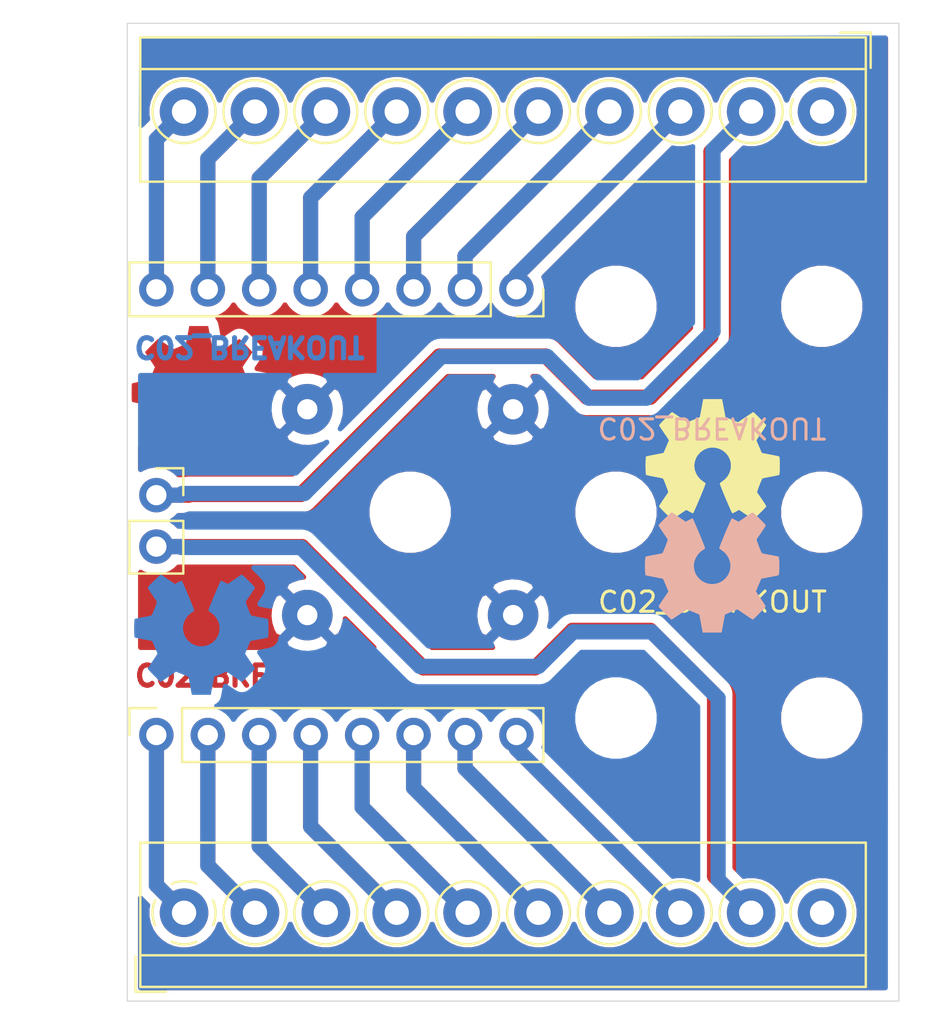
<source format=kicad_pcb>
(kicad_pcb (version 20171130) (host pcbnew 5.1.5-52549c5~86~ubuntu18.04.1)

  (general
    (thickness 1.6)
    (drawings 8)
    (tracks 102)
    (zones 0)
    (modules 20)
    (nets 22)
  )

  (page A4)
  (title_block
    (title C02_BREAKOUT)
    (company Galopago)
  )

  (layers
    (0 F.Cu signal)
    (31 B.Cu signal)
    (32 B.Adhes user)
    (33 F.Adhes user)
    (34 B.Paste user)
    (35 F.Paste user)
    (36 B.SilkS user)
    (37 F.SilkS user)
    (38 B.Mask user)
    (39 F.Mask user)
    (40 Dwgs.User user)
    (41 Cmts.User user)
    (42 Eco1.User user)
    (43 Eco2.User user)
    (44 Edge.Cuts user)
    (45 Margin user)
    (46 B.CrtYd user)
    (47 F.CrtYd user)
    (48 B.Fab user)
    (49 F.Fab user)
  )

  (setup
    (last_trace_width 0.75)
    (trace_clearance 0.2)
    (zone_clearance 0.508)
    (zone_45_only no)
    (trace_min 0.2)
    (via_size 0.8)
    (via_drill 0.4)
    (via_min_size 0.4)
    (via_min_drill 0.3)
    (uvia_size 0.3)
    (uvia_drill 0.1)
    (uvias_allowed no)
    (uvia_min_size 0.2)
    (uvia_min_drill 0.1)
    (edge_width 0.05)
    (segment_width 0.2)
    (pcb_text_width 0.3)
    (pcb_text_size 1.5 1.5)
    (mod_edge_width 0.12)
    (mod_text_size 1 1)
    (mod_text_width 0.15)
    (pad_size 1.7 1.7)
    (pad_drill 1)
    (pad_to_mask_clearance 0.051)
    (solder_mask_min_width 0.25)
    (aux_axis_origin 0 0)
    (visible_elements FFFFFF7F)
    (pcbplotparams
      (layerselection 0x010f0_ffffffff)
      (usegerberextensions false)
      (usegerberattributes false)
      (usegerberadvancedattributes false)
      (creategerberjobfile false)
      (excludeedgelayer true)
      (linewidth 0.100000)
      (plotframeref false)
      (viasonmask false)
      (mode 1)
      (useauxorigin false)
      (hpglpennumber 1)
      (hpglpenspeed 20)
      (hpglpendiameter 15.000000)
      (psnegative false)
      (psa4output false)
      (plotreference true)
      (plotvalue true)
      (plotinvisibletext false)
      (padsonsilk false)
      (subtractmaskfromsilk false)
      (outputformat 1)
      (mirror false)
      (drillshape 0)
      (scaleselection 1)
      (outputdirectory "gerber/single/"))
  )

  (net 0 "")
  (net 1 "Net-(J0-Pad1)")
  (net 2 "Net-(J4-Pad10)")
  (net 3 "Net-(J4-Pad9)")
  (net 4 "Net-(J4-Pad8)")
  (net 5 "Net-(J4-Pad7)")
  (net 6 "Net-(J4-Pad6)")
  (net 7 "Net-(J4-Pad5)")
  (net 8 "Net-(J4-Pad4)")
  (net 9 "Net-(J4-Pad3)")
  (net 10 "Net-(J4-Pad2)")
  (net 11 "Net-(J4-Pad1)")
  (net 12 "Net-(J5-Pad10)")
  (net 13 "Net-(J5-Pad9)")
  (net 14 "Net-(J5-Pad8)")
  (net 15 "Net-(J5-Pad7)")
  (net 16 "Net-(J5-Pad6)")
  (net 17 "Net-(J5-Pad5)")
  (net 18 "Net-(J5-Pad4)")
  (net 19 "Net-(J5-Pad3)")
  (net 20 "Net-(J5-Pad2)")
  (net 21 "Net-(J5-Pad1)")

  (net_class Default "This is the default net class."
    (clearance 0.2)
    (trace_width 0.75)
    (via_dia 0.8)
    (via_drill 0.4)
    (uvia_dia 0.3)
    (uvia_drill 0.1)
    (add_net "Net-(J0-Pad1)")
    (add_net "Net-(J4-Pad1)")
    (add_net "Net-(J4-Pad10)")
    (add_net "Net-(J4-Pad2)")
    (add_net "Net-(J4-Pad3)")
    (add_net "Net-(J4-Pad4)")
    (add_net "Net-(J4-Pad5)")
    (add_net "Net-(J4-Pad6)")
    (add_net "Net-(J4-Pad7)")
    (add_net "Net-(J4-Pad8)")
    (add_net "Net-(J4-Pad9)")
    (add_net "Net-(J5-Pad1)")
    (add_net "Net-(J5-Pad10)")
    (add_net "Net-(J5-Pad2)")
    (add_net "Net-(J5-Pad3)")
    (add_net "Net-(J5-Pad4)")
    (add_net "Net-(J5-Pad5)")
    (add_net "Net-(J5-Pad6)")
    (add_net "Net-(J5-Pad7)")
    (add_net "Net-(J5-Pad8)")
    (add_net "Net-(J5-Pad9)")
  )

  (module Connector_PinSocket_2.54mm:PinSocket_1x02_P2.54mm_Vertical (layer F.Cu) (tedit 5F58068F) (tstamp 5F5875F1)
    (at 21.4376 43.29)
    (descr "Through hole straight socket strip, 1x02, 2.54mm pitch, single row (from Kicad 4.0.7), script generated")
    (tags "Through hole socket strip THT 1x02 2.54mm single row")
    (path /5F5CE2B4)
    (fp_text reference J7 (at 0 -2.77) (layer F.SilkS) hide
      (effects (font (size 1 1) (thickness 0.15)))
    )
    (fp_text value Conn_01x02_Female (at 0 5.31) (layer F.Fab)
      (effects (font (size 1 1) (thickness 0.15)))
    )
    (fp_text user %R (at 0 1.27 90) (layer F.Fab)
      (effects (font (size 1 1) (thickness 0.15)))
    )
    (fp_line (start -1.8 4.3) (end -1.8 -1.8) (layer F.CrtYd) (width 0.05))
    (fp_line (start 1.75 4.3) (end -1.8 4.3) (layer F.CrtYd) (width 0.05))
    (fp_line (start 1.75 -1.8) (end 1.75 4.3) (layer F.CrtYd) (width 0.05))
    (fp_line (start -1.8 -1.8) (end 1.75 -1.8) (layer F.CrtYd) (width 0.05))
    (fp_line (start 0 -1.33) (end 1.33 -1.33) (layer F.SilkS) (width 0.12))
    (fp_line (start 1.33 -1.33) (end 1.33 0) (layer F.SilkS) (width 0.12))
    (fp_line (start 1.33 1.27) (end 1.33 3.87) (layer F.SilkS) (width 0.12))
    (fp_line (start -1.33 3.87) (end 1.33 3.87) (layer F.SilkS) (width 0.12))
    (fp_line (start -1.33 1.27) (end -1.33 3.87) (layer F.SilkS) (width 0.12))
    (fp_line (start -1.33 1.27) (end 1.33 1.27) (layer F.SilkS) (width 0.12))
    (fp_line (start -1.27 3.81) (end -1.27 -1.27) (layer F.Fab) (width 0.1))
    (fp_line (start 1.27 3.81) (end -1.27 3.81) (layer F.Fab) (width 0.1))
    (fp_line (start 1.27 -0.635) (end 1.27 3.81) (layer F.Fab) (width 0.1))
    (fp_line (start 0.635 -1.27) (end 1.27 -0.635) (layer F.Fab) (width 0.1))
    (fp_line (start -1.27 -1.27) (end 0.635 -1.27) (layer F.Fab) (width 0.1))
    (pad 2 thru_hole oval (at 0 2.54) (size 1.7 1.7) (drill 1) (layers *.Cu *.Mask)
      (net 13 "Net-(J5-Pad9)"))
    (pad 1 thru_hole circle (at 0 0) (size 1.7 1.7) (drill 1) (layers *.Cu *.Mask)
      (net 10 "Net-(J4-Pad2)"))
    (model ${KISYS3DMOD}/Connector_PinSocket_2.54mm.3dshapes/PinSocket_1x02_P2.54mm_Vertical.wrl
      (at (xyz 0 0 0))
      (scale (xyz 1 1 1))
      (rotate (xyz 0 0 0))
    )
  )

  (module Connector_PinSocket_2.54mm:PinSocket_1x08_P2.54mm_Vertical (layer F.Cu) (tedit 5F5802C6) (tstamp 5F586294)
    (at 21.4376 55.13 90)
    (descr "Through hole straight socket strip, 1x08, 2.54mm pitch, single row (from Kicad 4.0.7), script generated")
    (tags "Through hole socket strip THT 1x08 2.54mm single row")
    (path /5F5B7E8F)
    (fp_text reference J6 (at 0 -2.77 90) (layer F.SilkS) hide
      (effects (font (size 1 1) (thickness 0.15)))
    )
    (fp_text value Conn_01x08_Female (at 0 20.55 90) (layer F.Fab)
      (effects (font (size 1 1) (thickness 0.15)))
    )
    (fp_text user %R (at 0 8.89) (layer F.Fab)
      (effects (font (size 1 1) (thickness 0.15)))
    )
    (fp_line (start -1.8 19.55) (end -1.8 -1.8) (layer F.CrtYd) (width 0.05))
    (fp_line (start 1.75 19.55) (end -1.8 19.55) (layer F.CrtYd) (width 0.05))
    (fp_line (start 1.75 -1.8) (end 1.75 19.55) (layer F.CrtYd) (width 0.05))
    (fp_line (start -1.8 -1.8) (end 1.75 -1.8) (layer F.CrtYd) (width 0.05))
    (fp_line (start 0 -1.33) (end 1.33 -1.33) (layer F.SilkS) (width 0.12))
    (fp_line (start 1.33 -1.33) (end 1.33 0) (layer F.SilkS) (width 0.12))
    (fp_line (start 1.33 1.27) (end 1.33 19.11) (layer F.SilkS) (width 0.12))
    (fp_line (start -1.33 19.11) (end 1.33 19.11) (layer F.SilkS) (width 0.12))
    (fp_line (start -1.33 1.27) (end -1.33 19.11) (layer F.SilkS) (width 0.12))
    (fp_line (start -1.33 1.27) (end 1.33 1.27) (layer F.SilkS) (width 0.12))
    (fp_line (start -1.27 19.05) (end -1.27 -1.27) (layer F.Fab) (width 0.1))
    (fp_line (start 1.27 19.05) (end -1.27 19.05) (layer F.Fab) (width 0.1))
    (fp_line (start 1.27 -0.635) (end 1.27 19.05) (layer F.Fab) (width 0.1))
    (fp_line (start 0.635 -1.27) (end 1.27 -0.635) (layer F.Fab) (width 0.1))
    (fp_line (start -1.27 -1.27) (end 0.635 -1.27) (layer F.Fab) (width 0.1))
    (pad 8 thru_hole oval (at 0 17.78 90) (size 1.7 1.7) (drill 1) (layers *.Cu *.Mask)
      (net 14 "Net-(J5-Pad8)"))
    (pad 7 thru_hole oval (at 0 15.24 90) (size 1.7 1.7) (drill 1) (layers *.Cu *.Mask)
      (net 15 "Net-(J5-Pad7)"))
    (pad 6 thru_hole oval (at 0 12.7 90) (size 1.7 1.7) (drill 1) (layers *.Cu *.Mask)
      (net 16 "Net-(J5-Pad6)"))
    (pad 5 thru_hole oval (at 0 10.16 90) (size 1.7 1.7) (drill 1) (layers *.Cu *.Mask)
      (net 17 "Net-(J5-Pad5)"))
    (pad 4 thru_hole oval (at 0 7.62 90) (size 1.7 1.7) (drill 1) (layers *.Cu *.Mask)
      (net 18 "Net-(J5-Pad4)"))
    (pad 3 thru_hole oval (at 0 5.08 90) (size 1.7 1.7) (drill 1) (layers *.Cu *.Mask)
      (net 19 "Net-(J5-Pad3)"))
    (pad 2 thru_hole oval (at 0 2.54 90) (size 1.7 1.7) (drill 1) (layers *.Cu *.Mask)
      (net 20 "Net-(J5-Pad2)"))
    (pad 1 thru_hole circle (at 0 0 90) (size 1.7 1.7) (drill 1) (layers *.Cu *.Mask)
      (net 21 "Net-(J5-Pad1)"))
    (model ${KISYS3DMOD}/Connector_PinSocket_2.54mm.3dshapes/PinSocket_1x08_P2.54mm_Vertical.wrl
      (at (xyz 0 0 0))
      (scale (xyz 1 1 1))
      (rotate (xyz 0 0 0))
    )
  )

  (module Connector_PinSocket_2.54mm:PinSocket_1x08_P2.54mm_Vertical (layer F.Cu) (tedit 5F5802BD) (tstamp 5F582C99)
    (at 39.2176 33.13 270)
    (descr "Through hole straight socket strip, 1x08, 2.54mm pitch, single row (from Kicad 4.0.7), script generated")
    (tags "Through hole socket strip THT 1x08 2.54mm single row")
    (path /5F585A64)
    (fp_text reference J8 (at 0 -2.77 90) (layer F.SilkS) hide
      (effects (font (size 1 1) (thickness 0.15)))
    )
    (fp_text value Conn_01x08_Female (at 0 20.55 90) (layer F.Fab)
      (effects (font (size 1 1) (thickness 0.15)))
    )
    (fp_text user %R (at 0 8.89) (layer F.Fab)
      (effects (font (size 1 1) (thickness 0.15)))
    )
    (fp_line (start -1.8 19.55) (end -1.8 -1.8) (layer F.CrtYd) (width 0.05))
    (fp_line (start 1.75 19.55) (end -1.8 19.55) (layer F.CrtYd) (width 0.05))
    (fp_line (start 1.75 -1.8) (end 1.75 19.55) (layer F.CrtYd) (width 0.05))
    (fp_line (start -1.8 -1.8) (end 1.75 -1.8) (layer F.CrtYd) (width 0.05))
    (fp_line (start 0 -1.33) (end 1.33 -1.33) (layer F.SilkS) (width 0.12))
    (fp_line (start 1.33 -1.33) (end 1.33 0) (layer F.SilkS) (width 0.12))
    (fp_line (start 1.33 1.27) (end 1.33 19.11) (layer F.SilkS) (width 0.12))
    (fp_line (start -1.33 19.11) (end 1.33 19.11) (layer F.SilkS) (width 0.12))
    (fp_line (start -1.33 1.27) (end -1.33 19.11) (layer F.SilkS) (width 0.12))
    (fp_line (start -1.33 1.27) (end 1.33 1.27) (layer F.SilkS) (width 0.12))
    (fp_line (start -1.27 19.05) (end -1.27 -1.27) (layer F.Fab) (width 0.1))
    (fp_line (start 1.27 19.05) (end -1.27 19.05) (layer F.Fab) (width 0.1))
    (fp_line (start 1.27 -0.635) (end 1.27 19.05) (layer F.Fab) (width 0.1))
    (fp_line (start 0.635 -1.27) (end 1.27 -0.635) (layer F.Fab) (width 0.1))
    (fp_line (start -1.27 -1.27) (end 0.635 -1.27) (layer F.Fab) (width 0.1))
    (pad 8 thru_hole oval (at 0 17.78 270) (size 1.7 1.7) (drill 1) (layers *.Cu *.Mask)
      (net 2 "Net-(J4-Pad10)"))
    (pad 7 thru_hole oval (at 0 15.24 270) (size 1.7 1.7) (drill 1) (layers *.Cu *.Mask)
      (net 3 "Net-(J4-Pad9)"))
    (pad 6 thru_hole oval (at 0 12.7 270) (size 1.7 1.7) (drill 1) (layers *.Cu *.Mask)
      (net 4 "Net-(J4-Pad8)"))
    (pad 5 thru_hole oval (at 0 10.16 270) (size 1.7 1.7) (drill 1) (layers *.Cu *.Mask)
      (net 5 "Net-(J4-Pad7)"))
    (pad 4 thru_hole oval (at 0 7.62 270) (size 1.7 1.7) (drill 1) (layers *.Cu *.Mask)
      (net 6 "Net-(J4-Pad6)"))
    (pad 3 thru_hole oval (at 0 5.08 270) (size 1.7 1.7) (drill 1) (layers *.Cu *.Mask)
      (net 7 "Net-(J4-Pad5)"))
    (pad 2 thru_hole oval (at 0 2.54 270) (size 1.7 1.7) (drill 1) (layers *.Cu *.Mask)
      (net 8 "Net-(J4-Pad4)"))
    (pad 1 thru_hole circle (at 0 0 270) (size 1.7 1.7) (drill 1) (layers *.Cu *.Mask)
      (net 9 "Net-(J4-Pad3)"))
    (model ${KISYS3DMOD}/Connector_PinSocket_2.54mm.3dshapes/PinSocket_1x08_P2.54mm_Vertical.wrl
      (at (xyz 0 0 0))
      (scale (xyz 1 1 1))
      (rotate (xyz 0 0 0))
    )
  )

  (module Symbol:OSHW-Symbol_6.7x6mm_SilkScreen (layer B.Cu) (tedit 0) (tstamp 5F571E0C)
    (at 48.8696 47.0916)
    (descr "Open Source Hardware Symbol")
    (tags "Logo Symbol OSHW")
    (attr virtual)
    (fp_text reference REF** (at 0 0) (layer B.SilkS) hide
      (effects (font (size 1 1) (thickness 0.15)) (justify mirror))
    )
    (fp_text value OSHW-Symbol_6.7x6mm_SilkScreen (at 0.75 0) (layer B.Fab) hide
      (effects (font (size 1 1) (thickness 0.15)) (justify mirror))
    )
    (fp_poly (pts (xy 0.555814 2.531069) (xy 0.639635 2.086445) (xy 0.94892 1.958947) (xy 1.258206 1.831449)
      (xy 1.629246 2.083754) (xy 1.733157 2.154004) (xy 1.827087 2.216728) (xy 1.906652 2.269062)
      (xy 1.96747 2.308143) (xy 2.005157 2.331107) (xy 2.015421 2.336058) (xy 2.03391 2.323324)
      (xy 2.07342 2.288118) (xy 2.129522 2.234938) (xy 2.197787 2.168282) (xy 2.273786 2.092646)
      (xy 2.353092 2.012528) (xy 2.431275 1.932426) (xy 2.503907 1.856836) (xy 2.566559 1.790255)
      (xy 2.614803 1.737182) (xy 2.64421 1.702113) (xy 2.651241 1.690377) (xy 2.641123 1.66874)
      (xy 2.612759 1.621338) (xy 2.569129 1.552807) (xy 2.513218 1.467785) (xy 2.448006 1.370907)
      (xy 2.410219 1.31565) (xy 2.341343 1.214752) (xy 2.28014 1.123701) (xy 2.229578 1.04703)
      (xy 2.192628 0.989272) (xy 2.172258 0.954957) (xy 2.169197 0.947746) (xy 2.176136 0.927252)
      (xy 2.195051 0.879487) (xy 2.223087 0.811168) (xy 2.257391 0.729011) (xy 2.295109 0.63973)
      (xy 2.333387 0.550042) (xy 2.36937 0.466662) (xy 2.400206 0.396306) (xy 2.423039 0.34569)
      (xy 2.435017 0.321529) (xy 2.435724 0.320578) (xy 2.454531 0.315964) (xy 2.504618 0.305672)
      (xy 2.580793 0.290713) (xy 2.677865 0.272099) (xy 2.790643 0.250841) (xy 2.856442 0.238582)
      (xy 2.97695 0.215638) (xy 3.085797 0.193805) (xy 3.177476 0.174278) (xy 3.246481 0.158252)
      (xy 3.287304 0.146921) (xy 3.295511 0.143326) (xy 3.303548 0.118994) (xy 3.310033 0.064041)
      (xy 3.31497 -0.015108) (xy 3.318364 -0.112026) (xy 3.320218 -0.220287) (xy 3.320538 -0.333465)
      (xy 3.319327 -0.445135) (xy 3.31659 -0.548868) (xy 3.312331 -0.638241) (xy 3.306555 -0.706826)
      (xy 3.299267 -0.748197) (xy 3.294895 -0.75681) (xy 3.268764 -0.767133) (xy 3.213393 -0.781892)
      (xy 3.136107 -0.799352) (xy 3.04423 -0.81778) (xy 3.012158 -0.823741) (xy 2.857524 -0.852066)
      (xy 2.735375 -0.874876) (xy 2.641673 -0.89308) (xy 2.572384 -0.907583) (xy 2.523471 -0.919292)
      (xy 2.490897 -0.929115) (xy 2.470628 -0.937956) (xy 2.458626 -0.946724) (xy 2.456947 -0.948457)
      (xy 2.440184 -0.976371) (xy 2.414614 -1.030695) (xy 2.382788 -1.104777) (xy 2.34726 -1.191965)
      (xy 2.310583 -1.285608) (xy 2.275311 -1.379052) (xy 2.243996 -1.465647) (xy 2.219193 -1.53874)
      (xy 2.203454 -1.591678) (xy 2.199332 -1.617811) (xy 2.199676 -1.618726) (xy 2.213641 -1.640086)
      (xy 2.245322 -1.687084) (xy 2.291391 -1.754827) (xy 2.348518 -1.838423) (xy 2.413373 -1.932982)
      (xy 2.431843 -1.959854) (xy 2.497699 -2.057275) (xy 2.55565 -2.146163) (xy 2.602538 -2.221412)
      (xy 2.635207 -2.27792) (xy 2.6505 -2.310581) (xy 2.651241 -2.314593) (xy 2.638392 -2.335684)
      (xy 2.602888 -2.377464) (xy 2.549293 -2.435445) (xy 2.482171 -2.505135) (xy 2.406087 -2.582045)
      (xy 2.325604 -2.661683) (xy 2.245287 -2.739561) (xy 2.169699 -2.811186) (xy 2.103405 -2.87207)
      (xy 2.050969 -2.917721) (xy 2.016955 -2.94365) (xy 2.007545 -2.947883) (xy 1.985643 -2.937912)
      (xy 1.9408 -2.91102) (xy 1.880321 -2.871736) (xy 1.833789 -2.840117) (xy 1.749475 -2.782098)
      (xy 1.649626 -2.713784) (xy 1.549473 -2.645579) (xy 1.495627 -2.609075) (xy 1.313371 -2.4858)
      (xy 1.160381 -2.56852) (xy 1.090682 -2.604759) (xy 1.031414 -2.632926) (xy 0.991311 -2.648991)
      (xy 0.981103 -2.651226) (xy 0.968829 -2.634722) (xy 0.944613 -2.588082) (xy 0.910263 -2.515609)
      (xy 0.867588 -2.421606) (xy 0.818394 -2.310374) (xy 0.76449 -2.186215) (xy 0.707684 -2.053432)
      (xy 0.649782 -1.916327) (xy 0.592593 -1.779202) (xy 0.537924 -1.646358) (xy 0.487584 -1.522098)
      (xy 0.44338 -1.410725) (xy 0.407119 -1.316539) (xy 0.380609 -1.243844) (xy 0.365658 -1.196941)
      (xy 0.363254 -1.180833) (xy 0.382311 -1.160286) (xy 0.424036 -1.126933) (xy 0.479706 -1.087702)
      (xy 0.484378 -1.084599) (xy 0.628264 -0.969423) (xy 0.744283 -0.835053) (xy 0.83143 -0.685784)
      (xy 0.888699 -0.525913) (xy 0.915086 -0.359737) (xy 0.909585 -0.191552) (xy 0.87119 -0.025655)
      (xy 0.798895 0.133658) (xy 0.777626 0.168513) (xy 0.666996 0.309263) (xy 0.536302 0.422286)
      (xy 0.390064 0.506997) (xy 0.232808 0.562806) (xy 0.069057 0.589126) (xy -0.096667 0.58537)
      (xy -0.259838 0.55095) (xy -0.415935 0.485277) (xy -0.560433 0.387765) (xy -0.605131 0.348187)
      (xy -0.718888 0.224297) (xy -0.801782 0.093876) (xy -0.858644 -0.052315) (xy -0.890313 -0.197088)
      (xy -0.898131 -0.35986) (xy -0.872062 -0.52344) (xy -0.814755 -0.682298) (xy -0.728856 -0.830906)
      (xy -0.617014 -0.963735) (xy -0.481877 -1.075256) (xy -0.464117 -1.087011) (xy -0.40785 -1.125508)
      (xy -0.365077 -1.158863) (xy -0.344628 -1.18016) (xy -0.344331 -1.180833) (xy -0.348721 -1.203871)
      (xy -0.366124 -1.256157) (xy -0.394732 -1.33339) (xy -0.432735 -1.431268) (xy -0.478326 -1.545491)
      (xy -0.529697 -1.671758) (xy -0.585038 -1.805767) (xy -0.642542 -1.943218) (xy -0.700399 -2.079808)
      (xy -0.756802 -2.211237) (xy -0.809942 -2.333205) (xy -0.85801 -2.441409) (xy -0.899199 -2.531549)
      (xy -0.931699 -2.599323) (xy -0.953703 -2.64043) (xy -0.962564 -2.651226) (xy -0.98964 -2.642819)
      (xy -1.040303 -2.620272) (xy -1.105817 -2.587613) (xy -1.141841 -2.56852) (xy -1.294832 -2.4858)
      (xy -1.477088 -2.609075) (xy -1.570125 -2.672228) (xy -1.671985 -2.741727) (xy -1.767438 -2.807165)
      (xy -1.81525 -2.840117) (xy -1.882495 -2.885273) (xy -1.939436 -2.921057) (xy -1.978646 -2.942938)
      (xy -1.991381 -2.947563) (xy -2.009917 -2.935085) (xy -2.050941 -2.900252) (xy -2.110475 -2.846678)
      (xy -2.184542 -2.777983) (xy -2.269165 -2.697781) (xy -2.322685 -2.646286) (xy -2.416319 -2.554286)
      (xy -2.497241 -2.471999) (xy -2.562177 -2.402945) (xy -2.607858 -2.350644) (xy -2.631011 -2.318616)
      (xy -2.633232 -2.312116) (xy -2.622924 -2.287394) (xy -2.594439 -2.237405) (xy -2.550937 -2.167212)
      (xy -2.495577 -2.081875) (xy -2.43152 -1.986456) (xy -2.413303 -1.959854) (xy -2.346927 -1.863167)
      (xy -2.287378 -1.776117) (xy -2.237984 -1.703595) (xy -2.202075 -1.650493) (xy -2.182981 -1.621703)
      (xy -2.181136 -1.618726) (xy -2.183895 -1.595782) (xy -2.198538 -1.545336) (xy -2.222513 -1.474041)
      (xy -2.253266 -1.388547) (xy -2.288244 -1.295507) (xy -2.324893 -1.201574) (xy -2.360661 -1.113399)
      (xy -2.392994 -1.037634) (xy -2.419338 -0.980931) (xy -2.437142 -0.949943) (xy -2.438407 -0.948457)
      (xy -2.449294 -0.939601) (xy -2.467682 -0.930843) (xy -2.497606 -0.921277) (xy -2.543103 -0.909996)
      (xy -2.608209 -0.896093) (xy -2.696961 -0.878663) (xy -2.813393 -0.856798) (xy -2.961542 -0.829591)
      (xy -2.993618 -0.823741) (xy -3.088686 -0.805374) (xy -3.171565 -0.787405) (xy -3.23493 -0.771569)
      (xy -3.271458 -0.7596) (xy -3.276356 -0.75681) (xy -3.284427 -0.732072) (xy -3.290987 -0.67679)
      (xy -3.296033 -0.597389) (xy -3.299559 -0.500296) (xy -3.301561 -0.391938) (xy -3.302036 -0.27874)
      (xy -3.300977 -0.167128) (xy -3.298382 -0.063529) (xy -3.294246 0.025632) (xy -3.288563 0.093928)
      (xy -3.281331 0.134934) (xy -3.276971 0.143326) (xy -3.252698 0.151792) (xy -3.197426 0.165565)
      (xy -3.116662 0.18345) (xy -3.015912 0.204252) (xy -2.900683 0.226777) (xy -2.837902 0.238582)
      (xy -2.718787 0.260849) (xy -2.612565 0.281021) (xy -2.524427 0.298085) (xy -2.459566 0.311031)
      (xy -2.423174 0.318845) (xy -2.417184 0.320578) (xy -2.407061 0.34011) (xy -2.385662 0.387157)
      (xy -2.355839 0.454997) (xy -2.320445 0.536909) (xy -2.282332 0.626172) (xy -2.244353 0.716065)
      (xy -2.20936 0.799865) (xy -2.180206 0.870853) (xy -2.159743 0.922306) (xy -2.150823 0.947503)
      (xy -2.150657 0.948604) (xy -2.160769 0.968481) (xy -2.189117 1.014223) (xy -2.232723 1.081283)
      (xy -2.288606 1.165116) (xy -2.353787 1.261174) (xy -2.391679 1.31635) (xy -2.460725 1.417519)
      (xy -2.52205 1.50937) (xy -2.572663 1.587256) (xy -2.609571 1.646531) (xy -2.629782 1.682549)
      (xy -2.632701 1.690623) (xy -2.620153 1.709416) (xy -2.585463 1.749543) (xy -2.533063 1.806507)
      (xy -2.467384 1.875815) (xy -2.392856 1.952969) (xy -2.313913 2.033475) (xy -2.234983 2.112837)
      (xy -2.1605 2.18656) (xy -2.094894 2.250148) (xy -2.042596 2.299106) (xy -2.008039 2.328939)
      (xy -1.996478 2.336058) (xy -1.977654 2.326047) (xy -1.932631 2.297922) (xy -1.865787 2.254546)
      (xy -1.781499 2.198782) (xy -1.684144 2.133494) (xy -1.610707 2.083754) (xy -1.239667 1.831449)
      (xy -0.621095 2.086445) (xy -0.537275 2.531069) (xy -0.453454 2.975693) (xy 0.471994 2.975693)
      (xy 0.555814 2.531069)) (layer B.SilkS) (width 0.01))
  )

  (module Symbol:OSHW-Symbol_6.7x6mm_Copper (layer B.Cu) (tedit 0) (tstamp 5F571DFA)
    (at 23.6474 50.165)
    (descr "Open Source Hardware Symbol")
    (tags "Logo Symbol OSHW")
    (attr virtual)
    (fp_text reference REF** (at 0 0) (layer B.SilkS) hide
      (effects (font (size 1 1) (thickness 0.15)) (justify mirror))
    )
    (fp_text value OSHW-Symbol_6.7x6mm_Copper (at 0.75 0) (layer B.Fab) hide
      (effects (font (size 1 1) (thickness 0.15)) (justify mirror))
    )
    (fp_poly (pts (xy 0.555814 2.531069) (xy 0.639635 2.086445) (xy 0.94892 1.958947) (xy 1.258206 1.831449)
      (xy 1.629246 2.083754) (xy 1.733157 2.154004) (xy 1.827087 2.216728) (xy 1.906652 2.269062)
      (xy 1.96747 2.308143) (xy 2.005157 2.331107) (xy 2.015421 2.336058) (xy 2.03391 2.323324)
      (xy 2.07342 2.288118) (xy 2.129522 2.234938) (xy 2.197787 2.168282) (xy 2.273786 2.092646)
      (xy 2.353092 2.012528) (xy 2.431275 1.932426) (xy 2.503907 1.856836) (xy 2.566559 1.790255)
      (xy 2.614803 1.737182) (xy 2.64421 1.702113) (xy 2.651241 1.690377) (xy 2.641123 1.66874)
      (xy 2.612759 1.621338) (xy 2.569129 1.552807) (xy 2.513218 1.467785) (xy 2.448006 1.370907)
      (xy 2.410219 1.31565) (xy 2.341343 1.214752) (xy 2.28014 1.123701) (xy 2.229578 1.04703)
      (xy 2.192628 0.989272) (xy 2.172258 0.954957) (xy 2.169197 0.947746) (xy 2.176136 0.927252)
      (xy 2.195051 0.879487) (xy 2.223087 0.811168) (xy 2.257391 0.729011) (xy 2.295109 0.63973)
      (xy 2.333387 0.550042) (xy 2.36937 0.466662) (xy 2.400206 0.396306) (xy 2.423039 0.34569)
      (xy 2.435017 0.321529) (xy 2.435724 0.320578) (xy 2.454531 0.315964) (xy 2.504618 0.305672)
      (xy 2.580793 0.290713) (xy 2.677865 0.272099) (xy 2.790643 0.250841) (xy 2.856442 0.238582)
      (xy 2.97695 0.215638) (xy 3.085797 0.193805) (xy 3.177476 0.174278) (xy 3.246481 0.158252)
      (xy 3.287304 0.146921) (xy 3.295511 0.143326) (xy 3.303548 0.118994) (xy 3.310033 0.064041)
      (xy 3.31497 -0.015108) (xy 3.318364 -0.112026) (xy 3.320218 -0.220287) (xy 3.320538 -0.333465)
      (xy 3.319327 -0.445135) (xy 3.31659 -0.548868) (xy 3.312331 -0.638241) (xy 3.306555 -0.706826)
      (xy 3.299267 -0.748197) (xy 3.294895 -0.75681) (xy 3.268764 -0.767133) (xy 3.213393 -0.781892)
      (xy 3.136107 -0.799352) (xy 3.04423 -0.81778) (xy 3.012158 -0.823741) (xy 2.857524 -0.852066)
      (xy 2.735375 -0.874876) (xy 2.641673 -0.89308) (xy 2.572384 -0.907583) (xy 2.523471 -0.919292)
      (xy 2.490897 -0.929115) (xy 2.470628 -0.937956) (xy 2.458626 -0.946724) (xy 2.456947 -0.948457)
      (xy 2.440184 -0.976371) (xy 2.414614 -1.030695) (xy 2.382788 -1.104777) (xy 2.34726 -1.191965)
      (xy 2.310583 -1.285608) (xy 2.275311 -1.379052) (xy 2.243996 -1.465647) (xy 2.219193 -1.53874)
      (xy 2.203454 -1.591678) (xy 2.199332 -1.617811) (xy 2.199676 -1.618726) (xy 2.213641 -1.640086)
      (xy 2.245322 -1.687084) (xy 2.291391 -1.754827) (xy 2.348518 -1.838423) (xy 2.413373 -1.932982)
      (xy 2.431843 -1.959854) (xy 2.497699 -2.057275) (xy 2.55565 -2.146163) (xy 2.602538 -2.221412)
      (xy 2.635207 -2.27792) (xy 2.6505 -2.310581) (xy 2.651241 -2.314593) (xy 2.638392 -2.335684)
      (xy 2.602888 -2.377464) (xy 2.549293 -2.435445) (xy 2.482171 -2.505135) (xy 2.406087 -2.582045)
      (xy 2.325604 -2.661683) (xy 2.245287 -2.739561) (xy 2.169699 -2.811186) (xy 2.103405 -2.87207)
      (xy 2.050969 -2.917721) (xy 2.016955 -2.94365) (xy 2.007545 -2.947883) (xy 1.985643 -2.937912)
      (xy 1.9408 -2.91102) (xy 1.880321 -2.871736) (xy 1.833789 -2.840117) (xy 1.749475 -2.782098)
      (xy 1.649626 -2.713784) (xy 1.549473 -2.645579) (xy 1.495627 -2.609075) (xy 1.313371 -2.4858)
      (xy 1.160381 -2.56852) (xy 1.090682 -2.604759) (xy 1.031414 -2.632926) (xy 0.991311 -2.648991)
      (xy 0.981103 -2.651226) (xy 0.968829 -2.634722) (xy 0.944613 -2.588082) (xy 0.910263 -2.515609)
      (xy 0.867588 -2.421606) (xy 0.818394 -2.310374) (xy 0.76449 -2.186215) (xy 0.707684 -2.053432)
      (xy 0.649782 -1.916327) (xy 0.592593 -1.779202) (xy 0.537924 -1.646358) (xy 0.487584 -1.522098)
      (xy 0.44338 -1.410725) (xy 0.407119 -1.316539) (xy 0.380609 -1.243844) (xy 0.365658 -1.196941)
      (xy 0.363254 -1.180833) (xy 0.382311 -1.160286) (xy 0.424036 -1.126933) (xy 0.479706 -1.087702)
      (xy 0.484378 -1.084599) (xy 0.628264 -0.969423) (xy 0.744283 -0.835053) (xy 0.83143 -0.685784)
      (xy 0.888699 -0.525913) (xy 0.915086 -0.359737) (xy 0.909585 -0.191552) (xy 0.87119 -0.025655)
      (xy 0.798895 0.133658) (xy 0.777626 0.168513) (xy 0.666996 0.309263) (xy 0.536302 0.422286)
      (xy 0.390064 0.506997) (xy 0.232808 0.562806) (xy 0.069057 0.589126) (xy -0.096667 0.58537)
      (xy -0.259838 0.55095) (xy -0.415935 0.485277) (xy -0.560433 0.387765) (xy -0.605131 0.348187)
      (xy -0.718888 0.224297) (xy -0.801782 0.093876) (xy -0.858644 -0.052315) (xy -0.890313 -0.197088)
      (xy -0.898131 -0.35986) (xy -0.872062 -0.52344) (xy -0.814755 -0.682298) (xy -0.728856 -0.830906)
      (xy -0.617014 -0.963735) (xy -0.481877 -1.075256) (xy -0.464117 -1.087011) (xy -0.40785 -1.125508)
      (xy -0.365077 -1.158863) (xy -0.344628 -1.18016) (xy -0.344331 -1.180833) (xy -0.348721 -1.203871)
      (xy -0.366124 -1.256157) (xy -0.394732 -1.33339) (xy -0.432735 -1.431268) (xy -0.478326 -1.545491)
      (xy -0.529697 -1.671758) (xy -0.585038 -1.805767) (xy -0.642542 -1.943218) (xy -0.700399 -2.079808)
      (xy -0.756802 -2.211237) (xy -0.809942 -2.333205) (xy -0.85801 -2.441409) (xy -0.899199 -2.531549)
      (xy -0.931699 -2.599323) (xy -0.953703 -2.64043) (xy -0.962564 -2.651226) (xy -0.98964 -2.642819)
      (xy -1.040303 -2.620272) (xy -1.105817 -2.587613) (xy -1.141841 -2.56852) (xy -1.294832 -2.4858)
      (xy -1.477088 -2.609075) (xy -1.570125 -2.672228) (xy -1.671985 -2.741727) (xy -1.767438 -2.807165)
      (xy -1.81525 -2.840117) (xy -1.882495 -2.885273) (xy -1.939436 -2.921057) (xy -1.978646 -2.942938)
      (xy -1.991381 -2.947563) (xy -2.009917 -2.935085) (xy -2.050941 -2.900252) (xy -2.110475 -2.846678)
      (xy -2.184542 -2.777983) (xy -2.269165 -2.697781) (xy -2.322685 -2.646286) (xy -2.416319 -2.554286)
      (xy -2.497241 -2.471999) (xy -2.562177 -2.402945) (xy -2.607858 -2.350644) (xy -2.631011 -2.318616)
      (xy -2.633232 -2.312116) (xy -2.622924 -2.287394) (xy -2.594439 -2.237405) (xy -2.550937 -2.167212)
      (xy -2.495577 -2.081875) (xy -2.43152 -1.986456) (xy -2.413303 -1.959854) (xy -2.346927 -1.863167)
      (xy -2.287378 -1.776117) (xy -2.237984 -1.703595) (xy -2.202075 -1.650493) (xy -2.182981 -1.621703)
      (xy -2.181136 -1.618726) (xy -2.183895 -1.595782) (xy -2.198538 -1.545336) (xy -2.222513 -1.474041)
      (xy -2.253266 -1.388547) (xy -2.288244 -1.295507) (xy -2.324893 -1.201574) (xy -2.360661 -1.113399)
      (xy -2.392994 -1.037634) (xy -2.419338 -0.980931) (xy -2.437142 -0.949943) (xy -2.438407 -0.948457)
      (xy -2.449294 -0.939601) (xy -2.467682 -0.930843) (xy -2.497606 -0.921277) (xy -2.543103 -0.909996)
      (xy -2.608209 -0.896093) (xy -2.696961 -0.878663) (xy -2.813393 -0.856798) (xy -2.961542 -0.829591)
      (xy -2.993618 -0.823741) (xy -3.088686 -0.805374) (xy -3.171565 -0.787405) (xy -3.23493 -0.771569)
      (xy -3.271458 -0.7596) (xy -3.276356 -0.75681) (xy -3.284427 -0.732072) (xy -3.290987 -0.67679)
      (xy -3.296033 -0.597389) (xy -3.299559 -0.500296) (xy -3.301561 -0.391938) (xy -3.302036 -0.27874)
      (xy -3.300977 -0.167128) (xy -3.298382 -0.063529) (xy -3.294246 0.025632) (xy -3.288563 0.093928)
      (xy -3.281331 0.134934) (xy -3.276971 0.143326) (xy -3.252698 0.151792) (xy -3.197426 0.165565)
      (xy -3.116662 0.18345) (xy -3.015912 0.204252) (xy -2.900683 0.226777) (xy -2.837902 0.238582)
      (xy -2.718787 0.260849) (xy -2.612565 0.281021) (xy -2.524427 0.298085) (xy -2.459566 0.311031)
      (xy -2.423174 0.318845) (xy -2.417184 0.320578) (xy -2.407061 0.34011) (xy -2.385662 0.387157)
      (xy -2.355839 0.454997) (xy -2.320445 0.536909) (xy -2.282332 0.626172) (xy -2.244353 0.716065)
      (xy -2.20936 0.799865) (xy -2.180206 0.870853) (xy -2.159743 0.922306) (xy -2.150823 0.947503)
      (xy -2.150657 0.948604) (xy -2.160769 0.968481) (xy -2.189117 1.014223) (xy -2.232723 1.081283)
      (xy -2.288606 1.165116) (xy -2.353787 1.261174) (xy -2.391679 1.31635) (xy -2.460725 1.417519)
      (xy -2.52205 1.50937) (xy -2.572663 1.587256) (xy -2.609571 1.646531) (xy -2.629782 1.682549)
      (xy -2.632701 1.690623) (xy -2.620153 1.709416) (xy -2.585463 1.749543) (xy -2.533063 1.806507)
      (xy -2.467384 1.875815) (xy -2.392856 1.952969) (xy -2.313913 2.033475) (xy -2.234983 2.112837)
      (xy -2.1605 2.18656) (xy -2.094894 2.250148) (xy -2.042596 2.299106) (xy -2.008039 2.328939)
      (xy -1.996478 2.336058) (xy -1.977654 2.326047) (xy -1.932631 2.297922) (xy -1.865787 2.254546)
      (xy -1.781499 2.198782) (xy -1.684144 2.133494) (xy -1.610707 2.083754) (xy -1.239667 1.831449)
      (xy -0.621095 2.086445) (xy -0.537275 2.531069) (xy -0.453454 2.975693) (xy 0.471994 2.975693)
      (xy 0.555814 2.531069)) (layer B.Cu) (width 0.01))
  )

  (module Symbol:OSHW-Symbol_6.7x6mm_Copper (layer F.Cu) (tedit 0) (tstamp 5F571938)
    (at 23.5204 37.9222)
    (descr "Open Source Hardware Symbol")
    (tags "Logo Symbol OSHW")
    (attr virtual)
    (fp_text reference REF** (at 0 0) (layer F.SilkS) hide
      (effects (font (size 1 1) (thickness 0.15)))
    )
    (fp_text value OSHW-Symbol_6.7x6mm_Copper (at 0.75 0) (layer F.Fab) hide
      (effects (font (size 1 1) (thickness 0.15)))
    )
    (fp_poly (pts (xy 0.555814 -2.531069) (xy 0.639635 -2.086445) (xy 0.94892 -1.958947) (xy 1.258206 -1.831449)
      (xy 1.629246 -2.083754) (xy 1.733157 -2.154004) (xy 1.827087 -2.216728) (xy 1.906652 -2.269062)
      (xy 1.96747 -2.308143) (xy 2.005157 -2.331107) (xy 2.015421 -2.336058) (xy 2.03391 -2.323324)
      (xy 2.07342 -2.288118) (xy 2.129522 -2.234938) (xy 2.197787 -2.168282) (xy 2.273786 -2.092646)
      (xy 2.353092 -2.012528) (xy 2.431275 -1.932426) (xy 2.503907 -1.856836) (xy 2.566559 -1.790255)
      (xy 2.614803 -1.737182) (xy 2.64421 -1.702113) (xy 2.651241 -1.690377) (xy 2.641123 -1.66874)
      (xy 2.612759 -1.621338) (xy 2.569129 -1.552807) (xy 2.513218 -1.467785) (xy 2.448006 -1.370907)
      (xy 2.410219 -1.31565) (xy 2.341343 -1.214752) (xy 2.28014 -1.123701) (xy 2.229578 -1.04703)
      (xy 2.192628 -0.989272) (xy 2.172258 -0.954957) (xy 2.169197 -0.947746) (xy 2.176136 -0.927252)
      (xy 2.195051 -0.879487) (xy 2.223087 -0.811168) (xy 2.257391 -0.729011) (xy 2.295109 -0.63973)
      (xy 2.333387 -0.550042) (xy 2.36937 -0.466662) (xy 2.400206 -0.396306) (xy 2.423039 -0.34569)
      (xy 2.435017 -0.321529) (xy 2.435724 -0.320578) (xy 2.454531 -0.315964) (xy 2.504618 -0.305672)
      (xy 2.580793 -0.290713) (xy 2.677865 -0.272099) (xy 2.790643 -0.250841) (xy 2.856442 -0.238582)
      (xy 2.97695 -0.215638) (xy 3.085797 -0.193805) (xy 3.177476 -0.174278) (xy 3.246481 -0.158252)
      (xy 3.287304 -0.146921) (xy 3.295511 -0.143326) (xy 3.303548 -0.118994) (xy 3.310033 -0.064041)
      (xy 3.31497 0.015108) (xy 3.318364 0.112026) (xy 3.320218 0.220287) (xy 3.320538 0.333465)
      (xy 3.319327 0.445135) (xy 3.31659 0.548868) (xy 3.312331 0.638241) (xy 3.306555 0.706826)
      (xy 3.299267 0.748197) (xy 3.294895 0.75681) (xy 3.268764 0.767133) (xy 3.213393 0.781892)
      (xy 3.136107 0.799352) (xy 3.04423 0.81778) (xy 3.012158 0.823741) (xy 2.857524 0.852066)
      (xy 2.735375 0.874876) (xy 2.641673 0.89308) (xy 2.572384 0.907583) (xy 2.523471 0.919292)
      (xy 2.490897 0.929115) (xy 2.470628 0.937956) (xy 2.458626 0.946724) (xy 2.456947 0.948457)
      (xy 2.440184 0.976371) (xy 2.414614 1.030695) (xy 2.382788 1.104777) (xy 2.34726 1.191965)
      (xy 2.310583 1.285608) (xy 2.275311 1.379052) (xy 2.243996 1.465647) (xy 2.219193 1.53874)
      (xy 2.203454 1.591678) (xy 2.199332 1.617811) (xy 2.199676 1.618726) (xy 2.213641 1.640086)
      (xy 2.245322 1.687084) (xy 2.291391 1.754827) (xy 2.348518 1.838423) (xy 2.413373 1.932982)
      (xy 2.431843 1.959854) (xy 2.497699 2.057275) (xy 2.55565 2.146163) (xy 2.602538 2.221412)
      (xy 2.635207 2.27792) (xy 2.6505 2.310581) (xy 2.651241 2.314593) (xy 2.638392 2.335684)
      (xy 2.602888 2.377464) (xy 2.549293 2.435445) (xy 2.482171 2.505135) (xy 2.406087 2.582045)
      (xy 2.325604 2.661683) (xy 2.245287 2.739561) (xy 2.169699 2.811186) (xy 2.103405 2.87207)
      (xy 2.050969 2.917721) (xy 2.016955 2.94365) (xy 2.007545 2.947883) (xy 1.985643 2.937912)
      (xy 1.9408 2.91102) (xy 1.880321 2.871736) (xy 1.833789 2.840117) (xy 1.749475 2.782098)
      (xy 1.649626 2.713784) (xy 1.549473 2.645579) (xy 1.495627 2.609075) (xy 1.313371 2.4858)
      (xy 1.160381 2.56852) (xy 1.090682 2.604759) (xy 1.031414 2.632926) (xy 0.991311 2.648991)
      (xy 0.981103 2.651226) (xy 0.968829 2.634722) (xy 0.944613 2.588082) (xy 0.910263 2.515609)
      (xy 0.867588 2.421606) (xy 0.818394 2.310374) (xy 0.76449 2.186215) (xy 0.707684 2.053432)
      (xy 0.649782 1.916327) (xy 0.592593 1.779202) (xy 0.537924 1.646358) (xy 0.487584 1.522098)
      (xy 0.44338 1.410725) (xy 0.407119 1.316539) (xy 0.380609 1.243844) (xy 0.365658 1.196941)
      (xy 0.363254 1.180833) (xy 0.382311 1.160286) (xy 0.424036 1.126933) (xy 0.479706 1.087702)
      (xy 0.484378 1.084599) (xy 0.628264 0.969423) (xy 0.744283 0.835053) (xy 0.83143 0.685784)
      (xy 0.888699 0.525913) (xy 0.915086 0.359737) (xy 0.909585 0.191552) (xy 0.87119 0.025655)
      (xy 0.798895 -0.133658) (xy 0.777626 -0.168513) (xy 0.666996 -0.309263) (xy 0.536302 -0.422286)
      (xy 0.390064 -0.506997) (xy 0.232808 -0.562806) (xy 0.069057 -0.589126) (xy -0.096667 -0.58537)
      (xy -0.259838 -0.55095) (xy -0.415935 -0.485277) (xy -0.560433 -0.387765) (xy -0.605131 -0.348187)
      (xy -0.718888 -0.224297) (xy -0.801782 -0.093876) (xy -0.858644 0.052315) (xy -0.890313 0.197088)
      (xy -0.898131 0.35986) (xy -0.872062 0.52344) (xy -0.814755 0.682298) (xy -0.728856 0.830906)
      (xy -0.617014 0.963735) (xy -0.481877 1.075256) (xy -0.464117 1.087011) (xy -0.40785 1.125508)
      (xy -0.365077 1.158863) (xy -0.344628 1.18016) (xy -0.344331 1.180833) (xy -0.348721 1.203871)
      (xy -0.366124 1.256157) (xy -0.394732 1.33339) (xy -0.432735 1.431268) (xy -0.478326 1.545491)
      (xy -0.529697 1.671758) (xy -0.585038 1.805767) (xy -0.642542 1.943218) (xy -0.700399 2.079808)
      (xy -0.756802 2.211237) (xy -0.809942 2.333205) (xy -0.85801 2.441409) (xy -0.899199 2.531549)
      (xy -0.931699 2.599323) (xy -0.953703 2.64043) (xy -0.962564 2.651226) (xy -0.98964 2.642819)
      (xy -1.040303 2.620272) (xy -1.105817 2.587613) (xy -1.141841 2.56852) (xy -1.294832 2.4858)
      (xy -1.477088 2.609075) (xy -1.570125 2.672228) (xy -1.671985 2.741727) (xy -1.767438 2.807165)
      (xy -1.81525 2.840117) (xy -1.882495 2.885273) (xy -1.939436 2.921057) (xy -1.978646 2.942938)
      (xy -1.991381 2.947563) (xy -2.009917 2.935085) (xy -2.050941 2.900252) (xy -2.110475 2.846678)
      (xy -2.184542 2.777983) (xy -2.269165 2.697781) (xy -2.322685 2.646286) (xy -2.416319 2.554286)
      (xy -2.497241 2.471999) (xy -2.562177 2.402945) (xy -2.607858 2.350644) (xy -2.631011 2.318616)
      (xy -2.633232 2.312116) (xy -2.622924 2.287394) (xy -2.594439 2.237405) (xy -2.550937 2.167212)
      (xy -2.495577 2.081875) (xy -2.43152 1.986456) (xy -2.413303 1.959854) (xy -2.346927 1.863167)
      (xy -2.287378 1.776117) (xy -2.237984 1.703595) (xy -2.202075 1.650493) (xy -2.182981 1.621703)
      (xy -2.181136 1.618726) (xy -2.183895 1.595782) (xy -2.198538 1.545336) (xy -2.222513 1.474041)
      (xy -2.253266 1.388547) (xy -2.288244 1.295507) (xy -2.324893 1.201574) (xy -2.360661 1.113399)
      (xy -2.392994 1.037634) (xy -2.419338 0.980931) (xy -2.437142 0.949943) (xy -2.438407 0.948457)
      (xy -2.449294 0.939601) (xy -2.467682 0.930843) (xy -2.497606 0.921277) (xy -2.543103 0.909996)
      (xy -2.608209 0.896093) (xy -2.696961 0.878663) (xy -2.813393 0.856798) (xy -2.961542 0.829591)
      (xy -2.993618 0.823741) (xy -3.088686 0.805374) (xy -3.171565 0.787405) (xy -3.23493 0.771569)
      (xy -3.271458 0.7596) (xy -3.276356 0.75681) (xy -3.284427 0.732072) (xy -3.290987 0.67679)
      (xy -3.296033 0.597389) (xy -3.299559 0.500296) (xy -3.301561 0.391938) (xy -3.302036 0.27874)
      (xy -3.300977 0.167128) (xy -3.298382 0.063529) (xy -3.294246 -0.025632) (xy -3.288563 -0.093928)
      (xy -3.281331 -0.134934) (xy -3.276971 -0.143326) (xy -3.252698 -0.151792) (xy -3.197426 -0.165565)
      (xy -3.116662 -0.18345) (xy -3.015912 -0.204252) (xy -2.900683 -0.226777) (xy -2.837902 -0.238582)
      (xy -2.718787 -0.260849) (xy -2.612565 -0.281021) (xy -2.524427 -0.298085) (xy -2.459566 -0.311031)
      (xy -2.423174 -0.318845) (xy -2.417184 -0.320578) (xy -2.407061 -0.34011) (xy -2.385662 -0.387157)
      (xy -2.355839 -0.454997) (xy -2.320445 -0.536909) (xy -2.282332 -0.626172) (xy -2.244353 -0.716065)
      (xy -2.20936 -0.799865) (xy -2.180206 -0.870853) (xy -2.159743 -0.922306) (xy -2.150823 -0.947503)
      (xy -2.150657 -0.948604) (xy -2.160769 -0.968481) (xy -2.189117 -1.014223) (xy -2.232723 -1.081283)
      (xy -2.288606 -1.165116) (xy -2.353787 -1.261174) (xy -2.391679 -1.31635) (xy -2.460725 -1.417519)
      (xy -2.52205 -1.50937) (xy -2.572663 -1.587256) (xy -2.609571 -1.646531) (xy -2.629782 -1.682549)
      (xy -2.632701 -1.690623) (xy -2.620153 -1.709416) (xy -2.585463 -1.749543) (xy -2.533063 -1.806507)
      (xy -2.467384 -1.875815) (xy -2.392856 -1.952969) (xy -2.313913 -2.033475) (xy -2.234983 -2.112837)
      (xy -2.1605 -2.18656) (xy -2.094894 -2.250148) (xy -2.042596 -2.299106) (xy -2.008039 -2.328939)
      (xy -1.996478 -2.336058) (xy -1.977654 -2.326047) (xy -1.932631 -2.297922) (xy -1.865787 -2.254546)
      (xy -1.781499 -2.198782) (xy -1.684144 -2.133494) (xy -1.610707 -2.083754) (xy -1.239667 -1.831449)
      (xy -0.621095 -2.086445) (xy -0.537275 -2.531069) (xy -0.453454 -2.975693) (xy 0.471994 -2.975693)
      (xy 0.555814 -2.531069)) (layer F.Cu) (width 0.01))
  )

  (module Symbol:OSHW-Symbol_6.7x6mm_SilkScreen (layer F.Cu) (tedit 0) (tstamp 5F571705)
    (at 48.895 41.529)
    (descr "Open Source Hardware Symbol")
    (tags "Logo Symbol OSHW")
    (attr virtual)
    (fp_text reference REF** (at 0 0) (layer F.SilkS) hide
      (effects (font (size 1 1) (thickness 0.15)))
    )
    (fp_text value OSHW-Symbol_6.7x6mm_SilkScreen (at 0.75 0) (layer F.Fab) hide
      (effects (font (size 1 1) (thickness 0.15)))
    )
    (fp_poly (pts (xy 0.555814 -2.531069) (xy 0.639635 -2.086445) (xy 0.94892 -1.958947) (xy 1.258206 -1.831449)
      (xy 1.629246 -2.083754) (xy 1.733157 -2.154004) (xy 1.827087 -2.216728) (xy 1.906652 -2.269062)
      (xy 1.96747 -2.308143) (xy 2.005157 -2.331107) (xy 2.015421 -2.336058) (xy 2.03391 -2.323324)
      (xy 2.07342 -2.288118) (xy 2.129522 -2.234938) (xy 2.197787 -2.168282) (xy 2.273786 -2.092646)
      (xy 2.353092 -2.012528) (xy 2.431275 -1.932426) (xy 2.503907 -1.856836) (xy 2.566559 -1.790255)
      (xy 2.614803 -1.737182) (xy 2.64421 -1.702113) (xy 2.651241 -1.690377) (xy 2.641123 -1.66874)
      (xy 2.612759 -1.621338) (xy 2.569129 -1.552807) (xy 2.513218 -1.467785) (xy 2.448006 -1.370907)
      (xy 2.410219 -1.31565) (xy 2.341343 -1.214752) (xy 2.28014 -1.123701) (xy 2.229578 -1.04703)
      (xy 2.192628 -0.989272) (xy 2.172258 -0.954957) (xy 2.169197 -0.947746) (xy 2.176136 -0.927252)
      (xy 2.195051 -0.879487) (xy 2.223087 -0.811168) (xy 2.257391 -0.729011) (xy 2.295109 -0.63973)
      (xy 2.333387 -0.550042) (xy 2.36937 -0.466662) (xy 2.400206 -0.396306) (xy 2.423039 -0.34569)
      (xy 2.435017 -0.321529) (xy 2.435724 -0.320578) (xy 2.454531 -0.315964) (xy 2.504618 -0.305672)
      (xy 2.580793 -0.290713) (xy 2.677865 -0.272099) (xy 2.790643 -0.250841) (xy 2.856442 -0.238582)
      (xy 2.97695 -0.215638) (xy 3.085797 -0.193805) (xy 3.177476 -0.174278) (xy 3.246481 -0.158252)
      (xy 3.287304 -0.146921) (xy 3.295511 -0.143326) (xy 3.303548 -0.118994) (xy 3.310033 -0.064041)
      (xy 3.31497 0.015108) (xy 3.318364 0.112026) (xy 3.320218 0.220287) (xy 3.320538 0.333465)
      (xy 3.319327 0.445135) (xy 3.31659 0.548868) (xy 3.312331 0.638241) (xy 3.306555 0.706826)
      (xy 3.299267 0.748197) (xy 3.294895 0.75681) (xy 3.268764 0.767133) (xy 3.213393 0.781892)
      (xy 3.136107 0.799352) (xy 3.04423 0.81778) (xy 3.012158 0.823741) (xy 2.857524 0.852066)
      (xy 2.735375 0.874876) (xy 2.641673 0.89308) (xy 2.572384 0.907583) (xy 2.523471 0.919292)
      (xy 2.490897 0.929115) (xy 2.470628 0.937956) (xy 2.458626 0.946724) (xy 2.456947 0.948457)
      (xy 2.440184 0.976371) (xy 2.414614 1.030695) (xy 2.382788 1.104777) (xy 2.34726 1.191965)
      (xy 2.310583 1.285608) (xy 2.275311 1.379052) (xy 2.243996 1.465647) (xy 2.219193 1.53874)
      (xy 2.203454 1.591678) (xy 2.199332 1.617811) (xy 2.199676 1.618726) (xy 2.213641 1.640086)
      (xy 2.245322 1.687084) (xy 2.291391 1.754827) (xy 2.348518 1.838423) (xy 2.413373 1.932982)
      (xy 2.431843 1.959854) (xy 2.497699 2.057275) (xy 2.55565 2.146163) (xy 2.602538 2.221412)
      (xy 2.635207 2.27792) (xy 2.6505 2.310581) (xy 2.651241 2.314593) (xy 2.638392 2.335684)
      (xy 2.602888 2.377464) (xy 2.549293 2.435445) (xy 2.482171 2.505135) (xy 2.406087 2.582045)
      (xy 2.325604 2.661683) (xy 2.245287 2.739561) (xy 2.169699 2.811186) (xy 2.103405 2.87207)
      (xy 2.050969 2.917721) (xy 2.016955 2.94365) (xy 2.007545 2.947883) (xy 1.985643 2.937912)
      (xy 1.9408 2.91102) (xy 1.880321 2.871736) (xy 1.833789 2.840117) (xy 1.749475 2.782098)
      (xy 1.649626 2.713784) (xy 1.549473 2.645579) (xy 1.495627 2.609075) (xy 1.313371 2.4858)
      (xy 1.160381 2.56852) (xy 1.090682 2.604759) (xy 1.031414 2.632926) (xy 0.991311 2.648991)
      (xy 0.981103 2.651226) (xy 0.968829 2.634722) (xy 0.944613 2.588082) (xy 0.910263 2.515609)
      (xy 0.867588 2.421606) (xy 0.818394 2.310374) (xy 0.76449 2.186215) (xy 0.707684 2.053432)
      (xy 0.649782 1.916327) (xy 0.592593 1.779202) (xy 0.537924 1.646358) (xy 0.487584 1.522098)
      (xy 0.44338 1.410725) (xy 0.407119 1.316539) (xy 0.380609 1.243844) (xy 0.365658 1.196941)
      (xy 0.363254 1.180833) (xy 0.382311 1.160286) (xy 0.424036 1.126933) (xy 0.479706 1.087702)
      (xy 0.484378 1.084599) (xy 0.628264 0.969423) (xy 0.744283 0.835053) (xy 0.83143 0.685784)
      (xy 0.888699 0.525913) (xy 0.915086 0.359737) (xy 0.909585 0.191552) (xy 0.87119 0.025655)
      (xy 0.798895 -0.133658) (xy 0.777626 -0.168513) (xy 0.666996 -0.309263) (xy 0.536302 -0.422286)
      (xy 0.390064 -0.506997) (xy 0.232808 -0.562806) (xy 0.069057 -0.589126) (xy -0.096667 -0.58537)
      (xy -0.259838 -0.55095) (xy -0.415935 -0.485277) (xy -0.560433 -0.387765) (xy -0.605131 -0.348187)
      (xy -0.718888 -0.224297) (xy -0.801782 -0.093876) (xy -0.858644 0.052315) (xy -0.890313 0.197088)
      (xy -0.898131 0.35986) (xy -0.872062 0.52344) (xy -0.814755 0.682298) (xy -0.728856 0.830906)
      (xy -0.617014 0.963735) (xy -0.481877 1.075256) (xy -0.464117 1.087011) (xy -0.40785 1.125508)
      (xy -0.365077 1.158863) (xy -0.344628 1.18016) (xy -0.344331 1.180833) (xy -0.348721 1.203871)
      (xy -0.366124 1.256157) (xy -0.394732 1.33339) (xy -0.432735 1.431268) (xy -0.478326 1.545491)
      (xy -0.529697 1.671758) (xy -0.585038 1.805767) (xy -0.642542 1.943218) (xy -0.700399 2.079808)
      (xy -0.756802 2.211237) (xy -0.809942 2.333205) (xy -0.85801 2.441409) (xy -0.899199 2.531549)
      (xy -0.931699 2.599323) (xy -0.953703 2.64043) (xy -0.962564 2.651226) (xy -0.98964 2.642819)
      (xy -1.040303 2.620272) (xy -1.105817 2.587613) (xy -1.141841 2.56852) (xy -1.294832 2.4858)
      (xy -1.477088 2.609075) (xy -1.570125 2.672228) (xy -1.671985 2.741727) (xy -1.767438 2.807165)
      (xy -1.81525 2.840117) (xy -1.882495 2.885273) (xy -1.939436 2.921057) (xy -1.978646 2.942938)
      (xy -1.991381 2.947563) (xy -2.009917 2.935085) (xy -2.050941 2.900252) (xy -2.110475 2.846678)
      (xy -2.184542 2.777983) (xy -2.269165 2.697781) (xy -2.322685 2.646286) (xy -2.416319 2.554286)
      (xy -2.497241 2.471999) (xy -2.562177 2.402945) (xy -2.607858 2.350644) (xy -2.631011 2.318616)
      (xy -2.633232 2.312116) (xy -2.622924 2.287394) (xy -2.594439 2.237405) (xy -2.550937 2.167212)
      (xy -2.495577 2.081875) (xy -2.43152 1.986456) (xy -2.413303 1.959854) (xy -2.346927 1.863167)
      (xy -2.287378 1.776117) (xy -2.237984 1.703595) (xy -2.202075 1.650493) (xy -2.182981 1.621703)
      (xy -2.181136 1.618726) (xy -2.183895 1.595782) (xy -2.198538 1.545336) (xy -2.222513 1.474041)
      (xy -2.253266 1.388547) (xy -2.288244 1.295507) (xy -2.324893 1.201574) (xy -2.360661 1.113399)
      (xy -2.392994 1.037634) (xy -2.419338 0.980931) (xy -2.437142 0.949943) (xy -2.438407 0.948457)
      (xy -2.449294 0.939601) (xy -2.467682 0.930843) (xy -2.497606 0.921277) (xy -2.543103 0.909996)
      (xy -2.608209 0.896093) (xy -2.696961 0.878663) (xy -2.813393 0.856798) (xy -2.961542 0.829591)
      (xy -2.993618 0.823741) (xy -3.088686 0.805374) (xy -3.171565 0.787405) (xy -3.23493 0.771569)
      (xy -3.271458 0.7596) (xy -3.276356 0.75681) (xy -3.284427 0.732072) (xy -3.290987 0.67679)
      (xy -3.296033 0.597389) (xy -3.299559 0.500296) (xy -3.301561 0.391938) (xy -3.302036 0.27874)
      (xy -3.300977 0.167128) (xy -3.298382 0.063529) (xy -3.294246 -0.025632) (xy -3.288563 -0.093928)
      (xy -3.281331 -0.134934) (xy -3.276971 -0.143326) (xy -3.252698 -0.151792) (xy -3.197426 -0.165565)
      (xy -3.116662 -0.18345) (xy -3.015912 -0.204252) (xy -2.900683 -0.226777) (xy -2.837902 -0.238582)
      (xy -2.718787 -0.260849) (xy -2.612565 -0.281021) (xy -2.524427 -0.298085) (xy -2.459566 -0.311031)
      (xy -2.423174 -0.318845) (xy -2.417184 -0.320578) (xy -2.407061 -0.34011) (xy -2.385662 -0.387157)
      (xy -2.355839 -0.454997) (xy -2.320445 -0.536909) (xy -2.282332 -0.626172) (xy -2.244353 -0.716065)
      (xy -2.20936 -0.799865) (xy -2.180206 -0.870853) (xy -2.159743 -0.922306) (xy -2.150823 -0.947503)
      (xy -2.150657 -0.948604) (xy -2.160769 -0.968481) (xy -2.189117 -1.014223) (xy -2.232723 -1.081283)
      (xy -2.288606 -1.165116) (xy -2.353787 -1.261174) (xy -2.391679 -1.31635) (xy -2.460725 -1.417519)
      (xy -2.52205 -1.50937) (xy -2.572663 -1.587256) (xy -2.609571 -1.646531) (xy -2.629782 -1.682549)
      (xy -2.632701 -1.690623) (xy -2.620153 -1.709416) (xy -2.585463 -1.749543) (xy -2.533063 -1.806507)
      (xy -2.467384 -1.875815) (xy -2.392856 -1.952969) (xy -2.313913 -2.033475) (xy -2.234983 -2.112837)
      (xy -2.1605 -2.18656) (xy -2.094894 -2.250148) (xy -2.042596 -2.299106) (xy -2.008039 -2.328939)
      (xy -1.996478 -2.336058) (xy -1.977654 -2.326047) (xy -1.932631 -2.297922) (xy -1.865787 -2.254546)
      (xy -1.781499 -2.198782) (xy -1.684144 -2.133494) (xy -1.610707 -2.083754) (xy -1.239667 -1.831449)
      (xy -0.621095 -2.086445) (xy -0.537275 -2.531069) (xy -0.453454 -2.975693) (xy 0.471994 -2.975693)
      (xy 0.555814 -2.531069)) (layer F.SilkS) (width 0.01))
  )

  (module TerminalBlock_4Ucon:TerminalBlock_4Ucon_1x10_P3.50mm_Horizontal (layer F.Cu) (tedit 5F567C53) (tstamp 5F568A18)
    (at 22.8052 63.9014)
    (descr "Terminal Block 4Ucon ItemNo. 10687, 10 pins, pitch 3.5mm, size 35.7x7mm^2, drill diamater 1.2mm, pad diameter 2.4mm, see http://www.4uconnector.com/online/object/4udrawing/10687.pdf, script-generated using https://github.com/pointhi/kicad-footprint-generator/scripts/TerminalBlock_4Ucon")
    (tags "THT Terminal Block 4Ucon ItemNo. 10687 pitch 3.5mm size 35.7x7mm^2 drill 1.2mm pad 2.4mm")
    (path /5F570757)
    (fp_text reference J5 (at 15.75 -4.46) (layer F.SilkS) hide
      (effects (font (size 1 1) (thickness 0.15)))
    )
    (fp_text value Conn_01x10_Female (at 15.75 4.66) (layer F.Fab)
      (effects (font (size 1 1) (thickness 0.15)))
    )
    (fp_text user %R (at 15.75 2.9) (layer F.Fab)
      (effects (font (size 1 1) (thickness 0.15)))
    )
    (fp_line (start 34.1 -3.9) (end -2.6 -3.9) (layer F.CrtYd) (width 0.05))
    (fp_line (start 34.1 4.1) (end 34.1 -3.9) (layer F.CrtYd) (width 0.05))
    (fp_line (start -2.6 4.1) (end 34.1 4.1) (layer F.CrtYd) (width 0.05))
    (fp_line (start -2.6 -3.9) (end -2.6 4.1) (layer F.CrtYd) (width 0.05))
    (fp_line (start -2.4 3.9) (end -0.9 3.9) (layer F.SilkS) (width 0.12))
    (fp_line (start -2.4 2.16) (end -2.4 3.9) (layer F.SilkS) (width 0.12))
    (fp_line (start 30.4 0.069) (end 30.4 -0.069) (layer F.Fab) (width 0.1))
    (fp_line (start 31.431 0.069) (end 30.4 0.069) (layer F.Fab) (width 0.1))
    (fp_line (start 31.431 1.1) (end 31.431 0.069) (layer F.Fab) (width 0.1))
    (fp_line (start 31.569 1.1) (end 31.431 1.1) (layer F.Fab) (width 0.1))
    (fp_line (start 31.569 0.069) (end 31.569 1.1) (layer F.Fab) (width 0.1))
    (fp_line (start 32.6 0.069) (end 31.569 0.069) (layer F.Fab) (width 0.1))
    (fp_line (start 32.6 -0.069) (end 32.6 0.069) (layer F.Fab) (width 0.1))
    (fp_line (start 31.569 -0.069) (end 32.6 -0.069) (layer F.Fab) (width 0.1))
    (fp_line (start 31.569 -1.1) (end 31.569 -0.069) (layer F.Fab) (width 0.1))
    (fp_line (start 31.431 -1.1) (end 31.569 -1.1) (layer F.Fab) (width 0.1))
    (fp_line (start 31.431 -0.069) (end 31.431 -1.1) (layer F.Fab) (width 0.1))
    (fp_line (start 30.4 -0.069) (end 31.431 -0.069) (layer F.Fab) (width 0.1))
    (fp_line (start 26.9 0.069) (end 26.9 -0.069) (layer F.Fab) (width 0.1))
    (fp_line (start 27.931 0.069) (end 26.9 0.069) (layer F.Fab) (width 0.1))
    (fp_line (start 27.931 1.1) (end 27.931 0.069) (layer F.Fab) (width 0.1))
    (fp_line (start 28.069 1.1) (end 27.931 1.1) (layer F.Fab) (width 0.1))
    (fp_line (start 28.069 0.069) (end 28.069 1.1) (layer F.Fab) (width 0.1))
    (fp_line (start 29.1 0.069) (end 28.069 0.069) (layer F.Fab) (width 0.1))
    (fp_line (start 29.1 -0.069) (end 29.1 0.069) (layer F.Fab) (width 0.1))
    (fp_line (start 28.069 -0.069) (end 29.1 -0.069) (layer F.Fab) (width 0.1))
    (fp_line (start 28.069 -1.1) (end 28.069 -0.069) (layer F.Fab) (width 0.1))
    (fp_line (start 27.931 -1.1) (end 28.069 -1.1) (layer F.Fab) (width 0.1))
    (fp_line (start 27.931 -0.069) (end 27.931 -1.1) (layer F.Fab) (width 0.1))
    (fp_line (start 26.9 -0.069) (end 27.931 -0.069) (layer F.Fab) (width 0.1))
    (fp_line (start 23.4 0.069) (end 23.4 -0.069) (layer F.Fab) (width 0.1))
    (fp_line (start 24.431 0.069) (end 23.4 0.069) (layer F.Fab) (width 0.1))
    (fp_line (start 24.431 1.1) (end 24.431 0.069) (layer F.Fab) (width 0.1))
    (fp_line (start 24.569 1.1) (end 24.431 1.1) (layer F.Fab) (width 0.1))
    (fp_line (start 24.569 0.069) (end 24.569 1.1) (layer F.Fab) (width 0.1))
    (fp_line (start 25.6 0.069) (end 24.569 0.069) (layer F.Fab) (width 0.1))
    (fp_line (start 25.6 -0.069) (end 25.6 0.069) (layer F.Fab) (width 0.1))
    (fp_line (start 24.569 -0.069) (end 25.6 -0.069) (layer F.Fab) (width 0.1))
    (fp_line (start 24.569 -1.1) (end 24.569 -0.069) (layer F.Fab) (width 0.1))
    (fp_line (start 24.431 -1.1) (end 24.569 -1.1) (layer F.Fab) (width 0.1))
    (fp_line (start 24.431 -0.069) (end 24.431 -1.1) (layer F.Fab) (width 0.1))
    (fp_line (start 23.4 -0.069) (end 24.431 -0.069) (layer F.Fab) (width 0.1))
    (fp_line (start 19.9 0.069) (end 19.9 -0.069) (layer F.Fab) (width 0.1))
    (fp_line (start 20.931 0.069) (end 19.9 0.069) (layer F.Fab) (width 0.1))
    (fp_line (start 20.931 1.1) (end 20.931 0.069) (layer F.Fab) (width 0.1))
    (fp_line (start 21.069 1.1) (end 20.931 1.1) (layer F.Fab) (width 0.1))
    (fp_line (start 21.069 0.069) (end 21.069 1.1) (layer F.Fab) (width 0.1))
    (fp_line (start 22.1 0.069) (end 21.069 0.069) (layer F.Fab) (width 0.1))
    (fp_line (start 22.1 -0.069) (end 22.1 0.069) (layer F.Fab) (width 0.1))
    (fp_line (start 21.069 -0.069) (end 22.1 -0.069) (layer F.Fab) (width 0.1))
    (fp_line (start 21.069 -1.1) (end 21.069 -0.069) (layer F.Fab) (width 0.1))
    (fp_line (start 20.931 -1.1) (end 21.069 -1.1) (layer F.Fab) (width 0.1))
    (fp_line (start 20.931 -0.069) (end 20.931 -1.1) (layer F.Fab) (width 0.1))
    (fp_line (start 19.9 -0.069) (end 20.931 -0.069) (layer F.Fab) (width 0.1))
    (fp_line (start 16.4 0.069) (end 16.4 -0.069) (layer F.Fab) (width 0.1))
    (fp_line (start 17.431 0.069) (end 16.4 0.069) (layer F.Fab) (width 0.1))
    (fp_line (start 17.431 1.1) (end 17.431 0.069) (layer F.Fab) (width 0.1))
    (fp_line (start 17.569 1.1) (end 17.431 1.1) (layer F.Fab) (width 0.1))
    (fp_line (start 17.569 0.069) (end 17.569 1.1) (layer F.Fab) (width 0.1))
    (fp_line (start 18.6 0.069) (end 17.569 0.069) (layer F.Fab) (width 0.1))
    (fp_line (start 18.6 -0.069) (end 18.6 0.069) (layer F.Fab) (width 0.1))
    (fp_line (start 17.569 -0.069) (end 18.6 -0.069) (layer F.Fab) (width 0.1))
    (fp_line (start 17.569 -1.1) (end 17.569 -0.069) (layer F.Fab) (width 0.1))
    (fp_line (start 17.431 -1.1) (end 17.569 -1.1) (layer F.Fab) (width 0.1))
    (fp_line (start 17.431 -0.069) (end 17.431 -1.1) (layer F.Fab) (width 0.1))
    (fp_line (start 16.4 -0.069) (end 17.431 -0.069) (layer F.Fab) (width 0.1))
    (fp_line (start 12.9 0.069) (end 12.9 -0.069) (layer F.Fab) (width 0.1))
    (fp_line (start 13.931 0.069) (end 12.9 0.069) (layer F.Fab) (width 0.1))
    (fp_line (start 13.931 1.1) (end 13.931 0.069) (layer F.Fab) (width 0.1))
    (fp_line (start 14.069 1.1) (end 13.931 1.1) (layer F.Fab) (width 0.1))
    (fp_line (start 14.069 0.069) (end 14.069 1.1) (layer F.Fab) (width 0.1))
    (fp_line (start 15.1 0.069) (end 14.069 0.069) (layer F.Fab) (width 0.1))
    (fp_line (start 15.1 -0.069) (end 15.1 0.069) (layer F.Fab) (width 0.1))
    (fp_line (start 14.069 -0.069) (end 15.1 -0.069) (layer F.Fab) (width 0.1))
    (fp_line (start 14.069 -1.1) (end 14.069 -0.069) (layer F.Fab) (width 0.1))
    (fp_line (start 13.931 -1.1) (end 14.069 -1.1) (layer F.Fab) (width 0.1))
    (fp_line (start 13.931 -0.069) (end 13.931 -1.1) (layer F.Fab) (width 0.1))
    (fp_line (start 12.9 -0.069) (end 13.931 -0.069) (layer F.Fab) (width 0.1))
    (fp_line (start 9.4 0.069) (end 9.4 -0.069) (layer F.Fab) (width 0.1))
    (fp_line (start 10.431 0.069) (end 9.4 0.069) (layer F.Fab) (width 0.1))
    (fp_line (start 10.431 1.1) (end 10.431 0.069) (layer F.Fab) (width 0.1))
    (fp_line (start 10.569 1.1) (end 10.431 1.1) (layer F.Fab) (width 0.1))
    (fp_line (start 10.569 0.069) (end 10.569 1.1) (layer F.Fab) (width 0.1))
    (fp_line (start 11.6 0.069) (end 10.569 0.069) (layer F.Fab) (width 0.1))
    (fp_line (start 11.6 -0.069) (end 11.6 0.069) (layer F.Fab) (width 0.1))
    (fp_line (start 10.569 -0.069) (end 11.6 -0.069) (layer F.Fab) (width 0.1))
    (fp_line (start 10.569 -1.1) (end 10.569 -0.069) (layer F.Fab) (width 0.1))
    (fp_line (start 10.431 -1.1) (end 10.569 -1.1) (layer F.Fab) (width 0.1))
    (fp_line (start 10.431 -0.069) (end 10.431 -1.1) (layer F.Fab) (width 0.1))
    (fp_line (start 9.4 -0.069) (end 10.431 -0.069) (layer F.Fab) (width 0.1))
    (fp_line (start 5.9 0.069) (end 5.9 -0.069) (layer F.Fab) (width 0.1))
    (fp_line (start 6.931 0.069) (end 5.9 0.069) (layer F.Fab) (width 0.1))
    (fp_line (start 6.931 1.1) (end 6.931 0.069) (layer F.Fab) (width 0.1))
    (fp_line (start 7.069 1.1) (end 6.931 1.1) (layer F.Fab) (width 0.1))
    (fp_line (start 7.069 0.069) (end 7.069 1.1) (layer F.Fab) (width 0.1))
    (fp_line (start 8.1 0.069) (end 7.069 0.069) (layer F.Fab) (width 0.1))
    (fp_line (start 8.1 -0.069) (end 8.1 0.069) (layer F.Fab) (width 0.1))
    (fp_line (start 7.069 -0.069) (end 8.1 -0.069) (layer F.Fab) (width 0.1))
    (fp_line (start 7.069 -1.1) (end 7.069 -0.069) (layer F.Fab) (width 0.1))
    (fp_line (start 6.931 -1.1) (end 7.069 -1.1) (layer F.Fab) (width 0.1))
    (fp_line (start 6.931 -0.069) (end 6.931 -1.1) (layer F.Fab) (width 0.1))
    (fp_line (start 5.9 -0.069) (end 6.931 -0.069) (layer F.Fab) (width 0.1))
    (fp_line (start 2.4 0.069) (end 2.4 -0.069) (layer F.Fab) (width 0.1))
    (fp_line (start 3.431 0.069) (end 2.4 0.069) (layer F.Fab) (width 0.1))
    (fp_line (start 3.431 1.1) (end 3.431 0.069) (layer F.Fab) (width 0.1))
    (fp_line (start 3.569 1.1) (end 3.431 1.1) (layer F.Fab) (width 0.1))
    (fp_line (start 3.569 0.069) (end 3.569 1.1) (layer F.Fab) (width 0.1))
    (fp_line (start 4.6 0.069) (end 3.569 0.069) (layer F.Fab) (width 0.1))
    (fp_line (start 4.6 -0.069) (end 4.6 0.069) (layer F.Fab) (width 0.1))
    (fp_line (start 3.569 -0.069) (end 4.6 -0.069) (layer F.Fab) (width 0.1))
    (fp_line (start 3.569 -1.1) (end 3.569 -0.069) (layer F.Fab) (width 0.1))
    (fp_line (start 3.431 -1.1) (end 3.569 -1.1) (layer F.Fab) (width 0.1))
    (fp_line (start 3.431 -0.069) (end 3.431 -1.1) (layer F.Fab) (width 0.1))
    (fp_line (start 2.4 -0.069) (end 3.431 -0.069) (layer F.Fab) (width 0.1))
    (fp_line (start -1.1 0.069) (end -1.1 -0.069) (layer F.Fab) (width 0.1))
    (fp_line (start -0.069 0.069) (end -1.1 0.069) (layer F.Fab) (width 0.1))
    (fp_line (start -0.069 1.1) (end -0.069 0.069) (layer F.Fab) (width 0.1))
    (fp_line (start 0.069 1.1) (end -0.069 1.1) (layer F.Fab) (width 0.1))
    (fp_line (start 0.069 0.069) (end 0.069 1.1) (layer F.Fab) (width 0.1))
    (fp_line (start 1.1 0.069) (end 0.069 0.069) (layer F.Fab) (width 0.1))
    (fp_line (start 1.1 -0.069) (end 1.1 0.069) (layer F.Fab) (width 0.1))
    (fp_line (start 0.069 -0.069) (end 1.1 -0.069) (layer F.Fab) (width 0.1))
    (fp_line (start 0.069 -1.1) (end 0.069 -0.069) (layer F.Fab) (width 0.1))
    (fp_line (start -0.069 -1.1) (end 0.069 -1.1) (layer F.Fab) (width 0.1))
    (fp_line (start -0.069 -0.069) (end -0.069 -1.1) (layer F.Fab) (width 0.1))
    (fp_line (start -1.1 -0.069) (end -0.069 -0.069) (layer F.Fab) (width 0.1))
    (fp_line (start 33.66 -3.46) (end 33.66 3.66) (layer F.SilkS) (width 0.12))
    (fp_line (start -2.16 -3.46) (end -2.16 3.66) (layer F.SilkS) (width 0.12))
    (fp_line (start -2.16 3.66) (end 33.66 3.66) (layer F.SilkS) (width 0.12))
    (fp_line (start -2.16 -3.46) (end 33.66 -3.46) (layer F.SilkS) (width 0.12))
    (fp_line (start -2.16 2.1) (end 33.66 2.1) (layer F.SilkS) (width 0.12))
    (fp_line (start -2.1 2.1) (end 33.6 2.1) (layer F.Fab) (width 0.1))
    (fp_line (start -2.1 2.1) (end -2.1 -3.4) (layer F.Fab) (width 0.1))
    (fp_line (start -0.6 3.6) (end -2.1 2.1) (layer F.Fab) (width 0.1))
    (fp_line (start 33.6 3.6) (end -0.6 3.6) (layer F.Fab) (width 0.1))
    (fp_line (start 33.6 -3.4) (end 33.6 3.6) (layer F.Fab) (width 0.1))
    (fp_line (start -2.1 -3.4) (end 33.6 -3.4) (layer F.Fab) (width 0.1))
    (fp_circle (center 31.5 0) (end 33.055 0) (layer F.SilkS) (width 0.12))
    (fp_circle (center 31.5 0) (end 32.875 0) (layer F.Fab) (width 0.1))
    (fp_circle (center 28 0) (end 29.555 0) (layer F.SilkS) (width 0.12))
    (fp_circle (center 28 0) (end 29.375 0) (layer F.Fab) (width 0.1))
    (fp_circle (center 24.5 0) (end 26.055 0) (layer F.SilkS) (width 0.12))
    (fp_circle (center 24.5 0) (end 25.875 0) (layer F.Fab) (width 0.1))
    (fp_circle (center 21 0) (end 22.555 0) (layer F.SilkS) (width 0.12))
    (fp_circle (center 21 0) (end 22.375 0) (layer F.Fab) (width 0.1))
    (fp_circle (center 17.5 0) (end 19.055 0) (layer F.SilkS) (width 0.12))
    (fp_circle (center 17.5 0) (end 18.875 0) (layer F.Fab) (width 0.1))
    (fp_circle (center 14 0) (end 15.555 0) (layer F.SilkS) (width 0.12))
    (fp_circle (center 14 0) (end 15.375 0) (layer F.Fab) (width 0.1))
    (fp_circle (center 10.5 0) (end 12.055 0) (layer F.SilkS) (width 0.12))
    (fp_circle (center 10.5 0) (end 11.875 0) (layer F.Fab) (width 0.1))
    (fp_circle (center 7 0) (end 8.555 0) (layer F.SilkS) (width 0.12))
    (fp_circle (center 7 0) (end 8.375 0) (layer F.Fab) (width 0.1))
    (fp_circle (center 3.5 0) (end 5.055 0) (layer F.SilkS) (width 0.12))
    (fp_circle (center 3.5 0) (end 4.875 0) (layer F.Fab) (width 0.1))
    (fp_circle (center 0 0) (end 1.375 0) (layer F.Fab) (width 0.1))
    (fp_arc (start 0 0) (end -0.608 1.432) (angle -24) (layer F.SilkS) (width 0.12))
    (fp_arc (start 0 0) (end -1.432 -0.608) (angle -46) (layer F.SilkS) (width 0.12))
    (fp_arc (start 0 0) (end 0.608 -1.432) (angle -46) (layer F.SilkS) (width 0.12))
    (fp_arc (start 0 0) (end 1.432 0.608) (angle -46) (layer F.SilkS) (width 0.12))
    (fp_arc (start 0 0) (end 0 1.555) (angle -23) (layer F.SilkS) (width 0.12))
    (pad 10 thru_hole circle (at 31.5 0) (size 2.4 2.4) (drill 1.2) (layers *.Cu *.Mask)
      (net 12 "Net-(J5-Pad10)"))
    (pad 9 thru_hole circle (at 28 0) (size 2.4 2.4) (drill 1.2) (layers *.Cu *.Mask)
      (net 13 "Net-(J5-Pad9)"))
    (pad 8 thru_hole circle (at 24.5 0) (size 2.4 2.4) (drill 1.2) (layers *.Cu *.Mask)
      (net 14 "Net-(J5-Pad8)"))
    (pad 7 thru_hole circle (at 21 0) (size 2.4 2.4) (drill 1.2) (layers *.Cu *.Mask)
      (net 15 "Net-(J5-Pad7)"))
    (pad 6 thru_hole circle (at 17.5 0) (size 2.4 2.4) (drill 1.2) (layers *.Cu *.Mask)
      (net 16 "Net-(J5-Pad6)"))
    (pad 5 thru_hole circle (at 14 0) (size 2.4 2.4) (drill 1.2) (layers *.Cu *.Mask)
      (net 17 "Net-(J5-Pad5)"))
    (pad 4 thru_hole circle (at 10.5 0) (size 2.4 2.4) (drill 1.2) (layers *.Cu *.Mask)
      (net 18 "Net-(J5-Pad4)"))
    (pad 3 thru_hole circle (at 7 0) (size 2.4 2.4) (drill 1.2) (layers *.Cu *.Mask)
      (net 19 "Net-(J5-Pad3)"))
    (pad 2 thru_hole circle (at 3.5 0) (size 2.4 2.4) (drill 1.2) (layers *.Cu *.Mask)
      (net 20 "Net-(J5-Pad2)"))
    (pad 1 thru_hole circle (at 0 0) (size 2.4 2.4) (drill 1.2) (layers *.Cu *.Mask)
      (net 21 "Net-(J5-Pad1)"))
    (model ${KISYS3DMOD}/TerminalBlock_4Ucon.3dshapes/TerminalBlock_4Ucon_1x10_P3.50mm_Horizontal.wrl
      (at (xyz 0 0 0))
      (scale (xyz 1 1 1))
      (rotate (xyz 0 0 0))
    )
  )

  (module TerminalBlock_4Ucon:TerminalBlock_4Ucon_1x10_P3.50mm_Horizontal (layer F.Cu) (tedit 5F567C44) (tstamp 5F568968)
    (at 54.3052 24.3586 180)
    (descr "Terminal Block 4Ucon ItemNo. 10687, 10 pins, pitch 3.5mm, size 35.7x7mm^2, drill diamater 1.2mm, pad diameter 2.4mm, see http://www.4uconnector.com/online/object/4udrawing/10687.pdf, script-generated using https://github.com/pointhi/kicad-footprint-generator/scripts/TerminalBlock_4Ucon")
    (tags "THT Terminal Block 4Ucon ItemNo. 10687 pitch 3.5mm size 35.7x7mm^2 drill 1.2mm pad 2.4mm")
    (path /5F568972)
    (fp_text reference J4 (at 15.75 -4.46) (layer F.SilkS) hide
      (effects (font (size 1 1) (thickness 0.15)))
    )
    (fp_text value Conn_01x10_Female (at 15.75 4.66) (layer F.Fab)
      (effects (font (size 1 1) (thickness 0.15)))
    )
    (fp_text user %R (at 15.75 2.9) (layer F.Fab)
      (effects (font (size 1 1) (thickness 0.15)))
    )
    (fp_line (start 34.1 -3.9) (end -2.6 -3.9) (layer F.CrtYd) (width 0.05))
    (fp_line (start 34.1 4.1) (end 34.1 -3.9) (layer F.CrtYd) (width 0.05))
    (fp_line (start -2.6 4.1) (end 34.1 4.1) (layer F.CrtYd) (width 0.05))
    (fp_line (start -2.6 -3.9) (end -2.6 4.1) (layer F.CrtYd) (width 0.05))
    (fp_line (start -2.4 3.9) (end -0.9 3.9) (layer F.SilkS) (width 0.12))
    (fp_line (start -2.4 2.16) (end -2.4 3.9) (layer F.SilkS) (width 0.12))
    (fp_line (start 30.4 0.069) (end 30.4 -0.069) (layer F.Fab) (width 0.1))
    (fp_line (start 31.431 0.069) (end 30.4 0.069) (layer F.Fab) (width 0.1))
    (fp_line (start 31.431 1.1) (end 31.431 0.069) (layer F.Fab) (width 0.1))
    (fp_line (start 31.569 1.1) (end 31.431 1.1) (layer F.Fab) (width 0.1))
    (fp_line (start 31.569 0.069) (end 31.569 1.1) (layer F.Fab) (width 0.1))
    (fp_line (start 32.6 0.069) (end 31.569 0.069) (layer F.Fab) (width 0.1))
    (fp_line (start 32.6 -0.069) (end 32.6 0.069) (layer F.Fab) (width 0.1))
    (fp_line (start 31.569 -0.069) (end 32.6 -0.069) (layer F.Fab) (width 0.1))
    (fp_line (start 31.569 -1.1) (end 31.569 -0.069) (layer F.Fab) (width 0.1))
    (fp_line (start 31.431 -1.1) (end 31.569 -1.1) (layer F.Fab) (width 0.1))
    (fp_line (start 31.431 -0.069) (end 31.431 -1.1) (layer F.Fab) (width 0.1))
    (fp_line (start 30.4 -0.069) (end 31.431 -0.069) (layer F.Fab) (width 0.1))
    (fp_line (start 26.9 0.069) (end 26.9 -0.069) (layer F.Fab) (width 0.1))
    (fp_line (start 27.931 0.069) (end 26.9 0.069) (layer F.Fab) (width 0.1))
    (fp_line (start 27.931 1.1) (end 27.931 0.069) (layer F.Fab) (width 0.1))
    (fp_line (start 28.069 1.1) (end 27.931 1.1) (layer F.Fab) (width 0.1))
    (fp_line (start 28.069 0.069) (end 28.069 1.1) (layer F.Fab) (width 0.1))
    (fp_line (start 29.1 0.069) (end 28.069 0.069) (layer F.Fab) (width 0.1))
    (fp_line (start 29.1 -0.069) (end 29.1 0.069) (layer F.Fab) (width 0.1))
    (fp_line (start 28.069 -0.069) (end 29.1 -0.069) (layer F.Fab) (width 0.1))
    (fp_line (start 28.069 -1.1) (end 28.069 -0.069) (layer F.Fab) (width 0.1))
    (fp_line (start 27.931 -1.1) (end 28.069 -1.1) (layer F.Fab) (width 0.1))
    (fp_line (start 27.931 -0.069) (end 27.931 -1.1) (layer F.Fab) (width 0.1))
    (fp_line (start 26.9 -0.069) (end 27.931 -0.069) (layer F.Fab) (width 0.1))
    (fp_line (start 23.4 0.069) (end 23.4 -0.069) (layer F.Fab) (width 0.1))
    (fp_line (start 24.431 0.069) (end 23.4 0.069) (layer F.Fab) (width 0.1))
    (fp_line (start 24.431 1.1) (end 24.431 0.069) (layer F.Fab) (width 0.1))
    (fp_line (start 24.569 1.1) (end 24.431 1.1) (layer F.Fab) (width 0.1))
    (fp_line (start 24.569 0.069) (end 24.569 1.1) (layer F.Fab) (width 0.1))
    (fp_line (start 25.6 0.069) (end 24.569 0.069) (layer F.Fab) (width 0.1))
    (fp_line (start 25.6 -0.069) (end 25.6 0.069) (layer F.Fab) (width 0.1))
    (fp_line (start 24.569 -0.069) (end 25.6 -0.069) (layer F.Fab) (width 0.1))
    (fp_line (start 24.569 -1.1) (end 24.569 -0.069) (layer F.Fab) (width 0.1))
    (fp_line (start 24.431 -1.1) (end 24.569 -1.1) (layer F.Fab) (width 0.1))
    (fp_line (start 24.431 -0.069) (end 24.431 -1.1) (layer F.Fab) (width 0.1))
    (fp_line (start 23.4 -0.069) (end 24.431 -0.069) (layer F.Fab) (width 0.1))
    (fp_line (start 19.9 0.069) (end 19.9 -0.069) (layer F.Fab) (width 0.1))
    (fp_line (start 20.931 0.069) (end 19.9 0.069) (layer F.Fab) (width 0.1))
    (fp_line (start 20.931 1.1) (end 20.931 0.069) (layer F.Fab) (width 0.1))
    (fp_line (start 21.069 1.1) (end 20.931 1.1) (layer F.Fab) (width 0.1))
    (fp_line (start 21.069 0.069) (end 21.069 1.1) (layer F.Fab) (width 0.1))
    (fp_line (start 22.1 0.069) (end 21.069 0.069) (layer F.Fab) (width 0.1))
    (fp_line (start 22.1 -0.069) (end 22.1 0.069) (layer F.Fab) (width 0.1))
    (fp_line (start 21.069 -0.069) (end 22.1 -0.069) (layer F.Fab) (width 0.1))
    (fp_line (start 21.069 -1.1) (end 21.069 -0.069) (layer F.Fab) (width 0.1))
    (fp_line (start 20.931 -1.1) (end 21.069 -1.1) (layer F.Fab) (width 0.1))
    (fp_line (start 20.931 -0.069) (end 20.931 -1.1) (layer F.Fab) (width 0.1))
    (fp_line (start 19.9 -0.069) (end 20.931 -0.069) (layer F.Fab) (width 0.1))
    (fp_line (start 16.4 0.069) (end 16.4 -0.069) (layer F.Fab) (width 0.1))
    (fp_line (start 17.431 0.069) (end 16.4 0.069) (layer F.Fab) (width 0.1))
    (fp_line (start 17.431 1.1) (end 17.431 0.069) (layer F.Fab) (width 0.1))
    (fp_line (start 17.569 1.1) (end 17.431 1.1) (layer F.Fab) (width 0.1))
    (fp_line (start 17.569 0.069) (end 17.569 1.1) (layer F.Fab) (width 0.1))
    (fp_line (start 18.6 0.069) (end 17.569 0.069) (layer F.Fab) (width 0.1))
    (fp_line (start 18.6 -0.069) (end 18.6 0.069) (layer F.Fab) (width 0.1))
    (fp_line (start 17.569 -0.069) (end 18.6 -0.069) (layer F.Fab) (width 0.1))
    (fp_line (start 17.569 -1.1) (end 17.569 -0.069) (layer F.Fab) (width 0.1))
    (fp_line (start 17.431 -1.1) (end 17.569 -1.1) (layer F.Fab) (width 0.1))
    (fp_line (start 17.431 -0.069) (end 17.431 -1.1) (layer F.Fab) (width 0.1))
    (fp_line (start 16.4 -0.069) (end 17.431 -0.069) (layer F.Fab) (width 0.1))
    (fp_line (start 12.9 0.069) (end 12.9 -0.069) (layer F.Fab) (width 0.1))
    (fp_line (start 13.931 0.069) (end 12.9 0.069) (layer F.Fab) (width 0.1))
    (fp_line (start 13.931 1.1) (end 13.931 0.069) (layer F.Fab) (width 0.1))
    (fp_line (start 14.069 1.1) (end 13.931 1.1) (layer F.Fab) (width 0.1))
    (fp_line (start 14.069 0.069) (end 14.069 1.1) (layer F.Fab) (width 0.1))
    (fp_line (start 15.1 0.069) (end 14.069 0.069) (layer F.Fab) (width 0.1))
    (fp_line (start 15.1 -0.069) (end 15.1 0.069) (layer F.Fab) (width 0.1))
    (fp_line (start 14.069 -0.069) (end 15.1 -0.069) (layer F.Fab) (width 0.1))
    (fp_line (start 14.069 -1.1) (end 14.069 -0.069) (layer F.Fab) (width 0.1))
    (fp_line (start 13.931 -1.1) (end 14.069 -1.1) (layer F.Fab) (width 0.1))
    (fp_line (start 13.931 -0.069) (end 13.931 -1.1) (layer F.Fab) (width 0.1))
    (fp_line (start 12.9 -0.069) (end 13.931 -0.069) (layer F.Fab) (width 0.1))
    (fp_line (start 9.4 0.069) (end 9.4 -0.069) (layer F.Fab) (width 0.1))
    (fp_line (start 10.431 0.069) (end 9.4 0.069) (layer F.Fab) (width 0.1))
    (fp_line (start 10.431 1.1) (end 10.431 0.069) (layer F.Fab) (width 0.1))
    (fp_line (start 10.569 1.1) (end 10.431 1.1) (layer F.Fab) (width 0.1))
    (fp_line (start 10.569 0.069) (end 10.569 1.1) (layer F.Fab) (width 0.1))
    (fp_line (start 11.6 0.069) (end 10.569 0.069) (layer F.Fab) (width 0.1))
    (fp_line (start 11.6 -0.069) (end 11.6 0.069) (layer F.Fab) (width 0.1))
    (fp_line (start 10.569 -0.069) (end 11.6 -0.069) (layer F.Fab) (width 0.1))
    (fp_line (start 10.569 -1.1) (end 10.569 -0.069) (layer F.Fab) (width 0.1))
    (fp_line (start 10.431 -1.1) (end 10.569 -1.1) (layer F.Fab) (width 0.1))
    (fp_line (start 10.431 -0.069) (end 10.431 -1.1) (layer F.Fab) (width 0.1))
    (fp_line (start 9.4 -0.069) (end 10.431 -0.069) (layer F.Fab) (width 0.1))
    (fp_line (start 5.9 0.069) (end 5.9 -0.069) (layer F.Fab) (width 0.1))
    (fp_line (start 6.931 0.069) (end 5.9 0.069) (layer F.Fab) (width 0.1))
    (fp_line (start 6.931 1.1) (end 6.931 0.069) (layer F.Fab) (width 0.1))
    (fp_line (start 7.069 1.1) (end 6.931 1.1) (layer F.Fab) (width 0.1))
    (fp_line (start 7.069 0.069) (end 7.069 1.1) (layer F.Fab) (width 0.1))
    (fp_line (start 8.1 0.069) (end 7.069 0.069) (layer F.Fab) (width 0.1))
    (fp_line (start 8.1 -0.069) (end 8.1 0.069) (layer F.Fab) (width 0.1))
    (fp_line (start 7.069 -0.069) (end 8.1 -0.069) (layer F.Fab) (width 0.1))
    (fp_line (start 7.069 -1.1) (end 7.069 -0.069) (layer F.Fab) (width 0.1))
    (fp_line (start 6.931 -1.1) (end 7.069 -1.1) (layer F.Fab) (width 0.1))
    (fp_line (start 6.931 -0.069) (end 6.931 -1.1) (layer F.Fab) (width 0.1))
    (fp_line (start 5.9 -0.069) (end 6.931 -0.069) (layer F.Fab) (width 0.1))
    (fp_line (start 2.4 0.069) (end 2.4 -0.069) (layer F.Fab) (width 0.1))
    (fp_line (start 3.431 0.069) (end 2.4 0.069) (layer F.Fab) (width 0.1))
    (fp_line (start 3.431 1.1) (end 3.431 0.069) (layer F.Fab) (width 0.1))
    (fp_line (start 3.569 1.1) (end 3.431 1.1) (layer F.Fab) (width 0.1))
    (fp_line (start 3.569 0.069) (end 3.569 1.1) (layer F.Fab) (width 0.1))
    (fp_line (start 4.6 0.069) (end 3.569 0.069) (layer F.Fab) (width 0.1))
    (fp_line (start 4.6 -0.069) (end 4.6 0.069) (layer F.Fab) (width 0.1))
    (fp_line (start 3.569 -0.069) (end 4.6 -0.069) (layer F.Fab) (width 0.1))
    (fp_line (start 3.569 -1.1) (end 3.569 -0.069) (layer F.Fab) (width 0.1))
    (fp_line (start 3.431 -1.1) (end 3.569 -1.1) (layer F.Fab) (width 0.1))
    (fp_line (start 3.431 -0.069) (end 3.431 -1.1) (layer F.Fab) (width 0.1))
    (fp_line (start 2.4 -0.069) (end 3.431 -0.069) (layer F.Fab) (width 0.1))
    (fp_line (start -1.1 0.069) (end -1.1 -0.069) (layer F.Fab) (width 0.1))
    (fp_line (start -0.069 0.069) (end -1.1 0.069) (layer F.Fab) (width 0.1))
    (fp_line (start -0.069 1.1) (end -0.069 0.069) (layer F.Fab) (width 0.1))
    (fp_line (start 0.069 1.1) (end -0.069 1.1) (layer F.Fab) (width 0.1))
    (fp_line (start 0.069 0.069) (end 0.069 1.1) (layer F.Fab) (width 0.1))
    (fp_line (start 1.1 0.069) (end 0.069 0.069) (layer F.Fab) (width 0.1))
    (fp_line (start 1.1 -0.069) (end 1.1 0.069) (layer F.Fab) (width 0.1))
    (fp_line (start 0.069 -0.069) (end 1.1 -0.069) (layer F.Fab) (width 0.1))
    (fp_line (start 0.069 -1.1) (end 0.069 -0.069) (layer F.Fab) (width 0.1))
    (fp_line (start -0.069 -1.1) (end 0.069 -1.1) (layer F.Fab) (width 0.1))
    (fp_line (start -0.069 -0.069) (end -0.069 -1.1) (layer F.Fab) (width 0.1))
    (fp_line (start -1.1 -0.069) (end -0.069 -0.069) (layer F.Fab) (width 0.1))
    (fp_line (start 33.66 -3.46) (end 33.66 3.66) (layer F.SilkS) (width 0.12))
    (fp_line (start -2.16 -3.46) (end -2.16 3.66) (layer F.SilkS) (width 0.12))
    (fp_line (start -2.16 3.66) (end 33.66 3.66) (layer F.SilkS) (width 0.12))
    (fp_line (start -2.16 -3.46) (end 33.66 -3.46) (layer F.SilkS) (width 0.12))
    (fp_line (start -2.16 2.1) (end 33.66 2.1) (layer F.SilkS) (width 0.12))
    (fp_line (start -2.1 2.1) (end 33.6 2.1) (layer F.Fab) (width 0.1))
    (fp_line (start -2.1 2.1) (end -2.1 -3.4) (layer F.Fab) (width 0.1))
    (fp_line (start -0.6 3.6) (end -2.1 2.1) (layer F.Fab) (width 0.1))
    (fp_line (start 33.6 3.6) (end -0.6 3.6) (layer F.Fab) (width 0.1))
    (fp_line (start 33.6 -3.4) (end 33.6 3.6) (layer F.Fab) (width 0.1))
    (fp_line (start -2.1 -3.4) (end 33.6 -3.4) (layer F.Fab) (width 0.1))
    (fp_circle (center 31.5 0) (end 33.055 0) (layer F.SilkS) (width 0.12))
    (fp_circle (center 31.5 0) (end 32.875 0) (layer F.Fab) (width 0.1))
    (fp_circle (center 28 0) (end 29.555 0) (layer F.SilkS) (width 0.12))
    (fp_circle (center 28 0) (end 29.375 0) (layer F.Fab) (width 0.1))
    (fp_circle (center 24.5 0) (end 26.055 0) (layer F.SilkS) (width 0.12))
    (fp_circle (center 24.5 0) (end 25.875 0) (layer F.Fab) (width 0.1))
    (fp_circle (center 21 0) (end 22.555 0) (layer F.SilkS) (width 0.12))
    (fp_circle (center 21 0) (end 22.375 0) (layer F.Fab) (width 0.1))
    (fp_circle (center 17.5 0) (end 19.055 0) (layer F.SilkS) (width 0.12))
    (fp_circle (center 17.5 0) (end 18.875 0) (layer F.Fab) (width 0.1))
    (fp_circle (center 14 0) (end 15.555 0) (layer F.SilkS) (width 0.12))
    (fp_circle (center 14 0) (end 15.375 0) (layer F.Fab) (width 0.1))
    (fp_circle (center 10.5 0) (end 12.055 0) (layer F.SilkS) (width 0.12))
    (fp_circle (center 10.5 0) (end 11.875 0) (layer F.Fab) (width 0.1))
    (fp_circle (center 7 0) (end 8.555 0) (layer F.SilkS) (width 0.12))
    (fp_circle (center 7 0) (end 8.375 0) (layer F.Fab) (width 0.1))
    (fp_circle (center 3.5 0) (end 5.055 0) (layer F.SilkS) (width 0.12))
    (fp_circle (center 3.5 0) (end 4.875 0) (layer F.Fab) (width 0.1))
    (fp_circle (center 0 0) (end 1.375 0) (layer F.Fab) (width 0.1))
    (fp_arc (start 0 0) (end -0.608 1.432) (angle -24) (layer F.SilkS) (width 0.12))
    (fp_arc (start 0 0) (end -1.432 -0.608) (angle -46) (layer F.SilkS) (width 0.12))
    (fp_arc (start 0 0) (end 0.608 -1.432) (angle -46) (layer F.SilkS) (width 0.12))
    (fp_arc (start 0 0) (end 1.432 0.608) (angle -46) (layer F.SilkS) (width 0.12))
    (fp_arc (start 0 0) (end 0 1.555) (angle -23) (layer F.SilkS) (width 0.12))
    (pad 10 thru_hole circle (at 31.5 0 180) (size 2.4 2.4) (drill 1.2) (layers *.Cu *.Mask)
      (net 2 "Net-(J4-Pad10)"))
    (pad 9 thru_hole circle (at 28 0 180) (size 2.4 2.4) (drill 1.2) (layers *.Cu *.Mask)
      (net 3 "Net-(J4-Pad9)"))
    (pad 8 thru_hole circle (at 24.5 0 180) (size 2.4 2.4) (drill 1.2) (layers *.Cu *.Mask)
      (net 4 "Net-(J4-Pad8)"))
    (pad 7 thru_hole circle (at 21 0 180) (size 2.4 2.4) (drill 1.2) (layers *.Cu *.Mask)
      (net 5 "Net-(J4-Pad7)"))
    (pad 6 thru_hole circle (at 17.5 0 180) (size 2.4 2.4) (drill 1.2) (layers *.Cu *.Mask)
      (net 6 "Net-(J4-Pad6)"))
    (pad 5 thru_hole circle (at 14 0 180) (size 2.4 2.4) (drill 1.2) (layers *.Cu *.Mask)
      (net 7 "Net-(J4-Pad5)"))
    (pad 4 thru_hole circle (at 10.5 0 180) (size 2.4 2.4) (drill 1.2) (layers *.Cu *.Mask)
      (net 8 "Net-(J4-Pad4)"))
    (pad 3 thru_hole circle (at 7 0 180) (size 2.4 2.4) (drill 1.2) (layers *.Cu *.Mask)
      (net 9 "Net-(J4-Pad3)"))
    (pad 2 thru_hole circle (at 3.5 0 180) (size 2.4 2.4) (drill 1.2) (layers *.Cu *.Mask)
      (net 10 "Net-(J4-Pad2)"))
    (pad 1 thru_hole circle (at 0 0 180) (size 2.4 2.4) (drill 1.2) (layers *.Cu *.Mask)
      (net 11 "Net-(J4-Pad1)"))
    (model ${KISYS3DMOD}/TerminalBlock_4Ucon.3dshapes/TerminalBlock_4Ucon_1x10_P3.50mm_Horizontal.wrl
      (at (xyz 0 0 0))
      (scale (xyz 1 1 1))
      (rotate (xyz 0 0 0))
    )
  )

  (module Connector_Wire:SolderWirePad_1x01_Drill1mm (layer F.Cu) (tedit 5AEE5EBE) (tstamp 5F35F171)
    (at 39.05 49.21)
    (descr "Wire solder connection")
    (tags connector)
    (path /5F5DDB13)
    (attr virtual)
    (fp_text reference J3 (at 0 -3.81) (layer F.SilkS) hide
      (effects (font (size 1 1) (thickness 0.15)))
    )
    (fp_text value Conn_01x01_Male (at 0 3.175) (layer F.Fab)
      (effects (font (size 1 1) (thickness 0.15)))
    )
    (fp_line (start 1.75 1.75) (end -1.75 1.75) (layer F.CrtYd) (width 0.05))
    (fp_line (start 1.75 1.75) (end 1.75 -1.75) (layer F.CrtYd) (width 0.05))
    (fp_line (start -1.75 -1.75) (end -1.75 1.75) (layer F.CrtYd) (width 0.05))
    (fp_line (start -1.75 -1.75) (end 1.75 -1.75) (layer F.CrtYd) (width 0.05))
    (fp_text user %R (at 0 0) (layer F.Fab)
      (effects (font (size 1 1) (thickness 0.15)))
    )
    (pad 1 thru_hole circle (at 0 0) (size 2.49936 2.49936) (drill 1.00076) (layers *.Cu *.Mask)
      (net 1 "Net-(J0-Pad1)"))
  )

  (module Connector_Wire:SolderWirePad_1x01_Drill1mm (layer F.Cu) (tedit 5AEE5EBE) (tstamp 5F35F167)
    (at 39.05 39.05)
    (descr "Wire solder connection")
    (tags connector)
    (path /5F5DCAC3)
    (attr virtual)
    (fp_text reference J2 (at 0 -3.81) (layer F.SilkS) hide
      (effects (font (size 1 1) (thickness 0.15)))
    )
    (fp_text value Conn_01x01_Male (at 0 3.175) (layer F.Fab)
      (effects (font (size 1 1) (thickness 0.15)))
    )
    (fp_line (start 1.75 1.75) (end -1.75 1.75) (layer F.CrtYd) (width 0.05))
    (fp_line (start 1.75 1.75) (end 1.75 -1.75) (layer F.CrtYd) (width 0.05))
    (fp_line (start -1.75 -1.75) (end -1.75 1.75) (layer F.CrtYd) (width 0.05))
    (fp_line (start -1.75 -1.75) (end 1.75 -1.75) (layer F.CrtYd) (width 0.05))
    (fp_text user %R (at 0 0) (layer F.Fab)
      (effects (font (size 1 1) (thickness 0.15)))
    )
    (pad 1 thru_hole circle (at 0 0) (size 2.49936 2.49936) (drill 1.00076) (layers *.Cu *.Mask)
      (net 1 "Net-(J0-Pad1)"))
  )

  (module Connector_Wire:SolderWirePad_1x01_Drill1mm (layer F.Cu) (tedit 5AEE5EBE) (tstamp 5F35F15D)
    (at 28.89 49.21)
    (descr "Wire solder connection")
    (tags connector)
    (path /5F5DB1C6)
    (attr virtual)
    (fp_text reference J1 (at 0 -3.81) (layer F.SilkS) hide
      (effects (font (size 1 1) (thickness 0.15)))
    )
    (fp_text value Conn_01x01_Male (at 0 3.175) (layer F.Fab)
      (effects (font (size 1 1) (thickness 0.15)))
    )
    (fp_line (start 1.75 1.75) (end -1.75 1.75) (layer F.CrtYd) (width 0.05))
    (fp_line (start 1.75 1.75) (end 1.75 -1.75) (layer F.CrtYd) (width 0.05))
    (fp_line (start -1.75 -1.75) (end -1.75 1.75) (layer F.CrtYd) (width 0.05))
    (fp_line (start -1.75 -1.75) (end 1.75 -1.75) (layer F.CrtYd) (width 0.05))
    (fp_text user %R (at 0 0) (layer F.Fab)
      (effects (font (size 1 1) (thickness 0.15)))
    )
    (pad 1 thru_hole circle (at 0 0) (size 2.49936 2.49936) (drill 1.00076) (layers *.Cu *.Mask)
      (net 1 "Net-(J0-Pad1)"))
  )

  (module Connector_Wire:SolderWirePad_1x01_Drill1mm (layer F.Cu) (tedit 5AEE5EBE) (tstamp 5F35F153)
    (at 28.89 39.05)
    (descr "Wire solder connection")
    (tags connector)
    (path /5F5D91C6)
    (attr virtual)
    (fp_text reference J0 (at 0 -3.81) (layer F.SilkS) hide
      (effects (font (size 1 1) (thickness 0.15)))
    )
    (fp_text value Conn_01x01_Male (at 0 3.175) (layer F.Fab)
      (effects (font (size 1 1) (thickness 0.15)))
    )
    (fp_line (start 1.75 1.75) (end -1.75 1.75) (layer F.CrtYd) (width 0.05))
    (fp_line (start 1.75 1.75) (end 1.75 -1.75) (layer F.CrtYd) (width 0.05))
    (fp_line (start -1.75 -1.75) (end -1.75 1.75) (layer F.CrtYd) (width 0.05))
    (fp_line (start -1.75 -1.75) (end 1.75 -1.75) (layer F.CrtYd) (width 0.05))
    (fp_text user %R (at 0 0) (layer F.Fab)
      (effects (font (size 1 1) (thickness 0.15)))
    )
    (pad 1 thru_hole circle (at 0 0) (size 2.49936 2.49936) (drill 1.00076) (layers *.Cu *.Mask)
      (net 1 "Net-(J0-Pad1)"))
  )

  (module MountingHole:MountingHole_3mm (layer F.Cu) (tedit 56D1B4CB) (tstamp 5F35EC61)
    (at 54.29 54.29)
    (descr "Mounting Hole 3mm, no annular")
    (tags "mounting hole 3mm no annular")
    (path /5F33466C)
    (attr virtual)
    (fp_text reference HD3 (at 0 -4) (layer F.SilkS) hide
      (effects (font (size 1 1) (thickness 0.15)))
    )
    (fp_text value MountingHole (at 0 4) (layer F.Fab)
      (effects (font (size 1 1) (thickness 0.15)))
    )
    (fp_circle (center 0 0) (end 3.25 0) (layer F.CrtYd) (width 0.05))
    (fp_circle (center 0 0) (end 3 0) (layer Cmts.User) (width 0.15))
    (fp_text user %R (at 0.3 0) (layer F.Fab)
      (effects (font (size 1 1) (thickness 0.15)))
    )
    (pad 1 np_thru_hole circle (at 0 0) (size 3 3) (drill 3) (layers *.Cu *.Mask))
  )

  (module MountingHole:MountingHole_3mm (layer F.Cu) (tedit 56D1B4CB) (tstamp 5F35EC59)
    (at 44.13 54.29)
    (descr "Mounting Hole 3mm, no annular")
    (tags "mounting hole 3mm no annular")
    (path /5F32DFD4)
    (attr virtual)
    (fp_text reference HD2 (at 0 -4) (layer F.SilkS) hide
      (effects (font (size 1 1) (thickness 0.15)))
    )
    (fp_text value MountingHole (at 0 4) (layer F.Fab)
      (effects (font (size 1 1) (thickness 0.15)))
    )
    (fp_circle (center 0 0) (end 3.25 0) (layer F.CrtYd) (width 0.05))
    (fp_circle (center 0 0) (end 3 0) (layer Cmts.User) (width 0.15))
    (fp_text user %R (at 0.3 0) (layer F.Fab)
      (effects (font (size 1 1) (thickness 0.15)))
    )
    (pad 1 np_thru_hole circle (at 0 0) (size 3 3) (drill 3) (layers *.Cu *.Mask))
  )

  (module MountingHole:MountingHole_3mm (layer F.Cu) (tedit 56D1B4CB) (tstamp 5F35EBD1)
    (at 54.29 44.13)
    (descr "Mounting Hole 3mm, no annular")
    (tags "mounting hole 3mm no annular")
    (path /5F3340C4)
    (attr virtual)
    (fp_text reference HC3 (at 0 -4) (layer F.SilkS) hide
      (effects (font (size 1 1) (thickness 0.15)))
    )
    (fp_text value MountingHole (at 0 4) (layer F.Fab)
      (effects (font (size 1 1) (thickness 0.15)))
    )
    (fp_circle (center 0 0) (end 3.25 0) (layer F.CrtYd) (width 0.05))
    (fp_circle (center 0 0) (end 3 0) (layer Cmts.User) (width 0.15))
    (fp_text user %R (at 0.3 0) (layer F.Fab)
      (effects (font (size 1 1) (thickness 0.15)))
    )
    (pad 1 np_thru_hole circle (at 0 0) (size 3 3) (drill 3) (layers *.Cu *.Mask))
  )

  (module MountingHole:MountingHole_3mm (layer F.Cu) (tedit 56D1B4CB) (tstamp 5F35EBC9)
    (at 44.13 44.13)
    (descr "Mounting Hole 3mm, no annular")
    (tags "mounting hole 3mm no annular")
    (path /5F32DC16)
    (attr virtual)
    (fp_text reference HC2 (at 0 -4) (layer F.SilkS) hide
      (effects (font (size 1 1) (thickness 0.15)))
    )
    (fp_text value MountingHole (at 0 4) (layer F.Fab)
      (effects (font (size 1 1) (thickness 0.15)))
    )
    (fp_circle (center 0 0) (end 3.25 0) (layer F.CrtYd) (width 0.05))
    (fp_circle (center 0 0) (end 3 0) (layer Cmts.User) (width 0.15))
    (fp_text user %R (at 0.3 0) (layer F.Fab)
      (effects (font (size 1 1) (thickness 0.15)))
    )
    (pad 1 np_thru_hole circle (at 0 0) (size 3 3) (drill 3) (layers *.Cu *.Mask))
  )

  (module MountingHole:MountingHole_3mm (layer F.Cu) (tedit 56D1B4CB) (tstamp 5F35EBC1)
    (at 33.97 44.13)
    (descr "Mounting Hole 3mm, no annular")
    (tags "mounting hole 3mm no annular")
    (path /5F32B9C0)
    (attr virtual)
    (fp_text reference HC1 (at 0 -4) (layer F.SilkS) hide
      (effects (font (size 1 1) (thickness 0.15)))
    )
    (fp_text value MountingHole (at 0 4) (layer F.Fab)
      (effects (font (size 1 1) (thickness 0.15)))
    )
    (fp_circle (center 0 0) (end 3.25 0) (layer F.CrtYd) (width 0.05))
    (fp_circle (center 0 0) (end 3 0) (layer Cmts.User) (width 0.15))
    (fp_text user %R (at 0.3 0) (layer F.Fab)
      (effects (font (size 1 1) (thickness 0.15)))
    )
    (pad 1 np_thru_hole circle (at 0 0) (size 3 3) (drill 3) (layers *.Cu *.Mask))
  )

  (module MountingHole:MountingHole_3mm (layer F.Cu) (tedit 56D1B4CB) (tstamp 5F35EB41)
    (at 54.29 33.97)
    (descr "Mounting Hole 3mm, no annular")
    (tags "mounting hole 3mm no annular")
    (path /5F333CCC)
    (attr virtual)
    (fp_text reference HB3 (at 0 -4) (layer F.SilkS) hide
      (effects (font (size 1 1) (thickness 0.15)))
    )
    (fp_text value MountingHole (at 0 4) (layer F.Fab)
      (effects (font (size 1 1) (thickness 0.15)))
    )
    (fp_circle (center 0 0) (end 3.25 0) (layer F.CrtYd) (width 0.05))
    (fp_circle (center 0 0) (end 3 0) (layer Cmts.User) (width 0.15))
    (fp_text user %R (at 0.3 0) (layer F.Fab)
      (effects (font (size 1 1) (thickness 0.15)))
    )
    (pad 1 np_thru_hole circle (at 0 0) (size 3 3) (drill 3) (layers *.Cu *.Mask))
  )

  (module MountingHole:MountingHole_3mm (layer F.Cu) (tedit 56D1B4CB) (tstamp 5F35EB39)
    (at 44.13 33.97)
    (descr "Mounting Hole 3mm, no annular")
    (tags "mounting hole 3mm no annular")
    (path /5F32D584)
    (attr virtual)
    (fp_text reference HB2 (at 0 -4) (layer F.SilkS) hide
      (effects (font (size 1 1) (thickness 0.15)))
    )
    (fp_text value MountingHole (at 0 4) (layer F.Fab)
      (effects (font (size 1 1) (thickness 0.15)))
    )
    (fp_circle (center 0 0) (end 3.25 0) (layer F.CrtYd) (width 0.05))
    (fp_circle (center 0 0) (end 3 0) (layer Cmts.User) (width 0.15))
    (fp_text user %R (at 0.3 0) (layer F.Fab)
      (effects (font (size 1 1) (thickness 0.15)))
    )
    (pad 1 np_thru_hole circle (at 0 0) (size 3 3) (drill 3) (layers *.Cu *.Mask))
  )

  (gr_text C02_BREAKOUT (at 48.8696 39.9796 -180) (layer B.SilkS) (tstamp 5F571E19)
    (effects (font (size 1 1) (thickness 0.15)) (justify mirror))
  )
  (gr_text C02_BREAKOUT (at 26.035 35.9664 -180) (layer B.Cu) (tstamp 5F571E05)
    (effects (font (size 1 1) (thickness 0.25)) (justify mirror))
  )
  (gr_text C02_BREAKOUT (at 26.0604 52.2224) (layer F.Cu)
    (effects (font (size 1 1) (thickness 0.25)))
  )
  (gr_text C02_BREAKOUT (at 48.895 48.5648) (layer F.SilkS)
    (effects (font (size 1 1) (thickness 0.15)))
  )
  (gr_line (start 20 68.26) (end 58.1 68.26) (layer Edge.Cuts) (width 0.05))
  (gr_line (start 58.1 20) (end 58.1 68.26) (layer Edge.Cuts) (width 0.05))
  (gr_line (start 20 20) (end 58.1 20) (layer Edge.Cuts) (width 0.05))
  (gr_line (start 20 20) (end 20 68.26) (layer Edge.Cuts) (width 0.05))

  (segment (start 21.4376 25.7262) (end 22.8052 24.3586) (width 0.75) (layer F.Cu) (net 2))
  (segment (start 21.4376 33.13) (end 21.4376 25.7262) (width 0.75) (layer F.Cu) (net 2))
  (segment (start 21.4376 25.7262) (end 22.8052 24.3586) (width 0.75) (layer B.Cu) (net 2))
  (segment (start 21.4376 33.13) (end 21.4376 25.7262) (width 0.75) (layer B.Cu) (net 2))
  (segment (start 23.9776 26.6862) (end 26.3052 24.3586) (width 0.75) (layer F.Cu) (net 3))
  (segment (start 23.9776 33.13) (end 23.9776 26.6862) (width 0.75) (layer F.Cu) (net 3))
  (segment (start 23.9776 26.6862) (end 26.3052 24.3586) (width 0.75) (layer B.Cu) (net 3))
  (segment (start 23.9776 33.13) (end 23.9776 26.6862) (width 0.75) (layer B.Cu) (net 3))
  (segment (start 26.5176 27.6462) (end 29.8052 24.3586) (width 0.75) (layer F.Cu) (net 4))
  (segment (start 26.5176 33.13) (end 26.5176 27.6462) (width 0.75) (layer F.Cu) (net 4))
  (segment (start 26.5176 27.6462) (end 29.8052 24.3586) (width 0.75) (layer B.Cu) (net 4))
  (segment (start 26.5176 33.13) (end 26.5176 27.6462) (width 0.75) (layer B.Cu) (net 4))
  (segment (start 29.0576 28.6062) (end 33.3052 24.3586) (width 0.75) (layer F.Cu) (net 5))
  (segment (start 29.0576 33.13) (end 29.0576 28.6062) (width 0.75) (layer F.Cu) (net 5))
  (segment (start 29.0576 28.6062) (end 33.3052 24.3586) (width 0.75) (layer B.Cu) (net 5))
  (segment (start 29.0576 33.13) (end 29.0576 28.6062) (width 0.75) (layer B.Cu) (net 5))
  (segment (start 31.5976 29.5662) (end 31.5976 33.13) (width 0.75) (layer F.Cu) (net 6))
  (segment (start 36.8052 24.3586) (end 31.5976 29.5662) (width 0.75) (layer F.Cu) (net 6))
  (segment (start 31.5976 29.5662) (end 36.8052 24.3586) (width 0.75) (layer B.Cu) (net 6))
  (segment (start 31.5976 33.13) (end 31.5976 29.5662) (width 0.75) (layer B.Cu) (net 6))
  (segment (start 34.1376 30.5262) (end 34.1376 33.13) (width 0.75) (layer F.Cu) (net 7))
  (segment (start 40.3052 24.3586) (end 34.1376 30.5262) (width 0.75) (layer F.Cu) (net 7))
  (segment (start 34.1376 30.5262) (end 40.3052 24.3586) (width 0.75) (layer B.Cu) (net 7))
  (segment (start 34.1376 33.13) (end 34.1376 30.5262) (width 0.75) (layer B.Cu) (net 7))
  (segment (start 36.6776 31.4862) (end 36.6776 33.13) (width 0.75) (layer F.Cu) (net 8))
  (segment (start 43.8052 24.3586) (end 36.6776 31.4862) (width 0.75) (layer F.Cu) (net 8))
  (segment (start 36.6776 31.4862) (end 43.8052 24.3586) (width 0.75) (layer B.Cu) (net 8))
  (segment (start 36.6776 33.13) (end 36.6776 31.4862) (width 0.75) (layer B.Cu) (net 8))
  (segment (start 39.2176 32.4462) (end 39.2176 33.13) (width 0.75) (layer F.Cu) (net 9))
  (segment (start 47.3052 24.3586) (end 39.2176 32.4462) (width 0.75) (layer F.Cu) (net 9))
  (segment (start 39.2176 32.4462) (end 39.2176 33.13) (width 0.75) (layer B.Cu) (net 9))
  (segment (start 47.3052 24.3586) (end 39.2176 32.4462) (width 0.75) (layer B.Cu) (net 9))
  (segment (start 48.8188 26.345) (end 50.8052 24.3586) (width 0.75) (layer F.Cu) (net 10))
  (segment (start 45.8216 38.4556) (end 48.8188 35.4584) (width 0.75) (layer F.Cu) (net 10))
  (segment (start 42.6974 38.4556) (end 45.8216 38.4556) (width 0.75) (layer F.Cu) (net 10))
  (segment (start 23.0376 43.29) (end 23.0714 43.2562) (width 0.75) (layer F.Cu) (net 10))
  (segment (start 48.8188 35.4584) (end 48.8188 26.345) (width 0.75) (layer F.Cu) (net 10))
  (segment (start 21.4376 43.29) (end 23.0376 43.29) (width 0.75) (layer F.Cu) (net 10))
  (segment (start 35.4076 36.4236) (end 40.6654 36.4236) (width 0.75) (layer F.Cu) (net 10))
  (segment (start 23.0714 43.2562) (end 28.575 43.2562) (width 0.75) (layer F.Cu) (net 10))
  (segment (start 28.575 43.2562) (end 35.4076 36.4236) (width 0.75) (layer F.Cu) (net 10))
  (segment (start 40.6654 36.4236) (end 42.6974 38.4556) (width 0.75) (layer F.Cu) (net 10))
  (segment (start 48.9204 35.2044) (end 48.9204 26.2434) (width 0.75) (layer B.Cu) (net 10))
  (segment (start 45.6184 38.5064) (end 48.9204 35.2044) (width 0.75) (layer B.Cu) (net 10))
  (segment (start 22.639681 43.29) (end 22.724281 43.2054) (width 0.75) (layer B.Cu) (net 10))
  (segment (start 21.4376 43.29) (end 22.639681 43.29) (width 0.75) (layer B.Cu) (net 10))
  (segment (start 42.799 38.5064) (end 45.6184 38.5064) (width 0.75) (layer B.Cu) (net 10))
  (segment (start 28.7528 43.2054) (end 35.5092 36.449) (width 0.75) (layer B.Cu) (net 10))
  (segment (start 22.724281 43.2054) (end 28.7528 43.2054) (width 0.75) (layer B.Cu) (net 10))
  (segment (start 40.7416 36.449) (end 42.799 38.5064) (width 0.75) (layer B.Cu) (net 10))
  (segment (start 48.9204 26.2434) (end 50.8052 24.3586) (width 0.75) (layer B.Cu) (net 10))
  (segment (start 35.5092 36.449) (end 40.7416 36.449) (width 0.75) (layer B.Cu) (net 10))
  (segment (start 48.9966 62.0928) (end 50.8052 63.9014) (width 0.75) (layer F.Cu) (net 13))
  (segment (start 28.6342 45.83) (end 34.6202 51.816) (width 0.75) (layer F.Cu) (net 13))
  (segment (start 40.132 51.816) (end 41.9862 49.9618) (width 0.75) (layer F.Cu) (net 13))
  (segment (start 21.4376 45.83) (end 28.6342 45.83) (width 0.75) (layer F.Cu) (net 13))
  (segment (start 48.9966 53.1368) (end 48.9966 62.0928) (width 0.75) (layer F.Cu) (net 13))
  (segment (start 34.6202 51.816) (end 40.132 51.816) (width 0.75) (layer F.Cu) (net 13))
  (segment (start 41.9862 49.9618) (end 45.8216 49.9618) (width 0.75) (layer F.Cu) (net 13))
  (segment (start 45.8216 49.9618) (end 48.9966 53.1368) (width 0.75) (layer F.Cu) (net 13))
  (segment (start 49.1744 62.2706) (end 50.8052 63.9014) (width 0.75) (layer B.Cu) (net 13))
  (segment (start 49.1744 53.3146) (end 49.1744 62.2706) (width 0.75) (layer B.Cu) (net 13))
  (segment (start 45.8978 50.038) (end 49.1744 53.3146) (width 0.75) (layer B.Cu) (net 13))
  (segment (start 22.639681 45.83) (end 22.682081 45.8724) (width 0.75) (layer B.Cu) (net 13))
  (segment (start 42.0116 50.038) (end 45.8978 50.038) (width 0.75) (layer B.Cu) (net 13))
  (segment (start 21.4376 45.83) (end 22.639681 45.83) (width 0.75) (layer B.Cu) (net 13))
  (segment (start 34.4424 51.7398) (end 40.3098 51.7398) (width 0.75) (layer B.Cu) (net 13))
  (segment (start 22.682081 45.8724) (end 28.575 45.8724) (width 0.75) (layer B.Cu) (net 13))
  (segment (start 28.575 45.8724) (end 34.4424 51.7398) (width 0.75) (layer B.Cu) (net 13))
  (segment (start 40.3098 51.7398) (end 42.0116 50.038) (width 0.75) (layer B.Cu) (net 13))
  (segment (start 39.2176 55.8138) (end 39.2176 55.13) (width 0.75) (layer F.Cu) (net 14))
  (segment (start 47.3052 63.9014) (end 39.2176 55.8138) (width 0.75) (layer F.Cu) (net 14))
  (segment (start 39.2176 55.8138) (end 39.2176 55.13) (width 0.75) (layer B.Cu) (net 14))
  (segment (start 47.3052 63.9014) (end 39.2176 55.8138) (width 0.75) (layer B.Cu) (net 14))
  (segment (start 36.6776 56.7738) (end 43.8052 63.9014) (width 0.75) (layer F.Cu) (net 15))
  (segment (start 36.6776 55.13) (end 36.6776 56.7738) (width 0.75) (layer F.Cu) (net 15))
  (segment (start 36.6776 56.7738) (end 43.8052 63.9014) (width 0.75) (layer B.Cu) (net 15))
  (segment (start 36.6776 55.13) (end 36.6776 56.7738) (width 0.75) (layer B.Cu) (net 15))
  (segment (start 34.1376 57.7338) (end 40.3052 63.9014) (width 0.75) (layer F.Cu) (net 16))
  (segment (start 34.1376 55.13) (end 34.1376 57.7338) (width 0.75) (layer F.Cu) (net 16))
  (segment (start 34.1376 57.7338) (end 40.3052 63.9014) (width 0.75) (layer B.Cu) (net 16))
  (segment (start 34.1376 55.13) (end 34.1376 57.7338) (width 0.75) (layer B.Cu) (net 16))
  (segment (start 31.5976 58.6938) (end 36.8052 63.9014) (width 0.75) (layer F.Cu) (net 17))
  (segment (start 31.5976 55.13) (end 31.5976 58.6938) (width 0.75) (layer F.Cu) (net 17))
  (segment (start 31.5976 58.6938) (end 31.5976 55.13) (width 0.75) (layer B.Cu) (net 17))
  (segment (start 36.8052 63.9014) (end 31.5976 58.6938) (width 0.75) (layer B.Cu) (net 17))
  (segment (start 29.0576 59.6538) (end 29.0576 55.13) (width 0.75) (layer F.Cu) (net 18))
  (segment (start 33.3052 63.9014) (end 29.0576 59.6538) (width 0.75) (layer F.Cu) (net 18))
  (segment (start 29.0576 59.6538) (end 29.0576 55.13) (width 0.75) (layer B.Cu) (net 18))
  (segment (start 33.3052 63.9014) (end 29.0576 59.6538) (width 0.75) (layer B.Cu) (net 18))
  (segment (start 26.5176 60.6138) (end 29.8052 63.9014) (width 0.75) (layer F.Cu) (net 19))
  (segment (start 26.5176 55.13) (end 26.5176 60.6138) (width 0.75) (layer F.Cu) (net 19))
  (segment (start 26.5176 60.6138) (end 26.5176 55.13) (width 0.75) (layer B.Cu) (net 19))
  (segment (start 29.8052 63.9014) (end 26.5176 60.6138) (width 0.75) (layer B.Cu) (net 19))
  (segment (start 23.9776 61.5738) (end 26.3052 63.9014) (width 0.75) (layer F.Cu) (net 20))
  (segment (start 23.9776 55.13) (end 23.9776 61.5738) (width 0.75) (layer F.Cu) (net 20))
  (segment (start 23.9776 61.5738) (end 23.9776 55.13) (width 0.75) (layer B.Cu) (net 20))
  (segment (start 26.3052 63.9014) (end 23.9776 61.5738) (width 0.75) (layer B.Cu) (net 20))
  (segment (start 21.4376 62.5338) (end 22.8052 63.9014) (width 0.75) (layer F.Cu) (net 21))
  (segment (start 21.4376 55.13) (end 21.4376 62.5338) (width 0.75) (layer F.Cu) (net 21))
  (segment (start 21.4376 62.5338) (end 21.4376 55.13) (width 0.75) (layer B.Cu) (net 21))
  (segment (start 22.8052 63.9014) (end 21.4376 62.5338) (width 0.75) (layer B.Cu) (net 21))

  (zone (net 1) (net_name "Net-(J0-Pad1)") (layer F.Cu) (tstamp 5F572318) (hatch edge 0.508)
    (connect_pads (clearance 0.508))
    (min_thickness 0.254)
    (fill yes (arc_segments 32) (thermal_gap 0.508) (thermal_bridge_width 0.508))
    (polygon
      (pts
        (xy 57.531 67.818) (xy 20.2692 67.7672) (xy 20.6248 20.7264) (xy 57.5818 20.6248)
      )
    )
    (filled_polygon
      (pts
        (xy 57.44 34.373812) (xy 57.404235 67.6) (xy 20.66 67.6) (xy 20.66 63.178361) (xy 20.719968 63.251433)
        (xy 20.758501 63.283056) (xy 21.007681 63.532237) (xy 20.9702 63.720668) (xy 20.9702 64.082132) (xy 21.040718 64.43665)
        (xy 21.179044 64.770599) (xy 21.379862 65.071144) (xy 21.635456 65.326738) (xy 21.936001 65.527556) (xy 22.26995 65.665882)
        (xy 22.624468 65.7364) (xy 22.985932 65.7364) (xy 23.34045 65.665882) (xy 23.674399 65.527556) (xy 23.974944 65.326738)
        (xy 24.230538 65.071144) (xy 24.431356 64.770599) (xy 24.5552 64.471613) (xy 24.679044 64.770599) (xy 24.879862 65.071144)
        (xy 25.135456 65.326738) (xy 25.436001 65.527556) (xy 25.76995 65.665882) (xy 26.124468 65.7364) (xy 26.485932 65.7364)
        (xy 26.84045 65.665882) (xy 27.174399 65.527556) (xy 27.474944 65.326738) (xy 27.730538 65.071144) (xy 27.931356 64.770599)
        (xy 28.0552 64.471613) (xy 28.179044 64.770599) (xy 28.379862 65.071144) (xy 28.635456 65.326738) (xy 28.936001 65.527556)
        (xy 29.26995 65.665882) (xy 29.624468 65.7364) (xy 29.985932 65.7364) (xy 30.34045 65.665882) (xy 30.674399 65.527556)
        (xy 30.974944 65.326738) (xy 31.230538 65.071144) (xy 31.431356 64.770599) (xy 31.5552 64.471613) (xy 31.679044 64.770599)
        (xy 31.879862 65.071144) (xy 32.135456 65.326738) (xy 32.436001 65.527556) (xy 32.76995 65.665882) (xy 33.124468 65.7364)
        (xy 33.485932 65.7364) (xy 33.84045 65.665882) (xy 34.174399 65.527556) (xy 34.474944 65.326738) (xy 34.730538 65.071144)
        (xy 34.931356 64.770599) (xy 35.0552 64.471613) (xy 35.179044 64.770599) (xy 35.379862 65.071144) (xy 35.635456 65.326738)
        (xy 35.936001 65.527556) (xy 36.26995 65.665882) (xy 36.624468 65.7364) (xy 36.985932 65.7364) (xy 37.34045 65.665882)
        (xy 37.674399 65.527556) (xy 37.974944 65.326738) (xy 38.230538 65.071144) (xy 38.431356 64.770599) (xy 38.5552 64.471613)
        (xy 38.679044 64.770599) (xy 38.879862 65.071144) (xy 39.135456 65.326738) (xy 39.436001 65.527556) (xy 39.76995 65.665882)
        (xy 40.124468 65.7364) (xy 40.485932 65.7364) (xy 40.84045 65.665882) (xy 41.174399 65.527556) (xy 41.474944 65.326738)
        (xy 41.730538 65.071144) (xy 41.931356 64.770599) (xy 42.0552 64.471613) (xy 42.179044 64.770599) (xy 42.379862 65.071144)
        (xy 42.635456 65.326738) (xy 42.936001 65.527556) (xy 43.26995 65.665882) (xy 43.624468 65.7364) (xy 43.985932 65.7364)
        (xy 44.34045 65.665882) (xy 44.674399 65.527556) (xy 44.974944 65.326738) (xy 45.230538 65.071144) (xy 45.431356 64.770599)
        (xy 45.5552 64.471613) (xy 45.679044 64.770599) (xy 45.879862 65.071144) (xy 46.135456 65.326738) (xy 46.436001 65.527556)
        (xy 46.76995 65.665882) (xy 47.124468 65.7364) (xy 47.485932 65.7364) (xy 47.84045 65.665882) (xy 48.174399 65.527556)
        (xy 48.474944 65.326738) (xy 48.730538 65.071144) (xy 48.931356 64.770599) (xy 49.0552 64.471613) (xy 49.179044 64.770599)
        (xy 49.379862 65.071144) (xy 49.635456 65.326738) (xy 49.936001 65.527556) (xy 50.26995 65.665882) (xy 50.624468 65.7364)
        (xy 50.985932 65.7364) (xy 51.34045 65.665882) (xy 51.674399 65.527556) (xy 51.974944 65.326738) (xy 52.230538 65.071144)
        (xy 52.431356 64.770599) (xy 52.5552 64.471613) (xy 52.679044 64.770599) (xy 52.879862 65.071144) (xy 53.135456 65.326738)
        (xy 53.436001 65.527556) (xy 53.76995 65.665882) (xy 54.124468 65.7364) (xy 54.485932 65.7364) (xy 54.84045 65.665882)
        (xy 55.174399 65.527556) (xy 55.474944 65.326738) (xy 55.730538 65.071144) (xy 55.931356 64.770599) (xy 56.069682 64.43665)
        (xy 56.1402 64.082132) (xy 56.1402 63.720668) (xy 56.069682 63.36615) (xy 55.931356 63.032201) (xy 55.730538 62.731656)
        (xy 55.474944 62.476062) (xy 55.174399 62.275244) (xy 54.84045 62.136918) (xy 54.485932 62.0664) (xy 54.124468 62.0664)
        (xy 53.76995 62.136918) (xy 53.436001 62.275244) (xy 53.135456 62.476062) (xy 52.879862 62.731656) (xy 52.679044 63.032201)
        (xy 52.5552 63.331187) (xy 52.431356 63.032201) (xy 52.230538 62.731656) (xy 51.974944 62.476062) (xy 51.674399 62.275244)
        (xy 51.34045 62.136918) (xy 50.985932 62.0664) (xy 50.624468 62.0664) (xy 50.436037 62.103881) (xy 50.0066 61.674445)
        (xy 50.0066 54.079721) (xy 52.155 54.079721) (xy 52.155 54.500279) (xy 52.237047 54.912756) (xy 52.397988 55.301302)
        (xy 52.631637 55.650983) (xy 52.929017 55.948363) (xy 53.278698 56.182012) (xy 53.667244 56.342953) (xy 54.079721 56.425)
        (xy 54.500279 56.425) (xy 54.912756 56.342953) (xy 55.301302 56.182012) (xy 55.650983 55.948363) (xy 55.948363 55.650983)
        (xy 56.182012 55.301302) (xy 56.342953 54.912756) (xy 56.425 54.500279) (xy 56.425 54.079721) (xy 56.342953 53.667244)
        (xy 56.182012 53.278698) (xy 55.948363 52.929017) (xy 55.650983 52.631637) (xy 55.301302 52.397988) (xy 54.912756 52.237047)
        (xy 54.500279 52.155) (xy 54.079721 52.155) (xy 53.667244 52.237047) (xy 53.278698 52.397988) (xy 52.929017 52.631637)
        (xy 52.631637 52.929017) (xy 52.397988 53.278698) (xy 52.237047 53.667244) (xy 52.155 54.079721) (xy 50.0066 54.079721)
        (xy 50.0066 53.186404) (xy 50.011486 53.136799) (xy 50.0066 53.087192) (xy 49.991985 52.938806) (xy 49.934232 52.74842)
        (xy 49.840447 52.57296) (xy 49.714233 52.419167) (xy 49.675694 52.387539) (xy 46.570861 49.282706) (xy 46.539233 49.244167)
        (xy 46.38544 49.117953) (xy 46.20998 49.024168) (xy 46.019594 48.966415) (xy 45.871208 48.9518) (xy 45.8216 48.946914)
        (xy 45.771992 48.9518) (xy 42.035808 48.9518) (xy 41.9862 48.946914) (xy 41.788205 48.966415) (xy 41.59782 49.024168)
        (xy 41.42236 49.117953) (xy 41.268567 49.244167) (xy 41.236944 49.2827) (xy 40.888763 49.630881) (xy 40.916975 49.527613)
        (xy 40.943065 49.157281) (xy 40.896405 48.788975) (xy 40.778789 48.436849) (xy 40.653315 48.202104) (xy 40.363377 48.076229)
        (xy 39.229605 49.21) (xy 39.243748 49.224142) (xy 39.064142 49.403748) (xy 39.05 49.389605) (xy 37.916229 50.523377)
        (xy 38.038928 50.806) (xy 35.038555 50.806) (xy 33.495274 49.262719) (xy 37.156935 49.262719) (xy 37.203595 49.631025)
        (xy 37.321211 49.983151) (xy 37.446685 50.217896) (xy 37.736623 50.343771) (xy 38.870395 49.21) (xy 37.736623 48.076229)
        (xy 37.446685 48.202104) (xy 37.280861 48.534262) (xy 37.183025 48.892387) (xy 37.156935 49.262719) (xy 33.495274 49.262719)
        (xy 32.129178 47.896623) (xy 37.916229 47.896623) (xy 39.05 49.030395) (xy 40.183771 47.896623) (xy 40.057896 47.606685)
        (xy 39.725738 47.440861) (xy 39.367613 47.343025) (xy 38.997281 47.316935) (xy 38.628975 47.363595) (xy 38.276849 47.481211)
        (xy 38.042104 47.606685) (xy 37.916229 47.896623) (xy 32.129178 47.896623) (xy 29.383461 45.150906) (xy 29.351833 45.112367)
        (xy 29.19804 44.986153) (xy 29.02258 44.892368) (xy 28.832194 44.834615) (xy 28.683808 44.82) (xy 28.6342 44.815114)
        (xy 28.584592 44.82) (xy 22.527707 44.82) (xy 22.384232 44.676525) (xy 22.20984 44.56) (xy 22.384232 44.443475)
        (xy 22.527707 44.3) (xy 22.987992 44.3) (xy 23.0376 44.304886) (xy 23.235594 44.285385) (xy 23.298838 44.2662)
        (xy 28.525392 44.2662) (xy 28.575 44.271086) (xy 28.772994 44.251585) (xy 28.851956 44.227632) (xy 28.96338 44.193832)
        (xy 29.13884 44.100047) (xy 29.292633 43.973833) (xy 29.324261 43.935294) (xy 29.339834 43.919721) (xy 31.835 43.919721)
        (xy 31.835 44.340279) (xy 31.917047 44.752756) (xy 32.077988 45.141302) (xy 32.311637 45.490983) (xy 32.609017 45.788363)
        (xy 32.958698 46.022012) (xy 33.347244 46.182953) (xy 33.759721 46.265) (xy 34.180279 46.265) (xy 34.592756 46.182953)
        (xy 34.981302 46.022012) (xy 35.330983 45.788363) (xy 35.628363 45.490983) (xy 35.862012 45.141302) (xy 36.022953 44.752756)
        (xy 36.105 44.340279) (xy 36.105 43.919721) (xy 41.995 43.919721) (xy 41.995 44.340279) (xy 42.077047 44.752756)
        (xy 42.237988 45.141302) (xy 42.471637 45.490983) (xy 42.769017 45.788363) (xy 43.118698 46.022012) (xy 43.507244 46.182953)
        (xy 43.919721 46.265) (xy 44.340279 46.265) (xy 44.752756 46.182953) (xy 45.141302 46.022012) (xy 45.490983 45.788363)
        (xy 45.788363 45.490983) (xy 46.022012 45.141302) (xy 46.182953 44.752756) (xy 46.265 44.340279) (xy 46.265 43.919721)
        (xy 52.155 43.919721) (xy 52.155 44.340279) (xy 52.237047 44.752756) (xy 52.397988 45.141302) (xy 52.631637 45.490983)
        (xy 52.929017 45.788363) (xy 53.278698 46.022012) (xy 53.667244 46.182953) (xy 54.079721 46.265) (xy 54.500279 46.265)
        (xy 54.912756 46.182953) (xy 55.301302 46.022012) (xy 55.650983 45.788363) (xy 55.948363 45.490983) (xy 56.182012 45.141302)
        (xy 56.342953 44.752756) (xy 56.425 44.340279) (xy 56.425 43.919721) (xy 56.342953 43.507244) (xy 56.182012 43.118698)
        (xy 55.948363 42.769017) (xy 55.650983 42.471637) (xy 55.301302 42.237988) (xy 54.912756 42.077047) (xy 54.500279 41.995)
        (xy 54.079721 41.995) (xy 53.667244 42.077047) (xy 53.278698 42.237988) (xy 52.929017 42.471637) (xy 52.631637 42.769017)
        (xy 52.397988 43.118698) (xy 52.237047 43.507244) (xy 52.155 43.919721) (xy 46.265 43.919721) (xy 46.182953 43.507244)
        (xy 46.022012 43.118698) (xy 45.788363 42.769017) (xy 45.490983 42.471637) (xy 45.141302 42.237988) (xy 44.752756 42.077047)
        (xy 44.340279 41.995) (xy 43.919721 41.995) (xy 43.507244 42.077047) (xy 43.118698 42.237988) (xy 42.769017 42.471637)
        (xy 42.471637 42.769017) (xy 42.237988 43.118698) (xy 42.077047 43.507244) (xy 41.995 43.919721) (xy 36.105 43.919721)
        (xy 36.022953 43.507244) (xy 35.862012 43.118698) (xy 35.628363 42.769017) (xy 35.330983 42.471637) (xy 34.981302 42.237988)
        (xy 34.592756 42.077047) (xy 34.180279 41.995) (xy 33.759721 41.995) (xy 33.347244 42.077047) (xy 32.958698 42.237988)
        (xy 32.609017 42.471637) (xy 32.311637 42.769017) (xy 32.077988 43.118698) (xy 31.917047 43.507244) (xy 31.835 43.919721)
        (xy 29.339834 43.919721) (xy 32.896178 40.363377) (xy 37.916229 40.363377) (xy 38.042104 40.653315) (xy 38.374262 40.819139)
        (xy 38.732387 40.916975) (xy 39.102719 40.943065) (xy 39.471025 40.896405) (xy 39.823151 40.778789) (xy 40.057896 40.653315)
        (xy 40.183771 40.363377) (xy 39.05 39.229605) (xy 37.916229 40.363377) (xy 32.896178 40.363377) (xy 34.156836 39.102719)
        (xy 37.156935 39.102719) (xy 37.203595 39.471025) (xy 37.321211 39.823151) (xy 37.446685 40.057896) (xy 37.736623 40.183771)
        (xy 38.870395 39.05) (xy 39.229605 39.05) (xy 40.363377 40.183771) (xy 40.653315 40.057896) (xy 40.819139 39.725738)
        (xy 40.916975 39.367613) (xy 40.943065 38.997281) (xy 40.896405 38.628975) (xy 40.778789 38.276849) (xy 40.653315 38.042104)
        (xy 40.363377 37.916229) (xy 39.229605 39.05) (xy 38.870395 39.05) (xy 37.736623 37.916229) (xy 37.446685 38.042104)
        (xy 37.280861 38.374262) (xy 37.183025 38.732387) (xy 37.156935 39.102719) (xy 34.156836 39.102719) (xy 35.825956 37.4336)
        (xy 38.066584 37.4336) (xy 38.042104 37.446685) (xy 37.916229 37.736623) (xy 39.05 38.870395) (xy 40.183771 37.736623)
        (xy 40.057896 37.446685) (xy 40.031686 37.4336) (xy 40.247045 37.4336) (xy 41.948144 39.1347) (xy 41.979767 39.173233)
        (xy 42.13356 39.299447) (xy 42.308186 39.392786) (xy 42.30902 39.393232) (xy 42.499405 39.450985) (xy 42.616795 39.462547)
        (xy 42.64497 39.465322) (xy 42.6974 39.470486) (xy 42.747008 39.4656) (xy 45.771992 39.4656) (xy 45.8216 39.470486)
        (xy 45.874031 39.465322) (xy 46.019594 39.450985) (xy 46.20998 39.393232) (xy 46.38544 39.299447) (xy 46.539233 39.173233)
        (xy 46.570861 39.134694) (xy 49.4979 36.207656) (xy 49.536433 36.176033) (xy 49.662647 36.02224) (xy 49.756432 35.84678)
        (xy 49.763864 35.822279) (xy 49.814185 35.656395) (xy 49.833686 35.4584) (xy 49.8288 35.408792) (xy 49.8288 33.759721)
        (xy 52.155 33.759721) (xy 52.155 34.180279) (xy 52.237047 34.592756) (xy 52.397988 34.981302) (xy 52.631637 35.330983)
        (xy 52.929017 35.628363) (xy 53.278698 35.862012) (xy 53.667244 36.022953) (xy 54.079721 36.105) (xy 54.500279 36.105)
        (xy 54.912756 36.022953) (xy 55.301302 35.862012) (xy 55.650983 35.628363) (xy 55.948363 35.330983) (xy 56.182012 34.981302)
        (xy 56.342953 34.592756) (xy 56.425 34.180279) (xy 56.425 33.759721) (xy 56.342953 33.347244) (xy 56.182012 32.958698)
        (xy 55.948363 32.609017) (xy 55.650983 32.311637) (xy 55.301302 32.077988) (xy 54.912756 31.917047) (xy 54.500279 31.835)
        (xy 54.079721 31.835) (xy 53.667244 31.917047) (xy 53.278698 32.077988) (xy 52.929017 32.311637) (xy 52.631637 32.609017)
        (xy 52.397988 32.958698) (xy 52.237047 33.347244) (xy 52.155 33.759721) (xy 49.8288 33.759721) (xy 49.8288 26.763355)
        (xy 50.436037 26.156119) (xy 50.624468 26.1936) (xy 50.985932 26.1936) (xy 51.34045 26.123082) (xy 51.674399 25.984756)
        (xy 51.974944 25.783938) (xy 52.230538 25.528344) (xy 52.431356 25.227799) (xy 52.5552 24.928813) (xy 52.679044 25.227799)
        (xy 52.879862 25.528344) (xy 53.135456 25.783938) (xy 53.436001 25.984756) (xy 53.76995 26.123082) (xy 54.124468 26.1936)
        (xy 54.485932 26.1936) (xy 54.84045 26.123082) (xy 55.174399 25.984756) (xy 55.474944 25.783938) (xy 55.730538 25.528344)
        (xy 55.931356 25.227799) (xy 56.069682 24.89385) (xy 56.1402 24.539332) (xy 56.1402 24.177868) (xy 56.069682 23.82335)
        (xy 55.931356 23.489401) (xy 55.730538 23.188856) (xy 55.474944 22.933262) (xy 55.174399 22.732444) (xy 54.84045 22.594118)
        (xy 54.485932 22.5236) (xy 54.124468 22.5236) (xy 53.76995 22.594118) (xy 53.436001 22.732444) (xy 53.135456 22.933262)
        (xy 52.879862 23.188856) (xy 52.679044 23.489401) (xy 52.5552 23.788387) (xy 52.431356 23.489401) (xy 52.230538 23.188856)
        (xy 51.974944 22.933262) (xy 51.674399 22.732444) (xy 51.34045 22.594118) (xy 50.985932 22.5236) (xy 50.624468 22.5236)
        (xy 50.26995 22.594118) (xy 49.936001 22.732444) (xy 49.635456 22.933262) (xy 49.379862 23.188856) (xy 49.179044 23.489401)
        (xy 49.0552 23.788387) (xy 48.931356 23.489401) (xy 48.730538 23.188856) (xy 48.474944 22.933262) (xy 48.174399 22.732444)
        (xy 47.84045 22.594118) (xy 47.485932 22.5236) (xy 47.124468 22.5236) (xy 46.76995 22.594118) (xy 46.436001 22.732444)
        (xy 46.135456 22.933262) (xy 45.879862 23.188856) (xy 45.679044 23.489401) (xy 45.5552 23.788387) (xy 45.431356 23.489401)
        (xy 45.230538 23.188856) (xy 44.974944 22.933262) (xy 44.674399 22.732444) (xy 44.34045 22.594118) (xy 43.985932 22.5236)
        (xy 43.624468 22.5236) (xy 43.26995 22.594118) (xy 42.936001 22.732444) (xy 42.635456 22.933262) (xy 42.379862 23.188856)
        (xy 42.179044 23.489401) (xy 42.0552 23.788387) (xy 41.931356 23.489401) (xy 41.730538 23.188856) (xy 41.474944 22.933262)
        (xy 41.174399 22.732444) (xy 40.84045 22.594118) (xy 40.485932 22.5236) (xy 40.124468 22.5236) (xy 39.76995 22.594118)
        (xy 39.436001 22.732444) (xy 39.135456 22.933262) (xy 38.879862 23.188856) (xy 38.679044 23.489401) (xy 38.5552 23.788387)
        (xy 38.431356 23.489401) (xy 38.230538 23.188856) (xy 37.974944 22.933262) (xy 37.674399 22.732444) (xy 37.34045 22.594118)
        (xy 36.985932 22.5236) (xy 36.624468 22.5236) (xy 36.26995 22.594118) (xy 35.936001 22.732444) (xy 35.635456 22.933262)
        (xy 35.379862 23.188856) (xy 35.179044 23.489401) (xy 35.0552 23.788387) (xy 34.931356 23.489401) (xy 34.730538 23.188856)
        (xy 34.474944 22.933262) (xy 34.174399 22.732444) (xy 33.84045 22.594118) (xy 33.485932 22.5236) (xy 33.124468 22.5236)
        (xy 32.76995 22.594118) (xy 32.436001 22.732444) (xy 32.135456 22.933262) (xy 31.879862 23.188856) (xy 31.679044 23.489401)
        (xy 31.5552 23.788387) (xy 31.431356 23.489401) (xy 31.230538 23.188856) (xy 30.974944 22.933262) (xy 30.674399 22.732444)
        (xy 30.34045 22.594118) (xy 29.985932 22.5236) (xy 29.624468 22.5236) (xy 29.26995 22.594118) (xy 28.936001 22.732444)
        (xy 28.635456 22.933262) (xy 28.379862 23.188856) (xy 28.179044 23.489401) (xy 28.0552 23.788387) (xy 27.931356 23.489401)
        (xy 27.730538 23.188856) (xy 27.474944 22.933262) (xy 27.174399 22.732444) (xy 26.84045 22.594118) (xy 26.485932 22.5236)
        (xy 26.124468 22.5236) (xy 25.76995 22.594118) (xy 25.436001 22.732444) (xy 25.135456 22.933262) (xy 24.879862 23.188856)
        (xy 24.679044 23.489401) (xy 24.5552 23.788387) (xy 24.431356 23.489401) (xy 24.230538 23.188856) (xy 23.974944 22.933262)
        (xy 23.674399 22.732444) (xy 23.34045 22.594118) (xy 22.985932 22.5236) (xy 22.624468 22.5236) (xy 22.26995 22.594118)
        (xy 21.936001 22.732444) (xy 21.635456 22.933262) (xy 21.379862 23.188856) (xy 21.179044 23.489401) (xy 21.040718 23.82335)
        (xy 20.9702 24.177868) (xy 20.9702 24.539332) (xy 21.007681 24.727763) (xy 20.758501 24.976944) (xy 20.719968 25.008567)
        (xy 20.719428 25.009225) (xy 20.750846 20.853054) (xy 57.44 20.75219)
      )
    )
    (filled_polygon
      (pts
        (xy 28.709028 47.333183) (xy 28.468975 47.363595) (xy 28.116849 47.481211) (xy 27.882104 47.606685) (xy 27.756229 47.896623)
        (xy 28.89 49.030395) (xy 28.904143 49.016253) (xy 29.083748 49.195858) (xy 29.069605 49.21) (xy 30.203377 50.343771)
        (xy 30.493315 50.217896) (xy 30.659139 49.885738) (xy 30.756975 49.527613) (xy 30.766616 49.390771) (xy 32.180745 50.8049)
        (xy 29.901549 50.8049) (xy 30.023771 50.523377) (xy 28.89 49.389605) (xy 27.756229 50.523377) (xy 27.878451 50.8049)
        (xy 20.66 50.8049) (xy 20.66 49.262719) (xy 26.996935 49.262719) (xy 27.043595 49.631025) (xy 27.161211 49.983151)
        (xy 27.286685 50.217896) (xy 27.576623 50.343771) (xy 28.710395 49.21) (xy 27.576623 48.076229) (xy 27.286685 48.202104)
        (xy 27.120861 48.534262) (xy 27.023025 48.892387) (xy 26.996935 49.262719) (xy 20.66 49.262719) (xy 20.66 47.096419)
        (xy 20.734189 47.14599) (xy 21.004442 47.257932) (xy 21.29134 47.315) (xy 21.58386 47.315) (xy 21.870758 47.257932)
        (xy 22.141011 47.14599) (xy 22.384232 46.983475) (xy 22.527707 46.84) (xy 28.215845 46.84)
      )
    )
    (filled_polygon
      (pts
        (xy 47.823415 26.147006) (xy 47.803914 26.345) (xy 47.808801 26.394618) (xy 47.8088 35.040044) (xy 45.403245 37.4456)
        (xy 43.115756 37.4456) (xy 41.414661 35.744506) (xy 41.383033 35.705967) (xy 41.22924 35.579753) (xy 41.05378 35.485968)
        (xy 40.863394 35.428215) (xy 40.715008 35.4136) (xy 40.6654 35.408714) (xy 40.615792 35.4136) (xy 35.457208 35.4136)
        (xy 35.4076 35.408714) (xy 35.209605 35.428215) (xy 35.031397 35.482274) (xy 35.01922 35.485968) (xy 34.84376 35.579753)
        (xy 34.689967 35.705967) (xy 34.658344 35.7445) (xy 30.641226 39.761618) (xy 30.659139 39.725738) (xy 30.756975 39.367613)
        (xy 30.783065 38.997281) (xy 30.736405 38.628975) (xy 30.618789 38.276849) (xy 30.493315 38.042104) (xy 30.203377 37.916229)
        (xy 29.069605 39.05) (xy 29.083748 39.064142) (xy 28.904142 39.243748) (xy 28.89 39.229605) (xy 27.756229 40.363377)
        (xy 27.882104 40.653315) (xy 28.214262 40.819139) (xy 28.572387 40.916975) (xy 28.942719 40.943065) (xy 29.311025 40.896405)
        (xy 29.604448 40.798397) (xy 28.156645 42.2462) (xy 23.121004 42.2462) (xy 23.071399 42.241314) (xy 23.021794 42.2462)
        (xy 23.021792 42.2462) (xy 22.873406 42.260815) (xy 22.810162 42.28) (xy 22.527707 42.28) (xy 22.384232 42.136525)
        (xy 22.141011 41.97401) (xy 21.870758 41.862068) (xy 21.58386 41.805) (xy 21.29134 41.805) (xy 21.004442 41.862068)
        (xy 20.734189 41.97401) (xy 20.66 42.023581) (xy 20.66 40.937389) (xy 20.749167 41.025) (xy 20.749262 41.025076)
        (xy 20.753976 41.029675) (xy 20.807496 41.08117) (xy 20.807614 41.081263) (xy 20.810983 41.084501) (xy 20.895607 41.164703)
        (xy 20.895697 41.164773) (xy 20.900647 41.169428) (xy 20.974713 41.238123) (xy 20.974987 41.238332) (xy 20.975216 41.238589)
        (xy 20.981817 41.244612) (xy 21.04135 41.298186) (xy 21.045184 41.301011) (xy 21.048451 41.304482) (xy 21.055222 41.310313)
        (xy 21.096246 41.345145) (xy 21.121907 41.362936) (xy 21.145708 41.383155) (xy 21.153086 41.388197) (xy 21.171622 41.400675)
        (xy 21.192887 41.412148) (xy 21.198895 41.416313) (xy 21.207781 41.420183) (xy 21.21243 41.422691) (xy 21.252077 41.446741)
        (xy 21.267299 41.452293) (xy 21.28155 41.459982) (xy 21.325851 41.473651) (xy 21.369421 41.489544) (xy 21.385426 41.492033)
        (xy 21.400904 41.496809) (xy 21.447028 41.501614) (xy 21.492843 41.50874) (xy 21.509024 41.508073) (xy 21.525138 41.509752)
        (xy 21.571325 41.505506) (xy 21.617643 41.503597) (xy 21.633386 41.4998) (xy 21.649519 41.498317) (xy 21.693997 41.485182)
        (xy 21.722794 41.478237) (xy 21.730618 41.476636) (xy 21.732221 41.475963) (xy 21.739068 41.474312) (xy 21.747488 41.47132)
        (xy 21.760223 41.466695) (xy 21.766073 41.463897) (xy 21.769311 41.462941) (xy 21.782274 41.456149) (xy 21.802532 41.446461)
        (xy 21.845795 41.428307) (xy 21.853629 41.424007) (xy 21.892839 41.402126) (xy 21.902886 41.395153) (xy 21.913904 41.389839)
        (xy 21.921503 41.385136) (xy 21.978444 41.349352) (xy 21.982586 41.346145) (xy 21.987241 41.343724) (xy 21.994694 41.338793)
        (xy 22.06194 41.293637) (xy 22.062002 41.293586) (xy 22.068336 41.289285) (xy 22.115688 41.256651) (xy 22.209672 41.19222)
        (xy 22.271488 41.150043) (xy 22.30204 41.160201) (xy 22.332464 41.173525) (xy 22.34098 41.176234) (xy 22.368056 41.184641)
        (xy 22.387769 41.188705) (xy 22.389068 41.189137) (xy 22.391118 41.189396) (xy 22.428574 41.197118) (xy 22.48896 41.209709)
        (xy 22.489682 41.209716) (xy 22.490389 41.209862) (xy 22.551761 41.210343) (xy 22.61386 41.21097) (xy 22.614578 41.210835)
        (xy 22.615291 41.210841) (xy 22.675566 41.199397) (xy 22.736626 41.187946) (xy 22.737297 41.187678) (xy 22.738005 41.187543)
        (xy 22.79511 41.164528) (xy 22.852582 41.141515) (xy 22.85319 41.14112) (xy 22.853857 41.140851) (xy 22.905434 41.107163)
        (xy 22.957311 41.073445) (xy 22.957829 41.072941) (xy 22.958432 41.072547) (xy 23.002311 41.029652) (xy 23.046824 40.986332)
        (xy 23.047699 40.985281) (xy 23.047749 40.985232) (xy 23.047793 40.985168) (xy 23.052541 40.979464) (xy 23.061402 40.968668)
        (xy 23.0937 40.920381) (xy 23.126673 40.872513) (xy 23.130841 40.864854) (xy 23.130847 40.864846) (xy 23.13085 40.864838)
        (xy 23.130945 40.864664) (xy 23.152949 40.823557) (xy 23.15669 40.814552) (xy 23.161861 40.806283) (xy 23.16578 40.798253)
        (xy 23.198281 40.730478) (xy 23.198783 40.729101) (xy 23.199538 40.727842) (xy 23.203308 40.71974) (xy 23.244497 40.6296)
        (xy 23.244536 40.629488) (xy 23.247275 40.623435) (xy 23.295343 40.515232) (xy 23.295395 40.515074) (xy 23.297188 40.511036)
        (xy 23.350329 40.389068) (xy 23.350376 40.388922) (xy 23.351727 40.385834) (xy 23.40813 40.254404) (xy 23.408171 40.254276)
        (xy 23.409313 40.25163) (xy 23.46717 40.11504) (xy 23.467209 40.114915) (xy 23.468272 40.112423) (xy 23.525776 39.974972)
        (xy 23.525815 39.974844) (xy 23.526906 39.972254) (xy 23.529701 39.965485) (xy 23.579495 40.084878) (xy 23.57956 40.084999)
        (xy 23.580603 40.087517) (xy 23.638505 40.224622) (xy 23.638567 40.224737) (xy 23.639669 40.227362) (xy 23.696475 40.360145)
        (xy 23.696546 40.360274) (xy 23.69783 40.363289) (xy 23.751734 40.487447) (xy 23.751808 40.487581) (xy 23.753482 40.491437)
        (xy 23.802676 40.602669) (xy 23.802744 40.602789) (xy 23.805228 40.608364) (xy 23.847903 40.702367) (xy 23.848301 40.703057)
        (xy 23.848563 40.703818) (xy 23.852335 40.711919) (xy 23.886685 40.784392) (xy 23.890371 40.790537) (xy 23.892948 40.797236)
        (xy 23.897011 40.805195) (xy 23.921227 40.851835) (xy 23.946787 40.891136) (xy 23.970397 40.93164) (xy 23.97568 40.938848)
        (xy 23.987954 40.955352) (xy 24.021379 40.992165) (xy 24.053318 41.030296) (xy 24.063303 41.038338) (xy 24.071918 41.047827)
        (xy 24.111852 41.077444) (xy 24.150593 41.108648) (xy 24.161952 41.114599) (xy 24.172244 41.122232) (xy 24.217175 41.143531)
        (xy 24.261235 41.166614) (xy 24.273527 41.170244) (xy 24.285112 41.175735) (xy 24.333336 41.187903) (xy 24.381028 41.201985)
        (xy 24.393793 41.203158) (xy 24.406222 41.206294) (xy 24.455892 41.208864) (xy 24.505411 41.213414) (xy 24.518158 41.212086)
        (xy 24.530961 41.212748) (xy 24.580178 41.205622) (xy 24.606975 41.202829) (xy 24.620983 41.201793) (xy 24.623448 41.201113)
        (xy 24.629643 41.200467) (xy 24.638386 41.198616) (xy 24.648594 41.196381) (xy 24.652303 41.195179) (xy 24.654578 41.19485)
        (xy 24.668655 41.189882) (xy 24.694674 41.181453) (xy 24.741387 41.16856) (xy 24.749705 41.165294) (xy 24.787832 41.15002)
        (xy 24.809264 41.164616) (xy 24.907696 41.23196) (xy 24.991385 41.289549) (xy 24.991521 41.289624) (xy 24.994488 41.29167)
        (xy 25.041019 41.323289) (xy 25.042944 41.324338) (xy 25.044639 41.325731) (xy 25.052099 41.330651) (xy 25.112578 41.369935)
        (xy 25.118822 41.373172) (xy 25.124415 41.377441) (xy 25.132047 41.38209) (xy 25.17689 41.408982) (xy 25.205539 41.422555)
        (xy 25.232759 41.438832) (xy 25.240867 41.442591) (xy 25.262769 41.452562) (xy 25.279178 41.458173) (xy 25.294633 41.466041)
        (xy 25.33816 41.478341) (xy 25.380956 41.492975) (xy 25.398143 41.495292) (xy 25.414832 41.500008) (xy 25.459924 41.50362)
        (xy 25.504743 41.509662) (xy 25.522049 41.508597) (xy 25.53934 41.509982) (xy 25.584263 41.504768) (xy 25.629413 41.501989)
        (xy 25.646193 41.49758) (xy 25.663413 41.495581) (xy 25.689984 41.48704) (xy 25.693468 41.486518) (xy 25.707694 41.481419)
        (xy 25.750218 41.470245) (xy 25.765813 41.462665) (xy 25.782326 41.457357) (xy 25.790501 41.453748) (xy 25.799911 41.449515)
        (xy 25.805259 41.44645) (xy 25.81105 41.444374) (xy 25.843805 41.424756) (xy 25.862557 41.415642) (xy 25.873631 41.40726)
        (xy 25.908278 41.387401) (xy 25.912922 41.383362) (xy 25.918207 41.380196) (xy 25.925351 41.374828) (xy 25.959365 41.348899)
        (xy 25.971354 41.337751) (xy 25.984828 41.328441) (xy 25.991609 41.32262) (xy 26.044045 41.276969) (xy 26.046821 41.27403)
        (xy 26.050087 41.271642) (xy 26.056711 41.265643) (xy 26.123005 41.204759) (xy 26.123355 41.204368) (xy 26.123776 41.20405)
        (xy 26.130305 41.197949) (xy 26.205893 41.126324) (xy 26.205954 41.126254) (xy 26.211205 41.121232) (xy 26.291522 41.043354)
        (xy 26.291607 41.043254) (xy 26.296158 41.038813) (xy 26.376641 40.959175) (xy 26.376715 40.959086) (xy 26.381472 40.954344)
        (xy 26.457283 40.877709) (xy 26.457289 40.877704) (xy 26.457373 40.877617) (xy 26.457556 40.877433) (xy 26.457567 40.877419)
        (xy 26.463533 40.871311) (xy 26.530655 40.80162) (xy 26.53196 40.799969) (xy 26.533557 40.798588) (xy 26.539668 40.792068)
        (xy 26.593263 40.734087) (xy 26.598649 40.726978) (xy 26.605147 40.720867) (xy 26.610981 40.714098) (xy 26.646485 40.672318)
        (xy 26.672605 40.634677) (xy 26.70065 40.598457) (xy 26.705352 40.590858) (xy 26.718202 40.569767) (xy 26.736187 40.532481)
        (xy 26.756603 40.496448) (xy 26.763269 40.476333) (xy 26.772467 40.457264) (xy 26.782866 40.417201) (xy 26.795896 40.377883)
        (xy 26.798527 40.356862) (xy 26.803848 40.336364) (xy 26.806269 40.295023) (xy 26.811411 40.253944) (xy 26.80991 40.232824)
        (xy 26.811149 40.211672) (xy 26.805493 40.17065) (xy 26.802559 40.129352) (xy 26.800997 40.120554) (xy 26.800256 40.116542)
        (xy 26.796185 40.102405) (xy 26.794268 40.087826) (xy 26.778934 40.042497) (xy 26.765692 39.996513) (xy 26.758957 39.983444)
        (xy 26.754242 39.969507) (xy 26.750509 39.961388) (xy 26.735216 39.928727) (xy 26.723386 39.908796) (xy 26.714095 39.887563)
        (xy 26.709676 39.879796) (xy 26.677007 39.823288) (xy 26.673434 39.818304) (xy 26.670792 39.812771) (xy 26.666119 39.805154)
        (xy 26.619231 39.729904) (xy 26.617951 39.728237) (xy 26.617003 39.726353) (xy 26.612174 39.718834) (xy 26.554223 39.629946)
        (xy 26.55368 39.629268) (xy 26.553271 39.628488) (xy 26.548318 39.62105) (xy 26.482462 39.523629) (xy 26.482357 39.523502)
        (xy 26.479671 39.519535) (xy 26.461562 39.493189) (xy 26.426587 39.442195) (xy 26.428359 39.437499) (xy 26.437482 39.414208)
        (xy 26.494422 39.403575) (xy 26.647871 39.375467) (xy 26.64796 39.375441) (xy 26.649507 39.375165) (xy 26.681579 39.369204)
        (xy 26.681644 39.369185) (xy 26.681716 39.369179) (xy 26.69049 39.367482) (xy 26.782367 39.349054) (xy 26.785524 39.348092)
        (xy 26.788808 39.347728) (xy 26.797538 39.34582) (xy 26.874824 39.32836) (xy 26.882246 39.325901) (xy 26.889978 39.324742)
        (xy 26.898628 39.322501) (xy 26.953999 39.307742) (xy 26.984516 39.296317) (xy 27.015977 39.287795) (xy 27.020176 39.28617)
        (xy 27.043595 39.471025) (xy 27.161211 39.823151) (xy 27.286685 40.057896) (xy 27.576623 40.183771) (xy 28.710395 39.05)
        (xy 27.576623 37.916229) (xy 27.476546 37.959677) (xy 27.474978 37.914909) (xy 27.474411 37.910666) (xy 27.474623 37.906387)
        (xy 27.474129 37.897465) (xy 27.469192 37.818316) (xy 27.467084 37.805258) (xy 27.467008 37.792034) (xy 27.466023 37.783153)
        (xy 27.460532 37.736623) (xy 27.756229 37.736623) (xy 28.89 38.870395) (xy 30.023771 37.736623) (xy 29.897896 37.446685)
        (xy 29.565738 37.280861) (xy 29.207613 37.183025) (xy 28.837281 37.156935) (xy 28.468975 37.203595) (xy 28.116849 37.321211)
        (xy 27.882104 37.446685) (xy 27.756229 37.736623) (xy 27.460532 37.736623) (xy 27.459538 37.7282) (xy 27.446742 37.669664)
        (xy 27.434399 37.610981) (xy 27.432897 37.606326) (xy 27.432864 37.606175) (xy 27.432803 37.606035) (xy 27.431655 37.602477)
        (xy 27.423618 37.578145) (xy 27.41803 37.565522) (xy 27.41442 37.552184) (xy 27.39278 37.508484) (xy 27.373056 37.46393)
        (xy 27.365121 37.452631) (xy 27.35899 37.44025) (xy 27.329273 37.401585) (xy 27.301272 37.361712) (xy 27.291295 37.35217)
        (xy 27.282875 37.341215) (xy 27.246233 37.309075) (xy 27.211002 37.275382) (xy 27.19935 37.267953) (xy 27.188972 37.25885)
        (xy 27.146792 37.234443) (xy 27.105681 37.208231) (xy 27.092816 37.20321) (xy 27.080861 37.196292) (xy 27.072701 37.19265)
        (xy 27.064494 37.189055) (xy 27.025512 37.176347) (xy 26.987467 37.161043) (xy 26.978873 37.158593) (xy 26.938051 37.147263)
        (xy 26.929012 37.145683) (xy 26.920355 37.142622) (xy 26.911664 37.14054) (xy 26.842659 37.124514) (xy 26.841268 37.124332)
        (xy 26.839928 37.123885) (xy 26.8312 37.121963) (xy 26.739522 37.102436) (xy 26.739441 37.102427) (xy 26.732064 37.100894)
        (xy 26.623217 37.079061) (xy 26.623083 37.079048) (xy 26.617052 37.077856) (xy 26.496544 37.054912) (xy 26.496418 37.054901)
        (xy 26.494063 37.054445) (xy 26.429326 37.042384) (xy 26.410435 37.038823) (xy 26.459205 36.967379) (xy 26.496694 36.912557)
        (xy 26.49677 36.912419) (xy 26.499328 36.908675) (xy 26.56454 36.811797) (xy 26.564595 36.811696) (xy 26.568356 36.806062)
        (xy 26.624267 36.72104) (xy 26.624387 36.720811) (xy 26.624552 36.720607) (xy 26.629403 36.713102) (xy 26.673033 36.644571)
        (xy 26.675029 36.640635) (xy 26.677707 36.637118) (xy 26.682349 36.629481) (xy 26.710713 36.582079) (xy 26.722735 36.55664)
        (xy 26.737426 36.532631) (xy 26.741267 36.524563) (xy 26.751385 36.502926) (xy 26.761064 36.475535) (xy 26.764082 36.469149)
        (xy 26.765951 36.461705) (xy 26.770671 36.448348) (xy 26.790766 36.393951) (xy 26.791486 36.389444) (xy 26.793001 36.385156)
        (xy 26.801315 36.327899) (xy 26.810465 36.270608) (xy 26.810296 36.266051) (xy 26.81095 36.261546) (xy 26.807981 36.203691)
        (xy 26.805832 36.145787) (xy 26.804783 36.141357) (xy 26.804549 36.136804) (xy 26.790385 36.080573) (xy 26.777042 36.024244)
        (xy 26.775153 36.020103) (xy 26.774039 36.015682) (xy 26.749237 35.963304) (xy 26.733507 35.928827) (xy 26.729793 35.919809)
        (xy 26.728511 35.917878) (xy 26.725194 35.910608) (xy 26.720655 35.90291) (xy 26.713624 35.891174) (xy 26.686193 35.854138)
        (xy 26.660706 35.815749) (xy 26.655012 35.808862) (xy 26.625605 35.773793) (xy 26.619641 35.767949) (xy 26.614748 35.761182)
        (xy 26.608783 35.754528) (xy 26.560539 35.701455) (xy 26.559762 35.700752) (xy 26.559129 35.699908) (xy 26.553051 35.693358)
        (xy 26.490399 35.626777) (xy 26.490306 35.626696) (xy 26.485795 35.621936) (xy 26.413163 35.546345) (xy 26.413045 35.546244)
        (xy 26.409677 35.542745) (xy 26.331493 35.462643) (xy 26.331374 35.462542) (xy 26.328339 35.459434) (xy 26.249033 35.379316)
        (xy 26.248909 35.379213) (xy 26.245649 35.375923) (xy 26.169651 35.300288) (xy 26.169545 35.300202) (xy 26.165306 35.296005)
        (xy 26.097042 35.229349) (xy 26.096832 35.22918) (xy 26.096656 35.228972) (xy 26.090213 35.22278) (xy 26.034111 35.169599)
        (xy 26.029838 35.166276) (xy 26.026224 35.162248) (xy 26.019594 35.156257) (xy 25.980084 35.121051) (xy 25.951433 35.100156)
        (xy 25.924654 35.076913) (xy 25.91733 35.071793) (xy 25.898841 35.059059) (xy 25.883258 35.050437) (xy 25.879164 35.047451)
        (xy 25.878293 35.047047) (xy 25.865914 35.037837) (xy 25.827128 35.019379) (xy 25.789549 34.998586) (xy 25.770859 34.992601)
        (xy 25.753128 34.984163) (xy 25.711479 34.973586) (xy 25.670594 34.960494) (xy 25.651101 34.958253) (xy 25.632064 34.953419)
        (xy 25.589162 34.951134) (xy 25.546505 34.946231) (xy 25.52694 34.94782) (xy 25.507335 34.946776) (xy 25.464818 34.952866)
        (xy 25.422008 34.956343) (xy 25.403121 34.961703) (xy 25.383691 34.964486) (xy 25.343168 34.978717) (xy 25.301847 34.990444)
        (xy 25.284364 34.999369) (xy 25.265841 35.005874) (xy 25.257766 35.0097) (xy 25.247501 35.014651) (xy 25.22456 35.028628)
        (xy 25.200199 35.039964) (xy 25.192536 35.044561) (xy 25.154849 35.067525) (xy 25.152299 35.069444) (xy 25.149438 35.070859)
        (xy 25.141887 35.075637) (xy 25.081069 35.114718) (xy 25.080974 35.114793) (xy 25.075351 35.118436) (xy 24.995786 35.17077)
        (xy 24.995664 35.170869) (xy 24.992071 35.173232) (xy 24.898141 35.235956) (xy 24.898024 35.236052) (xy 24.895108 35.237994)
        (xy 24.791198 35.308243) (xy 24.791124 35.308304) (xy 24.789769 35.309212) (xy 24.720876 35.356059) (xy 24.705136 35.272566)
        (xy 24.705135 35.272562) (xy 24.621316 34.827943) (xy 24.621121 34.827275) (xy 24.621058 34.826583) (xy 24.603615 34.767318)
        (xy 24.586309 34.708043) (xy 24.585989 34.707427) (xy 24.585792 34.706759) (xy 24.557194 34.652057) (xy 24.52868 34.597226)
        (xy 24.528244 34.596682) (xy 24.527923 34.596067) (xy 24.489336 34.548074) (xy 24.475696 34.531034) (xy 24.681011 34.44599)
        (xy 24.924232 34.283475) (xy 25.131075 34.076632) (xy 25.2476 33.90224) (xy 25.364125 34.076632) (xy 25.570968 34.283475)
        (xy 25.814189 34.44599) (xy 26.084442 34.557932) (xy 26.37134 34.615) (xy 26.66386 34.615) (xy 26.950758 34.557932)
        (xy 27.221011 34.44599) (xy 27.464232 34.283475) (xy 27.671075 34.076632) (xy 27.7876 33.90224) (xy 27.904125 34.076632)
        (xy 28.110968 34.283475) (xy 28.354189 34.44599) (xy 28.624442 34.557932) (xy 28.91134 34.615) (xy 29.20386 34.615)
        (xy 29.490758 34.557932) (xy 29.761011 34.44599) (xy 30.004232 34.283475) (xy 30.211075 34.076632) (xy 30.3276 33.90224)
        (xy 30.444125 34.076632) (xy 30.650968 34.283475) (xy 30.894189 34.44599) (xy 31.164442 34.557932) (xy 31.45134 34.615)
        (xy 31.74386 34.615) (xy 32.030758 34.557932) (xy 32.301011 34.44599) (xy 32.544232 34.283475) (xy 32.751075 34.076632)
        (xy 32.8676 33.90224) (xy 32.984125 34.076632) (xy 33.190968 34.283475) (xy 33.434189 34.44599) (xy 33.704442 34.557932)
        (xy 33.99134 34.615) (xy 34.28386 34.615) (xy 34.570758 34.557932) (xy 34.841011 34.44599) (xy 35.084232 34.283475)
        (xy 35.291075 34.076632) (xy 35.4076 33.90224) (xy 35.524125 34.076632) (xy 35.730968 34.283475) (xy 35.974189 34.44599)
        (xy 36.244442 34.557932) (xy 36.53134 34.615) (xy 36.82386 34.615) (xy 37.110758 34.557932) (xy 37.381011 34.44599)
        (xy 37.624232 34.283475) (xy 37.831075 34.076632) (xy 37.9476 33.90224) (xy 38.064125 34.076632) (xy 38.270968 34.283475)
        (xy 38.514189 34.44599) (xy 38.784442 34.557932) (xy 39.07134 34.615) (xy 39.36386 34.615) (xy 39.650758 34.557932)
        (xy 39.921011 34.44599) (xy 40.164232 34.283475) (xy 40.371075 34.076632) (xy 40.53359 33.833411) (xy 40.564113 33.759721)
        (xy 41.995 33.759721) (xy 41.995 34.180279) (xy 42.077047 34.592756) (xy 42.237988 34.981302) (xy 42.471637 35.330983)
        (xy 42.769017 35.628363) (xy 43.118698 35.862012) (xy 43.507244 36.022953) (xy 43.919721 36.105) (xy 44.340279 36.105)
        (xy 44.752756 36.022953) (xy 45.141302 35.862012) (xy 45.490983 35.628363) (xy 45.788363 35.330983) (xy 46.022012 34.981302)
        (xy 46.182953 34.592756) (xy 46.265 34.180279) (xy 46.265 33.759721) (xy 46.182953 33.347244) (xy 46.022012 32.958698)
        (xy 45.788363 32.609017) (xy 45.490983 32.311637) (xy 45.141302 32.077988) (xy 44.752756 31.917047) (xy 44.340279 31.835)
        (xy 43.919721 31.835) (xy 43.507244 31.917047) (xy 43.118698 32.077988) (xy 42.769017 32.311637) (xy 42.471637 32.609017)
        (xy 42.237988 32.958698) (xy 42.077047 33.347244) (xy 41.995 33.759721) (xy 40.564113 33.759721) (xy 40.645532 33.563158)
        (xy 40.7026 33.27626) (xy 40.7026 32.98374) (xy 40.645532 32.696842) (xy 40.572245 32.51991) (xy 46.936037 26.156119)
        (xy 47.124468 26.1936) (xy 47.485932 26.1936) (xy 47.830044 26.125152)
      )
    )
  )
  (zone (net 1) (net_name "Net-(J0-Pad1)") (layer B.Cu) (tstamp 5F572315) (hatch edge 0.508)
    (connect_pads (clearance 0.508))
    (min_thickness 0.254)
    (fill yes (arc_segments 32) (thermal_gap 0.508) (thermal_bridge_width 0.508))
    (polygon
      (pts
        (xy 57.5564 67.818) (xy 20.2438 67.8688) (xy 20.5994 20.701) (xy 57.5564 20.5994)
      )
    )
    (filled_polygon
      (pts
        (xy 57.4294 67.6) (xy 20.66 67.6) (xy 20.66 63.178363) (xy 20.719967 63.251433) (xy 20.758506 63.283061)
        (xy 21.007681 63.532237) (xy 20.9702 63.720668) (xy 20.9702 64.082132) (xy 21.040718 64.43665) (xy 21.179044 64.770599)
        (xy 21.379862 65.071144) (xy 21.635456 65.326738) (xy 21.936001 65.527556) (xy 22.26995 65.665882) (xy 22.624468 65.7364)
        (xy 22.985932 65.7364) (xy 23.34045 65.665882) (xy 23.674399 65.527556) (xy 23.974944 65.326738) (xy 24.230538 65.071144)
        (xy 24.431356 64.770599) (xy 24.5552 64.471613) (xy 24.679044 64.770599) (xy 24.879862 65.071144) (xy 25.135456 65.326738)
        (xy 25.436001 65.527556) (xy 25.76995 65.665882) (xy 26.124468 65.7364) (xy 26.485932 65.7364) (xy 26.84045 65.665882)
        (xy 27.174399 65.527556) (xy 27.474944 65.326738) (xy 27.730538 65.071144) (xy 27.931356 64.770599) (xy 28.0552 64.471613)
        (xy 28.179044 64.770599) (xy 28.379862 65.071144) (xy 28.635456 65.326738) (xy 28.936001 65.527556) (xy 29.26995 65.665882)
        (xy 29.624468 65.7364) (xy 29.985932 65.7364) (xy 30.34045 65.665882) (xy 30.674399 65.527556) (xy 30.974944 65.326738)
        (xy 31.230538 65.071144) (xy 31.431356 64.770599) (xy 31.5552 64.471613) (xy 31.679044 64.770599) (xy 31.879862 65.071144)
        (xy 32.135456 65.326738) (xy 32.436001 65.527556) (xy 32.76995 65.665882) (xy 33.124468 65.7364) (xy 33.485932 65.7364)
        (xy 33.84045 65.665882) (xy 34.174399 65.527556) (xy 34.474944 65.326738) (xy 34.730538 65.071144) (xy 34.931356 64.770599)
        (xy 35.0552 64.471613) (xy 35.179044 64.770599) (xy 35.379862 65.071144) (xy 35.635456 65.326738) (xy 35.936001 65.527556)
        (xy 36.26995 65.665882) (xy 36.624468 65.7364) (xy 36.985932 65.7364) (xy 37.34045 65.665882) (xy 37.674399 65.527556)
        (xy 37.974944 65.326738) (xy 38.230538 65.071144) (xy 38.431356 64.770599) (xy 38.5552 64.471613) (xy 38.679044 64.770599)
        (xy 38.879862 65.071144) (xy 39.135456 65.326738) (xy 39.436001 65.527556) (xy 39.76995 65.665882) (xy 40.124468 65.7364)
        (xy 40.485932 65.7364) (xy 40.84045 65.665882) (xy 41.174399 65.527556) (xy 41.474944 65.326738) (xy 41.730538 65.071144)
        (xy 41.931356 64.770599) (xy 42.0552 64.471613) (xy 42.179044 64.770599) (xy 42.379862 65.071144) (xy 42.635456 65.326738)
        (xy 42.936001 65.527556) (xy 43.26995 65.665882) (xy 43.624468 65.7364) (xy 43.985932 65.7364) (xy 44.34045 65.665882)
        (xy 44.674399 65.527556) (xy 44.974944 65.326738) (xy 45.230538 65.071144) (xy 45.431356 64.770599) (xy 45.5552 64.471613)
        (xy 45.679044 64.770599) (xy 45.879862 65.071144) (xy 46.135456 65.326738) (xy 46.436001 65.527556) (xy 46.76995 65.665882)
        (xy 47.124468 65.7364) (xy 47.485932 65.7364) (xy 47.84045 65.665882) (xy 48.174399 65.527556) (xy 48.474944 65.326738)
        (xy 48.730538 65.071144) (xy 48.931356 64.770599) (xy 49.0552 64.471613) (xy 49.179044 64.770599) (xy 49.379862 65.071144)
        (xy 49.635456 65.326738) (xy 49.936001 65.527556) (xy 50.26995 65.665882) (xy 50.624468 65.7364) (xy 50.985932 65.7364)
        (xy 51.34045 65.665882) (xy 51.674399 65.527556) (xy 51.974944 65.326738) (xy 52.230538 65.071144) (xy 52.431356 64.770599)
        (xy 52.5552 64.471613) (xy 52.679044 64.770599) (xy 52.879862 65.071144) (xy 53.135456 65.326738) (xy 53.436001 65.527556)
        (xy 53.76995 65.665882) (xy 54.124468 65.7364) (xy 54.485932 65.7364) (xy 54.84045 65.665882) (xy 55.174399 65.527556)
        (xy 55.474944 65.326738) (xy 55.730538 65.071144) (xy 55.931356 64.770599) (xy 56.069682 64.43665) (xy 56.1402 64.082132)
        (xy 56.1402 63.720668) (xy 56.069682 63.36615) (xy 55.931356 63.032201) (xy 55.730538 62.731656) (xy 55.474944 62.476062)
        (xy 55.174399 62.275244) (xy 54.84045 62.136918) (xy 54.485932 62.0664) (xy 54.124468 62.0664) (xy 53.76995 62.136918)
        (xy 53.436001 62.275244) (xy 53.135456 62.476062) (xy 52.879862 62.731656) (xy 52.679044 63.032201) (xy 52.5552 63.331187)
        (xy 52.431356 63.032201) (xy 52.230538 62.731656) (xy 51.974944 62.476062) (xy 51.674399 62.275244) (xy 51.34045 62.136918)
        (xy 50.985932 62.0664) (xy 50.624468 62.0664) (xy 50.436037 62.103881) (xy 50.1844 61.852245) (xy 50.1844 54.079721)
        (xy 52.155 54.079721) (xy 52.155 54.500279) (xy 52.237047 54.912756) (xy 52.397988 55.301302) (xy 52.631637 55.650983)
        (xy 52.929017 55.948363) (xy 53.278698 56.182012) (xy 53.667244 56.342953) (xy 54.079721 56.425) (xy 54.500279 56.425)
        (xy 54.912756 56.342953) (xy 55.301302 56.182012) (xy 55.650983 55.948363) (xy 55.948363 55.650983) (xy 56.182012 55.301302)
        (xy 56.342953 54.912756) (xy 56.425 54.500279) (xy 56.425 54.079721) (xy 56.342953 53.667244) (xy 56.182012 53.278698)
        (xy 55.948363 52.929017) (xy 55.650983 52.631637) (xy 55.301302 52.397988) (xy 54.912756 52.237047) (xy 54.500279 52.155)
        (xy 54.079721 52.155) (xy 53.667244 52.237047) (xy 53.278698 52.397988) (xy 52.929017 52.631637) (xy 52.631637 52.929017)
        (xy 52.397988 53.278698) (xy 52.237047 53.667244) (xy 52.155 54.079721) (xy 50.1844 54.079721) (xy 50.1844 53.364204)
        (xy 50.189286 53.314599) (xy 50.180299 53.223358) (xy 50.169785 53.116606) (xy 50.112032 52.92622) (xy 50.018247 52.75076)
        (xy 49.892033 52.596967) (xy 49.853494 52.565339) (xy 46.647061 49.358906) (xy 46.615433 49.320367) (xy 46.46164 49.194153)
        (xy 46.28618 49.100368) (xy 46.095794 49.042615) (xy 45.947408 49.028) (xy 45.8978 49.023114) (xy 45.848192 49.028)
        (xy 42.061208 49.028) (xy 42.0116 49.023114) (xy 41.961992 49.028) (xy 41.955311 49.028658) (xy 41.813605 49.042615)
        (xy 41.632836 49.097451) (xy 41.62322 49.100368) (xy 41.44776 49.194153) (xy 41.293967 49.320367) (xy 41.262344 49.358901)
        (xy 40.850574 49.77067) (xy 40.916975 49.527613) (xy 40.943065 49.157281) (xy 40.896405 48.788975) (xy 40.778789 48.436849)
        (xy 40.653315 48.202104) (xy 40.363377 48.076229) (xy 39.229605 49.21) (xy 39.243748 49.224142) (xy 39.064142 49.403748)
        (xy 39.05 49.389605) (xy 37.916229 50.523377) (xy 38.005846 50.7298) (xy 34.860756 50.7298) (xy 33.393675 49.262719)
        (xy 37.156935 49.262719) (xy 37.203595 49.631025) (xy 37.321211 49.983151) (xy 37.446685 50.217896) (xy 37.736623 50.343771)
        (xy 38.870395 49.21) (xy 37.736623 48.076229) (xy 37.446685 48.202104) (xy 37.280861 48.534262) (xy 37.183025 48.892387)
        (xy 37.156935 49.262719) (xy 33.393675 49.262719) (xy 32.027579 47.896623) (xy 37.916229 47.896623) (xy 39.05 49.030395)
        (xy 40.183771 47.896623) (xy 40.057896 47.606685) (xy 39.725738 47.440861) (xy 39.367613 47.343025) (xy 38.997281 47.316935)
        (xy 38.628975 47.363595) (xy 38.276849 47.481211) (xy 38.042104 47.606685) (xy 37.916229 47.896623) (xy 32.027579 47.896623)
        (xy 29.324261 45.193306) (xy 29.292633 45.154767) (xy 29.13884 45.028553) (xy 28.96338 44.934768) (xy 28.772994 44.877015)
        (xy 28.624608 44.8624) (xy 28.575 44.857514) (xy 28.525392 44.8624) (xy 22.92927 44.8624) (xy 22.837675 44.834615)
        (xy 22.689289 44.82) (xy 22.639681 44.815114) (xy 22.590073 44.82) (xy 22.527707 44.82) (xy 22.384232 44.676525)
        (xy 22.20984 44.56) (xy 22.384232 44.443475) (xy 22.527707 44.3) (xy 22.590073 44.3) (xy 22.639681 44.304886)
        (xy 22.837675 44.285385) (xy 23.028061 44.227632) (xy 23.050946 44.2154) (xy 28.703192 44.2154) (xy 28.7528 44.220286)
        (xy 28.950794 44.200785) (xy 29.14118 44.143032) (xy 29.31664 44.049247) (xy 29.470433 43.923033) (xy 29.473151 43.919721)
        (xy 31.835 43.919721) (xy 31.835 44.340279) (xy 31.917047 44.752756) (xy 32.077988 45.141302) (xy 32.311637 45.490983)
        (xy 32.609017 45.788363) (xy 32.958698 46.022012) (xy 33.347244 46.182953) (xy 33.759721 46.265) (xy 34.180279 46.265)
        (xy 34.592756 46.182953) (xy 34.981302 46.022012) (xy 35.330983 45.788363) (xy 35.628363 45.490983) (xy 35.862012 45.141302)
        (xy 36.022953 44.752756) (xy 36.105 44.340279) (xy 36.105 43.919721) (xy 41.995 43.919721) (xy 41.995 44.340279)
        (xy 42.077047 44.752756) (xy 42.237988 45.141302) (xy 42.471637 45.490983) (xy 42.769017 45.788363) (xy 43.118698 46.022012)
        (xy 43.507244 46.182953) (xy 43.919721 46.265) (xy 44.340279 46.265) (xy 44.752756 46.182953) (xy 45.141302 46.022012)
        (xy 45.490983 45.788363) (xy 45.788363 45.490983) (xy 46.022012 45.141302) (xy 46.182953 44.752756) (xy 46.265 44.340279)
        (xy 46.265 43.919721) (xy 52.155 43.919721) (xy 52.155 44.340279) (xy 52.237047 44.752756) (xy 52.397988 45.141302)
        (xy 52.631637 45.490983) (xy 52.929017 45.788363) (xy 53.278698 46.022012) (xy 53.667244 46.182953) (xy 54.079721 46.265)
        (xy 54.500279 46.265) (xy 54.912756 46.182953) (xy 55.301302 46.022012) (xy 55.650983 45.788363) (xy 55.948363 45.490983)
        (xy 56.182012 45.141302) (xy 56.342953 44.752756) (xy 56.425 44.340279) (xy 56.425 43.919721) (xy 56.342953 43.507244)
        (xy 56.182012 43.118698) (xy 55.948363 42.769017) (xy 55.650983 42.471637) (xy 55.301302 42.237988) (xy 54.912756 42.077047)
        (xy 54.500279 41.995) (xy 54.079721 41.995) (xy 53.667244 42.077047) (xy 53.278698 42.237988) (xy 52.929017 42.471637)
        (xy 52.631637 42.769017) (xy 52.397988 43.118698) (xy 52.237047 43.507244) (xy 52.155 43.919721) (xy 46.265 43.919721)
        (xy 46.182953 43.507244) (xy 46.022012 43.118698) (xy 45.788363 42.769017) (xy 45.490983 42.471637) (xy 45.141302 42.237988)
        (xy 44.752756 42.077047) (xy 44.340279 41.995) (xy 43.919721 41.995) (xy 43.507244 42.077047) (xy 43.118698 42.237988)
        (xy 42.769017 42.471637) (xy 42.471637 42.769017) (xy 42.237988 43.118698) (xy 42.077047 43.507244) (xy 41.995 43.919721)
        (xy 36.105 43.919721) (xy 36.022953 43.507244) (xy 35.862012 43.118698) (xy 35.628363 42.769017) (xy 35.330983 42.471637)
        (xy 34.981302 42.237988) (xy 34.592756 42.077047) (xy 34.180279 41.995) (xy 33.759721 41.995) (xy 33.347244 42.077047)
        (xy 32.958698 42.237988) (xy 32.609017 42.471637) (xy 32.311637 42.769017) (xy 32.077988 43.118698) (xy 31.917047 43.507244)
        (xy 31.835 43.919721) (xy 29.473151 43.919721) (xy 29.502061 43.884494) (xy 33.023178 40.363377) (xy 37.916229 40.363377)
        (xy 38.042104 40.653315) (xy 38.374262 40.819139) (xy 38.732387 40.916975) (xy 39.102719 40.943065) (xy 39.471025 40.896405)
        (xy 39.823151 40.778789) (xy 40.057896 40.653315) (xy 40.183771 40.363377) (xy 39.05 39.229605) (xy 37.916229 40.363377)
        (xy 33.023178 40.363377) (xy 34.283836 39.102719) (xy 37.156935 39.102719) (xy 37.203595 39.471025) (xy 37.321211 39.823151)
        (xy 37.446685 40.057896) (xy 37.736623 40.183771) (xy 38.870395 39.05) (xy 39.229605 39.05) (xy 40.363377 40.183771)
        (xy 40.653315 40.057896) (xy 40.819139 39.725738) (xy 40.916975 39.367613) (xy 40.943065 38.997281) (xy 40.896405 38.628975)
        (xy 40.778789 38.276849) (xy 40.653315 38.042104) (xy 40.363377 37.916229) (xy 39.229605 39.05) (xy 38.870395 39.05)
        (xy 37.736623 37.916229) (xy 37.446685 38.042104) (xy 37.280861 38.374262) (xy 37.183025 38.732387) (xy 37.156935 39.102719)
        (xy 34.283836 39.102719) (xy 35.927556 37.459) (xy 38.036758 37.459) (xy 37.916229 37.736623) (xy 39.05 38.870395)
        (xy 40.183771 37.736623) (xy 40.063242 37.459) (xy 40.323245 37.459) (xy 42.049744 39.1855) (xy 42.081367 39.224033)
        (xy 42.23516 39.350247) (xy 42.26765 39.367613) (xy 42.41062 39.444032) (xy 42.601005 39.501785) (xy 42.799 39.521286)
        (xy 42.848608 39.5164) (xy 45.568792 39.5164) (xy 45.6184 39.521286) (xy 45.816394 39.501785) (xy 45.917796 39.471025)
        (xy 46.00678 39.444032) (xy 46.18224 39.350247) (xy 46.336033 39.224033) (xy 46.367661 39.185494) (xy 49.599494 35.953661)
        (xy 49.638033 35.922033) (xy 49.764247 35.76824) (xy 49.858032 35.59278) (xy 49.915785 35.402394) (xy 49.9304 35.254008)
        (xy 49.9304 35.254006) (xy 49.935286 35.204401) (xy 49.9304 35.154796) (xy 49.9304 33.759721) (xy 52.155 33.759721)
        (xy 52.155 34.180279) (xy 52.237047 34.592756) (xy 52.397988 34.981302) (xy 52.631637 35.330983) (xy 52.929017 35.628363)
        (xy 53.278698 35.862012) (xy 53.667244 36.022953) (xy 54.079721 36.105) (xy 54.500279 36.105) (xy 54.912756 36.022953)
        (xy 55.301302 35.862012) (xy 55.650983 35.628363) (xy 55.948363 35.330983) (xy 56.182012 34.981302) (xy 56.342953 34.592756)
        (xy 56.425 34.180279) (xy 56.425 33.759721) (xy 56.342953 33.347244) (xy 56.182012 32.958698) (xy 55.948363 32.609017)
        (xy 55.650983 32.311637) (xy 55.301302 32.077988) (xy 54.912756 31.917047) (xy 54.500279 31.835) (xy 54.079721 31.835)
        (xy 53.667244 31.917047) (xy 53.278698 32.077988) (xy 52.929017 32.311637) (xy 52.631637 32.609017) (xy 52.397988 32.958698)
        (xy 52.237047 33.347244) (xy 52.155 33.759721) (xy 49.9304 33.759721) (xy 49.9304 26.661755) (xy 50.436037 26.156119)
        (xy 50.624468 26.1936) (xy 50.985932 26.1936) (xy 51.34045 26.123082) (xy 51.674399 25.984756) (xy 51.974944 25.783938)
        (xy 52.230538 25.528344) (xy 52.431356 25.227799) (xy 52.5552 24.928813) (xy 52.679044 25.227799) (xy 52.879862 25.528344)
        (xy 53.135456 25.783938) (xy 53.436001 25.984756) (xy 53.76995 26.123082) (xy 54.124468 26.1936) (xy 54.485932 26.1936)
        (xy 54.84045 26.123082) (xy 55.174399 25.984756) (xy 55.474944 25.783938) (xy 55.730538 25.528344) (xy 55.931356 25.227799)
        (xy 56.069682 24.89385) (xy 56.1402 24.539332) (xy 56.1402 24.177868) (xy 56.069682 23.82335) (xy 55.931356 23.489401)
        (xy 55.730538 23.188856) (xy 55.474944 22.933262) (xy 55.174399 22.732444) (xy 54.84045 22.594118) (xy 54.485932 22.5236)
        (xy 54.124468 22.5236) (xy 53.76995 22.594118) (xy 53.436001 22.732444) (xy 53.135456 22.933262) (xy 52.879862 23.188856)
        (xy 52.679044 23.489401) (xy 52.5552 23.788387) (xy 52.431356 23.489401) (xy 52.230538 23.188856) (xy 51.974944 22.933262)
        (xy 51.674399 22.732444) (xy 51.34045 22.594118) (xy 50.985932 22.5236) (xy 50.624468 22.5236) (xy 50.26995 22.594118)
        (xy 49.936001 22.732444) (xy 49.635456 22.933262) (xy 49.379862 23.188856) (xy 49.179044 23.489401) (xy 49.0552 23.788387)
        (xy 48.931356 23.489401) (xy 48.730538 23.188856) (xy 48.474944 22.933262) (xy 48.174399 22.732444) (xy 47.84045 22.594118)
        (xy 47.485932 22.5236) (xy 47.124468 22.5236) (xy 46.76995 22.594118) (xy 46.436001 22.732444) (xy 46.135456 22.933262)
        (xy 45.879862 23.188856) (xy 45.679044 23.489401) (xy 45.5552 23.788387) (xy 45.431356 23.489401) (xy 45.230538 23.188856)
        (xy 44.974944 22.933262) (xy 44.674399 22.732444) (xy 44.34045 22.594118) (xy 43.985932 22.5236) (xy 43.624468 22.5236)
        (xy 43.26995 22.594118) (xy 42.936001 22.732444) (xy 42.635456 22.933262) (xy 42.379862 23.188856) (xy 42.179044 23.489401)
        (xy 42.0552 23.788387) (xy 41.931356 23.489401) (xy 41.730538 23.188856) (xy 41.474944 22.933262) (xy 41.174399 22.732444)
        (xy 40.84045 22.594118) (xy 40.485932 22.5236) (xy 40.124468 22.5236) (xy 39.76995 22.594118) (xy 39.436001 22.732444)
        (xy 39.135456 22.933262) (xy 38.879862 23.188856) (xy 38.679044 23.489401) (xy 38.5552 23.788387) (xy 38.431356 23.489401)
        (xy 38.230538 23.188856) (xy 37.974944 22.933262) (xy 37.674399 22.732444) (xy 37.34045 22.594118) (xy 36.985932 22.5236)
        (xy 36.624468 22.5236) (xy 36.26995 22.594118) (xy 35.936001 22.732444) (xy 35.635456 22.933262) (xy 35.379862 23.188856)
        (xy 35.179044 23.489401) (xy 35.0552 23.788387) (xy 34.931356 23.489401) (xy 34.730538 23.188856) (xy 34.474944 22.933262)
        (xy 34.174399 22.732444) (xy 33.84045 22.594118) (xy 33.485932 22.5236) (xy 33.124468 22.5236) (xy 32.76995 22.594118)
        (xy 32.436001 22.732444) (xy 32.135456 22.933262) (xy 31.879862 23.188856) (xy 31.679044 23.489401) (xy 31.5552 23.788387)
        (xy 31.431356 23.489401) (xy 31.230538 23.188856) (xy 30.974944 22.933262) (xy 30.674399 22.732444) (xy 30.34045 22.594118)
        (xy 29.985932 22.5236) (xy 29.624468 22.5236) (xy 29.26995 22.594118) (xy 28.936001 22.732444) (xy 28.635456 22.933262)
        (xy 28.379862 23.188856) (xy 28.179044 23.489401) (xy 28.0552 23.788387) (xy 27.931356 23.489401) (xy 27.730538 23.188856)
        (xy 27.474944 22.933262) (xy 27.174399 22.732444) (xy 26.84045 22.594118) (xy 26.485932 22.5236) (xy 26.124468 22.5236)
        (xy 25.76995 22.594118) (xy 25.436001 22.732444) (xy 25.135456 22.933262) (xy 24.879862 23.188856) (xy 24.679044 23.489401)
        (xy 24.5552 23.788387) (xy 24.431356 23.489401) (xy 24.230538 23.188856) (xy 23.974944 22.933262) (xy 23.674399 22.732444)
        (xy 23.34045 22.594118) (xy 22.985932 22.5236) (xy 22.624468 22.5236) (xy 22.26995 22.594118) (xy 21.936001 22.732444)
        (xy 21.635456 22.933262) (xy 21.379862 23.188856) (xy 21.179044 23.489401) (xy 21.040718 23.82335) (xy 20.9702 24.177868)
        (xy 20.9702 24.539332) (xy 21.007681 24.727763) (xy 20.758501 24.976944) (xy 20.719968 25.008567) (xy 20.693687 25.040591)
        (xy 20.725448 20.827654) (xy 57.4294 20.72675)
      )
    )
    (filled_polygon
      (pts
        (xy 28.618852 47.344607) (xy 28.468975 47.363595) (xy 28.116849 47.481211) (xy 27.882104 47.606685) (xy 27.756229 47.896623)
        (xy 28.89 49.030395) (xy 28.904143 49.016253) (xy 29.083748 49.195858) (xy 29.069605 49.21) (xy 30.203377 50.343771)
        (xy 30.493315 50.217896) (xy 30.659139 49.885738) (xy 30.756975 49.527613) (xy 30.759929 49.485684) (xy 33.693144 52.4189)
        (xy 33.724767 52.457433) (xy 33.87856 52.583647) (xy 34.024606 52.66171) (xy 34.05402 52.677432) (xy 34.244405 52.735185)
        (xy 34.4424 52.754686) (xy 34.492008 52.7498) (xy 40.260192 52.7498) (xy 40.3098 52.754686) (xy 40.507794 52.735185)
        (xy 40.533497 52.727388) (xy 40.69818 52.677432) (xy 40.87364 52.583647) (xy 41.027433 52.457433) (xy 41.059061 52.418894)
        (xy 42.429956 51.048) (xy 45.479445 51.048) (xy 48.1644 53.732955) (xy 48.164401 62.220982) (xy 48.159658 62.269138)
        (xy 47.84045 62.136918) (xy 47.485932 62.0664) (xy 47.124468 62.0664) (xy 46.936037 62.103881) (xy 40.572245 55.74009)
        (xy 40.645532 55.563158) (xy 40.7026 55.27626) (xy 40.7026 54.98374) (xy 40.645532 54.696842) (xy 40.53359 54.426589)
        (xy 40.371075 54.183368) (xy 40.267428 54.079721) (xy 41.995 54.079721) (xy 41.995 54.500279) (xy 42.077047 54.912756)
        (xy 42.237988 55.301302) (xy 42.471637 55.650983) (xy 42.769017 55.948363) (xy 43.118698 56.182012) (xy 43.507244 56.342953)
        (xy 43.919721 56.425) (xy 44.340279 56.425) (xy 44.752756 56.342953) (xy 45.141302 56.182012) (xy 45.490983 55.948363)
        (xy 45.788363 55.650983) (xy 46.022012 55.301302) (xy 46.182953 54.912756) (xy 46.265 54.500279) (xy 46.265 54.079721)
        (xy 46.182953 53.667244) (xy 46.022012 53.278698) (xy 45.788363 52.929017) (xy 45.490983 52.631637) (xy 45.141302 52.397988)
        (xy 44.752756 52.237047) (xy 44.340279 52.155) (xy 43.919721 52.155) (xy 43.507244 52.237047) (xy 43.118698 52.397988)
        (xy 42.769017 52.631637) (xy 42.471637 52.929017) (xy 42.237988 53.278698) (xy 42.077047 53.667244) (xy 41.995 54.079721)
        (xy 40.267428 54.079721) (xy 40.164232 53.976525) (xy 39.921011 53.81401) (xy 39.650758 53.702068) (xy 39.36386 53.645)
        (xy 39.07134 53.645) (xy 38.784442 53.702068) (xy 38.514189 53.81401) (xy 38.270968 53.976525) (xy 38.064125 54.183368)
        (xy 37.9476 54.35776) (xy 37.831075 54.183368) (xy 37.624232 53.976525) (xy 37.381011 53.81401) (xy 37.110758 53.702068)
        (xy 36.82386 53.645) (xy 36.53134 53.645) (xy 36.244442 53.702068) (xy 35.974189 53.81401) (xy 35.730968 53.976525)
        (xy 35.524125 54.183368) (xy 35.4076 54.35776) (xy 35.291075 54.183368) (xy 35.084232 53.976525) (xy 34.841011 53.81401)
        (xy 34.570758 53.702068) (xy 34.28386 53.645) (xy 33.99134 53.645) (xy 33.704442 53.702068) (xy 33.434189 53.81401)
        (xy 33.190968 53.976525) (xy 32.984125 54.183368) (xy 32.8676 54.35776) (xy 32.751075 54.183368) (xy 32.544232 53.976525)
        (xy 32.301011 53.81401) (xy 32.030758 53.702068) (xy 31.74386 53.645) (xy 31.45134 53.645) (xy 31.164442 53.702068)
        (xy 30.894189 53.81401) (xy 30.650968 53.976525) (xy 30.444125 54.183368) (xy 30.3276 54.35776) (xy 30.211075 54.183368)
        (xy 30.004232 53.976525) (xy 29.761011 53.81401) (xy 29.490758 53.702068) (xy 29.20386 53.645) (xy 28.91134 53.645)
        (xy 28.624442 53.702068) (xy 28.354189 53.81401) (xy 28.110968 53.976525) (xy 27.904125 54.183368) (xy 27.7876 54.35776)
        (xy 27.671075 54.183368) (xy 27.464232 53.976525) (xy 27.221011 53.81401) (xy 26.950758 53.702068) (xy 26.66386 53.645)
        (xy 26.37134 53.645) (xy 26.084442 53.702068) (xy 25.814189 53.81401) (xy 25.570968 53.976525) (xy 25.364125 54.183368)
        (xy 25.2476 54.35776) (xy 25.131075 54.183368) (xy 24.924232 53.976525) (xy 24.681011 53.81401) (xy 24.416147 53.7043)
        (xy 24.419018 53.702766) (xy 24.473565 53.673763) (xy 24.474103 53.673324) (xy 24.474717 53.672996) (xy 24.522678 53.633707)
        (xy 24.57036 53.594818) (xy 24.5708 53.594286) (xy 24.571342 53.593842) (xy 24.610807 53.545926) (xy 24.649978 53.498576)
        (xy 24.650308 53.497966) (xy 24.650751 53.497428) (xy 24.679978 53.443092) (xy 24.709386 53.388703) (xy 24.709593 53.388035)
        (xy 24.709921 53.387425) (xy 24.728021 53.328502) (xy 24.746322 53.269383) (xy 24.746395 53.268691) (xy 24.746599 53.268026)
        (xy 24.748316 53.259257) (xy 24.832136 52.814632) (xy 24.847876 52.731141) (xy 24.916769 52.777988) (xy 24.916852 52.778033)
        (xy 24.918198 52.778957) (xy 25.022108 52.849206) (xy 25.02224 52.849277) (xy 25.025141 52.851244) (xy 25.119071 52.913968)
        (xy 25.119209 52.914042) (xy 25.122786 52.91643) (xy 25.202351 52.968764) (xy 25.202452 52.968817) (xy 25.208069 52.972482)
        (xy 25.268887 53.011563) (xy 25.271726 53.013017) (xy 25.27425 53.014972) (xy 25.281849 53.019675) (xy 25.319536 53.042639)
        (xy 25.34373 53.054312) (xy 25.36648 53.068611) (xy 25.374501 53.072549) (xy 25.384766 53.0775) (xy 25.403196 53.084263)
        (xy 25.420553 53.093431) (xy 25.431757 53.09678) (xy 25.432034 53.096914) (xy 25.433326 53.09725) (xy 25.461709 53.105734)
        (xy 25.502026 53.120529) (xy 25.521411 53.123582) (xy 25.540226 53.129207) (xy 25.583001 53.133283) (xy 25.625411 53.139963)
        (xy 25.64502 53.139193) (xy 25.664569 53.141056) (xy 25.707305 53.136748) (xy 25.750221 53.135063) (xy 25.769316 53.130497)
        (xy 25.788845 53.128528) (xy 25.829918 53.116004) (xy 25.871702 53.106012) (xy 25.889553 53.097821) (xy 25.908321 53.092098)
        (xy 25.946181 53.071835) (xy 25.985227 53.053918) (xy 26.001136 53.042423) (xy 26.018446 53.033159) (xy 26.025841 53.028141)
        (xy 26.04433 53.015407) (xy 26.071428 52.992542) (xy 26.100371 52.972048) (xy 26.107084 52.966149) (xy 26.146594 52.930943)
        (xy 26.150263 52.926966) (xy 26.154583 52.923703) (xy 26.161111 52.917601) (xy 26.217213 52.86442) (xy 26.217388 52.864218)
        (xy 26.217605 52.864049) (xy 26.224042 52.857851) (xy 26.292306 52.791195) (xy 26.292395 52.791089) (xy 26.296651 52.786912)
        (xy 26.372649 52.711277) (xy 26.372748 52.711157) (xy 26.376033 52.707884) (xy 26.455339 52.627766) (xy 26.455441 52.627641)
        (xy 26.458493 52.624557) (xy 26.536677 52.544455) (xy 26.536778 52.544329) (xy 26.540163 52.540855) (xy 26.612795 52.465264)
        (xy 26.612868 52.465171) (xy 26.617399 52.460423) (xy 26.680051 52.393842) (xy 26.680692 52.393012) (xy 26.681483 52.392316)
        (xy 26.687539 52.385745) (xy 26.735783 52.332672) (xy 26.740768 52.325977) (xy 26.746816 52.320214) (xy 26.752605 52.313407)
        (xy 26.782012 52.278338) (xy 26.808037 52.240302) (xy 26.835978 52.203659) (xy 26.840624 52.196026) (xy 26.847655 52.18429)
        (xy 26.850554 52.178165) (xy 26.852546 52.175253) (xy 26.858388 52.161611) (xy 26.872432 52.131934) (xy 26.897963 52.079908)
        (xy 26.899139 52.0755) (xy 26.901085 52.071388) (xy 26.915208 52.015268) (xy 26.93016 51.959223) (xy 26.930457 51.954672)
        (xy 26.931568 51.950259) (xy 26.934525 51.892415) (xy 26.938304 51.834582) (xy 26.937712 51.830065) (xy 26.937945 51.825515)
        (xy 26.929602 51.768153) (xy 26.922081 51.710734) (xy 26.920624 51.70642) (xy 26.919968 51.701909) (xy 26.900656 51.647296)
        (xy 26.894986 51.630507) (xy 26.894035 51.626484) (xy 26.892458 51.623023) (xy 26.882114 51.592395) (xy 26.878385 51.584274)
        (xy 26.868267 51.562637) (xy 26.853919 51.538435) (xy 26.842248 51.51282) (xy 26.837713 51.505121) (xy 26.809349 51.457719)
        (xy 26.806722 51.454168) (xy 26.80478 51.450201) (xy 26.800033 51.442629) (xy 26.756403 51.374098) (xy 26.756245 51.373897)
        (xy 26.756125 51.37366) (xy 26.751267 51.36616) (xy 26.695356 51.281138) (xy 26.695284 51.281048) (xy 26.69154 51.275403)
        (xy 26.626328 51.178525) (xy 26.626227 51.178403) (xy 26.623694 51.174643) (xy 26.585907 51.119385) (xy 26.537435 51.048377)
        (xy 26.556326 51.044816) (xy 26.621063 51.032755) (xy 26.621179 51.032722) (xy 26.623544 51.032288) (xy 26.744052 51.009344)
        (xy 26.744177 51.009307) (xy 26.750217 51.008139) (xy 26.859064 50.986306) (xy 26.859139 50.986283) (xy 26.866522 50.984764)
        (xy 26.9582 50.965237) (xy 26.959542 50.964811) (xy 26.960941 50.964647) (xy 26.969659 50.962686) (xy 27.038664 50.94666)
        (xy 27.047354 50.943723) (xy 27.056424 50.942268) (xy 27.065051 50.939937) (xy 27.105873 50.928607) (xy 27.144126 50.913837)
        (xy 27.183284 50.901674) (xy 27.191494 50.898145) (xy 27.199701 50.89455) (xy 27.211749 50.887802) (xy 27.224686 50.882959)
        (xy 27.26616 50.857323) (xy 27.308675 50.833508) (xy 27.319181 50.824549) (xy 27.330933 50.817285) (xy 27.36664 50.784079)
        (xy 27.403718 50.752462) (xy 27.412283 50.741634) (xy 27.422401 50.732225) (xy 27.450971 50.692725) (xy 27.481209 50.654499)
        (xy 27.487512 50.642206) (xy 27.495604 50.631018) (xy 27.515952 50.586736) (xy 27.538196 50.54335) (xy 27.54199 50.530068)
        (xy 27.545064 50.523377) (xy 27.756229 50.523377) (xy 27.882104 50.813315) (xy 28.214262 50.979139) (xy 28.572387 51.076975)
        (xy 28.942719 51.103065) (xy 29.311025 51.056405) (xy 29.663151 50.938789) (xy 29.897896 50.813315) (xy 30.023771 50.523377)
        (xy 28.89 49.389605) (xy 27.756229 50.523377) (xy 27.545064 50.523377) (xy 27.547756 50.517521) (xy 27.550618 50.509055)
        (xy 27.558655 50.484723) (xy 27.571816 50.42622) (xy 27.585429 50.367867) (xy 27.586036 50.363015) (xy 27.58607 50.362863)
        (xy 27.586074 50.36271) (xy 27.586538 50.359) (xy 27.589902 50.330492) (xy 28.710395 49.21) (xy 27.576623 48.076229)
        (xy 27.286685 48.202104) (xy 27.120861 48.534262) (xy 27.055717 48.772719) (xy 27.025628 48.764699) (xy 27.017914 48.763432)
        (xy 27.010527 48.76087) (xy 27.001824 48.75884) (xy 26.924538 48.74138) (xy 26.92126 48.74097) (xy 26.918116 48.739964)
        (xy 26.909367 48.738146) (xy 26.81749 48.719718) (xy 26.817423 48.719711) (xy 26.817353 48.71969) (xy 26.808579 48.717996)
        (xy 26.776507 48.712035) (xy 26.776417 48.712027) (xy 26.774871 48.711733) (xy 26.621422 48.683625) (xy 26.564482 48.672992)
        (xy 26.555353 48.649685) (xy 26.553587 48.645005) (xy 26.588562 48.594011) (xy 26.588563 48.59401) (xy 26.606671 48.567665)
        (xy 26.606747 48.567528) (xy 26.609462 48.563571) (xy 26.675318 48.46615) (xy 26.675735 48.46538) (xy 26.676291 48.464706)
        (xy 26.681223 48.457254) (xy 26.739174 48.368366) (xy 26.740144 48.366503) (xy 26.741453 48.364847) (xy 26.746231 48.357296)
        (xy 26.793119 48.282046) (xy 26.795837 48.276554) (xy 26.799481 48.271617) (xy 26.804007 48.263912) (xy 26.836676 48.207404)
        (xy 26.846262 48.186304) (xy 26.85837 48.166539) (xy 26.862216 48.158473) (xy 26.877509 48.125812) (xy 26.882418 48.111943)
        (xy 26.889335 48.098968) (xy 26.90322 48.053165) (xy 26.919183 48.008063) (xy 26.921302 47.993519) (xy 26.925572 47.979435)
        (xy 26.927256 47.970658) (xy 26.927997 47.966646) (xy 26.931508 47.925393) (xy 26.937735 47.884454) (xy 26.936792 47.863291)
        (xy 26.938588 47.84219) (xy 26.93402 47.801049) (xy 26.932177 47.759672) (xy 26.927141 47.739092) (xy 26.924804 47.718047)
        (xy 26.912327 47.67856) (xy 26.902486 47.638346) (xy 26.893555 47.61915) (xy 26.887171 47.598945) (xy 26.867262 47.562635)
        (xy 26.849798 47.525097) (xy 26.845202 47.517433) (xy 26.832352 47.496342) (xy 26.804817 47.459736) (xy 26.779224 47.421732)
        (xy 26.773485 47.414882) (xy 26.737981 47.373102) (xy 26.73157 47.366902) (xy 26.726283 47.359717) (xy 26.720263 47.353113)
        (xy 26.666668 47.295132) (xy 26.665094 47.293732) (xy 26.663809 47.292059) (xy 26.657655 47.28558) (xy 26.590533 47.215889)
        (xy 26.590513 47.215872) (xy 26.584556 47.209767) (xy 26.508472 47.132856) (xy 26.508379 47.132779) (xy 26.503641 47.128025)
        (xy 26.423158 47.048387) (xy 26.423057 47.048305) (xy 26.418522 47.043846) (xy 26.338205 46.965968) (xy 26.338131 46.965909)
        (xy 26.332893 46.960876) (xy 26.257305 46.889251) (xy 26.256893 46.888931) (xy 26.256545 46.888531) (xy 26.250005 46.882441)
        (xy 26.24996 46.8824) (xy 28.156645 46.8824)
      )
    )
    (filled_polygon
      (pts
        (xy 47.905514 26.2434) (xy 47.910401 26.293018) (xy 47.9104 34.786045) (xy 45.200045 37.4964) (xy 43.217356 37.4964)
        (xy 41.490861 35.769906) (xy 41.459233 35.731367) (xy 41.30544 35.605153) (xy 41.12998 35.511368) (xy 40.939594 35.453615)
        (xy 40.791208 35.439) (xy 40.7416 35.434114) (xy 40.691992 35.439) (xy 35.558808 35.439) (xy 35.5092 35.434114)
        (xy 35.311205 35.453615) (xy 35.12082 35.511368) (xy 34.94536 35.605153) (xy 34.791567 35.731367) (xy 34.759944 35.7699)
        (xy 30.514616 40.015229) (xy 30.659139 39.725738) (xy 30.756975 39.367613) (xy 30.783065 38.997281) (xy 30.736405 38.628975)
        (xy 30.618789 38.276849) (xy 30.493315 38.042104) (xy 30.203377 37.916229) (xy 29.069605 39.05) (xy 29.083748 39.064142)
        (xy 28.904142 39.243748) (xy 28.89 39.229605) (xy 27.756229 40.363377) (xy 27.882104 40.653315) (xy 28.214262 40.819139)
        (xy 28.572387 40.916975) (xy 28.942719 40.943065) (xy 29.311025 40.896405) (xy 29.663151 40.778789) (xy 29.851995 40.67785)
        (xy 28.334445 42.1954) (xy 22.773878 42.1954) (xy 22.72428 42.190515) (xy 22.674683 42.1954) (xy 22.674673 42.1954)
        (xy 22.526287 42.210015) (xy 22.47368 42.225973) (xy 22.384232 42.136525) (xy 22.141011 41.97401) (xy 21.870758 41.862068)
        (xy 21.58386 41.805) (xy 21.29134 41.805) (xy 21.004442 41.862068) (xy 20.734189 41.97401) (xy 20.66 42.023581)
        (xy 20.66 39.102719) (xy 26.996935 39.102719) (xy 27.043595 39.471025) (xy 27.161211 39.823151) (xy 27.286685 40.057896)
        (xy 27.576623 40.183771) (xy 28.710395 39.05) (xy 27.576623 37.916229) (xy 27.286685 38.042104) (xy 27.120861 38.374262)
        (xy 27.023025 38.732387) (xy 26.996935 39.102719) (xy 20.66 39.102719) (xy 20.66 37.3839) (xy 27.999566 37.3839)
        (xy 27.882104 37.446685) (xy 27.756229 37.736623) (xy 28.89 38.870395) (xy 30.023771 37.736623) (xy 29.897896 37.446685)
        (xy 29.772133 37.3839) (xy 32.437857 37.3839) (xy 32.437857 34.3639) (xy 32.423867 34.3639) (xy 32.544232 34.283475)
        (xy 32.751075 34.076632) (xy 32.8676 33.90224) (xy 32.984125 34.076632) (xy 33.190968 34.283475) (xy 33.434189 34.44599)
        (xy 33.704442 34.557932) (xy 33.99134 34.615) (xy 34.28386 34.615) (xy 34.570758 34.557932) (xy 34.841011 34.44599)
        (xy 35.084232 34.283475) (xy 35.291075 34.076632) (xy 35.4076 33.90224) (xy 35.524125 34.076632) (xy 35.730968 34.283475)
        (xy 35.974189 34.44599) (xy 36.244442 34.557932) (xy 36.53134 34.615) (xy 36.82386 34.615) (xy 37.110758 34.557932)
        (xy 37.381011 34.44599) (xy 37.624232 34.283475) (xy 37.831075 34.076632) (xy 37.9476 33.90224) (xy 38.064125 34.076632)
        (xy 38.270968 34.283475) (xy 38.514189 34.44599) (xy 38.784442 34.557932) (xy 39.07134 34.615) (xy 39.36386 34.615)
        (xy 39.650758 34.557932) (xy 39.921011 34.44599) (xy 40.164232 34.283475) (xy 40.371075 34.076632) (xy 40.53359 33.833411)
        (xy 40.564113 33.759721) (xy 41.995 33.759721) (xy 41.995 34.180279) (xy 42.077047 34.592756) (xy 42.237988 34.981302)
        (xy 42.471637 35.330983) (xy 42.769017 35.628363) (xy 43.118698 35.862012) (xy 43.507244 36.022953) (xy 43.919721 36.105)
        (xy 44.340279 36.105) (xy 44.752756 36.022953) (xy 45.141302 35.862012) (xy 45.490983 35.628363) (xy 45.788363 35.330983)
        (xy 46.022012 34.981302) (xy 46.182953 34.592756) (xy 46.265 34.180279) (xy 46.265 33.759721) (xy 46.182953 33.347244)
        (xy 46.022012 32.958698) (xy 45.788363 32.609017) (xy 45.490983 32.311637) (xy 45.141302 32.077988) (xy 44.752756 31.917047)
        (xy 44.340279 31.835) (xy 43.919721 31.835) (xy 43.507244 31.917047) (xy 43.118698 32.077988) (xy 42.769017 32.311637)
        (xy 42.471637 32.609017) (xy 42.237988 32.958698) (xy 42.077047 33.347244) (xy 41.995 33.759721) (xy 40.564113 33.759721)
        (xy 40.645532 33.563158) (xy 40.7026 33.27626) (xy 40.7026 32.98374) (xy 40.645532 32.696842) (xy 40.572245 32.51991)
        (xy 46.936037 26.156119) (xy 47.124468 26.1936) (xy 47.485932 26.1936) (xy 47.84045 26.123082) (xy 47.920636 26.089868)
      )
    )
  )
)

</source>
